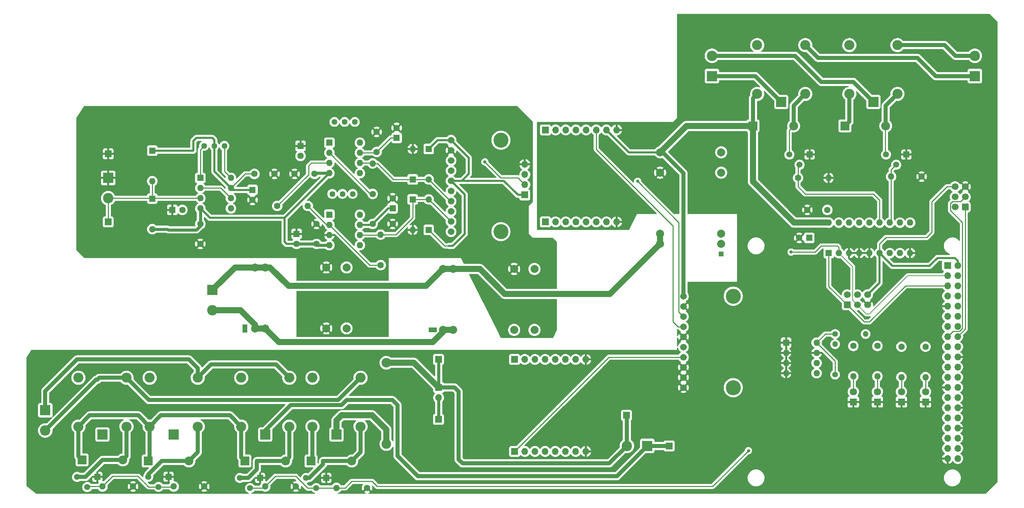
<source format=gbr>
%TF.GenerationSoftware,KiCad,Pcbnew,(6.0.9)*%
%TF.CreationDate,2023-02-24T15:44:59+01:00*%
%TF.ProjectId,mb.2024.0.0,6d622e32-3032-4342-9e30-2e302e6b6963,rev?*%
%TF.SameCoordinates,Original*%
%TF.FileFunction,Copper,L1,Top*%
%TF.FilePolarity,Positive*%
%FSLAX46Y46*%
G04 Gerber Fmt 4.6, Leading zero omitted, Abs format (unit mm)*
G04 Created by KiCad (PCBNEW (6.0.9)) date 2023-02-24 15:44:59*
%MOMM*%
%LPD*%
G01*
G04 APERTURE LIST*
G04 Aperture macros list*
%AMRoundRect*
0 Rectangle with rounded corners*
0 $1 Rounding radius*
0 $2 $3 $4 $5 $6 $7 $8 $9 X,Y pos of 4 corners*
0 Add a 4 corners polygon primitive as box body*
4,1,4,$2,$3,$4,$5,$6,$7,$8,$9,$2,$3,0*
0 Add four circle primitives for the rounded corners*
1,1,$1+$1,$2,$3*
1,1,$1+$1,$4,$5*
1,1,$1+$1,$6,$7*
1,1,$1+$1,$8,$9*
0 Add four rect primitives between the rounded corners*
20,1,$1+$1,$2,$3,$4,$5,0*
20,1,$1+$1,$4,$5,$6,$7,0*
20,1,$1+$1,$6,$7,$8,$9,0*
20,1,$1+$1,$8,$9,$2,$3,0*%
G04 Aperture macros list end*
%TA.AperFunction,ComponentPad*%
%ADD10C,1.440000*%
%TD*%
%TA.AperFunction,ComponentPad*%
%ADD11C,1.600000*%
%TD*%
%TA.AperFunction,ComponentPad*%
%ADD12O,1.600000X1.600000*%
%TD*%
%TA.AperFunction,ComponentPad*%
%ADD13R,2.600000X2.600000*%
%TD*%
%TA.AperFunction,ComponentPad*%
%ADD14C,2.600000*%
%TD*%
%TA.AperFunction,ComponentPad*%
%ADD15R,2.500000X2.500000*%
%TD*%
%TA.AperFunction,ComponentPad*%
%ADD16O,2.500000X2.500000*%
%TD*%
%TA.AperFunction,ComponentPad*%
%ADD17R,1.800000X1.800000*%
%TD*%
%TA.AperFunction,ComponentPad*%
%ADD18C,1.800000*%
%TD*%
%TA.AperFunction,ComponentPad*%
%ADD19R,1.700000X1.700000*%
%TD*%
%TA.AperFunction,ComponentPad*%
%ADD20R,2.200000X2.200000*%
%TD*%
%TA.AperFunction,ComponentPad*%
%ADD21O,2.200000X2.200000*%
%TD*%
%TA.AperFunction,ComponentPad*%
%ADD22R,1.600000X1.600000*%
%TD*%
%TA.AperFunction,ComponentPad*%
%ADD23O,1.700000X1.700000*%
%TD*%
%TA.AperFunction,ComponentPad*%
%ADD24RoundRect,0.250000X0.600000X0.600000X-0.600000X0.600000X-0.600000X-0.600000X0.600000X-0.600000X0*%
%TD*%
%TA.AperFunction,ComponentPad*%
%ADD25C,1.700000*%
%TD*%
%TA.AperFunction,ComponentPad*%
%ADD26C,1.665000*%
%TD*%
%TA.AperFunction,ComponentPad*%
%ADD27C,3.750000*%
%TD*%
%TA.AperFunction,ComponentPad*%
%ADD28R,1.300000X2.000000*%
%TD*%
%TA.AperFunction,ComponentPad*%
%ADD29C,2.000000*%
%TD*%
%TA.AperFunction,ComponentPad*%
%ADD30RoundRect,0.250000X0.600000X-0.600000X0.600000X0.600000X-0.600000X0.600000X-0.600000X-0.600000X0*%
%TD*%
%TA.AperFunction,ComponentPad*%
%ADD31R,1.500000X1.500000*%
%TD*%
%TA.AperFunction,ComponentPad*%
%ADD32C,1.500000*%
%TD*%
%TA.AperFunction,ComponentPad*%
%ADD33R,2.000000X1.200000*%
%TD*%
%TA.AperFunction,ComponentPad*%
%ADD34C,1.400000*%
%TD*%
%TA.AperFunction,ComponentPad*%
%ADD35O,1.400000X1.400000*%
%TD*%
%TA.AperFunction,ComponentPad*%
%ADD36R,1.200000X1.200000*%
%TD*%
%TA.AperFunction,ComponentPad*%
%ADD37C,2.400000*%
%TD*%
%TA.AperFunction,ComponentPad*%
%ADD38O,2.400000X2.400000*%
%TD*%
%TA.AperFunction,ViaPad*%
%ADD39C,0.800000*%
%TD*%
%TA.AperFunction,Conductor*%
%ADD40C,0.250000*%
%TD*%
%TA.AperFunction,Conductor*%
%ADD41C,0.500000*%
%TD*%
%TA.AperFunction,Conductor*%
%ADD42C,1.000000*%
%TD*%
%TA.AperFunction,Conductor*%
%ADD43C,1.500000*%
%TD*%
%TA.AperFunction,Conductor*%
%ADD44C,0.200000*%
%TD*%
%TA.AperFunction,Conductor*%
%ADD45C,0.750000*%
%TD*%
G04 APERTURE END LIST*
D10*
%TO.P,RV2,1,1*%
%TO.N,Net-(RV2-Pad1)*%
X98550000Y-60000000D03*
%TO.P,RV2,2,2*%
%TO.N,+12V_A*%
X96010000Y-60000000D03*
%TO.P,RV2,3,3*%
%TO.N,Net-(RV2-Pad3)*%
X93470000Y-60000000D03*
%TD*%
D11*
%TO.P,R6,1*%
%TO.N,GNDD*%
X43180000Y-151130000D03*
D12*
%TO.P,R6,2*%
%TO.N,GP1*%
X35560000Y-151130000D03*
%TD*%
D13*
%TO.P,J1,1,Pin_1*%
%TO.N,/Relay_switch_dsp/out_12v_DSP*%
X253305000Y-48545000D03*
D14*
%TO.P,J1,2,Pin_2*%
%TO.N,/Relay_switch_dsp/out_GND_DSP*%
X253305000Y-43465000D03*
%TD*%
D11*
%TO.P,R1,1*%
%TO.N,GNDD*%
X240030000Y-73660000D03*
D12*
%TO.P,R1,2*%
%TO.N,GP2*%
X232410000Y-73660000D03*
%TD*%
D13*
%TO.P,J9,1,Pin_1*%
%TO.N,+12V_TX_bat*%
X187695000Y-48545000D03*
D14*
%TO.P,J9,2,Pin_2*%
%TO.N,GND_TX_bat*%
X187695000Y-43465000D03*
%TD*%
D15*
%TO.P,K6,1*%
%TO.N,Net-(J14-Pad2)*%
X93980000Y-138167500D03*
D16*
%TO.P,K6,2*%
%TO.N,Net-(D12-Pad2)*%
X99980000Y-136167500D03*
%TO.P,K6,3*%
%TO.N,/Current_injection_and_measurement/B*%
X99980000Y-123967500D03*
%TO.P,K6,4*%
%TO.N,unconnected-(K6-Pad4)*%
X87980000Y-123967500D03*
%TO.P,K6,5*%
%TO.N,5VD*%
X87980000Y-136167500D03*
%TD*%
D17*
%TO.P,D10-OHMPI-MEASURE1,1,K*%
%TO.N,GNDD*%
X235000000Y-130000000D03*
D18*
%TO.P,D10-OHMPI-MEASURE1,2,A*%
%TO.N,Net-(D10-OHMPI-MEASURE1-Pad2)*%
X235000000Y-127460000D03*
%TD*%
D15*
%TO.P,K1,1*%
%TO.N,GND_TX_bat*%
X228000000Y-55000000D03*
D16*
%TO.P,K1,2*%
%TO.N,Net-(D1-Pad2)*%
X234000000Y-53000000D03*
%TO.P,K1,3*%
%TO.N,/Relay_switch_dsp/out_GND_DSP*%
X234000000Y-40800000D03*
%TO.P,K1,4*%
%TO.N,unconnected-(K1-Pad4)*%
X222000000Y-40800000D03*
%TO.P,K1,5*%
%TO.N,5VD*%
X222000000Y-53000000D03*
%TD*%
D19*
%TO.P,J18,1,Pin_1*%
%TO.N,/Vmn_measurement/Electrode_M*%
X37000000Y-85000000D03*
%TD*%
%TO.P,J20,1,Pin_1*%
%TO.N,Net-(J14-Pad2)*%
X119430000Y-134380000D03*
%TD*%
D15*
%TO.P,K4,1*%
%TO.N,/Current_injection_and_measurement/Input_DSP_+_alim*%
X76200000Y-138167500D03*
D16*
%TO.P,K4,2*%
%TO.N,Net-(D10-Pad2)*%
X82200000Y-136167500D03*
%TO.P,K4,3*%
%TO.N,/Current_injection_and_measurement/A*%
X82200000Y-123967500D03*
%TO.P,K4,4*%
%TO.N,unconnected-(K4-Pad4)*%
X70200000Y-123967500D03*
%TO.P,K4,5*%
%TO.N,5VD*%
X70200000Y-136167500D03*
%TD*%
D20*
%TO.P,D10,1,K*%
%TO.N,5VD*%
X71120000Y-144780000D03*
D21*
%TO.P,D10,2,A*%
%TO.N,Net-(D10-Pad2)*%
X81280000Y-144780000D03*
%TD*%
D11*
%TO.P,R2,1*%
%TO.N,GP3*%
X209190000Y-74000000D03*
D12*
%TO.P,R2,2*%
%TO.N,GNDD*%
X216810000Y-74000000D03*
%TD*%
D22*
%TO.P,D8,1,K*%
%TO.N,/Vmn_measurement/Electrode_M*%
X48000000Y-79190000D03*
D12*
%TO.P,D8,2,A*%
%TO.N,-12V_A*%
X48000000Y-86810000D03*
%TD*%
D11*
%TO.P,C7,1*%
%TO.N,+12V_A*%
X103000000Y-85500000D03*
%TO.P,C7,2*%
%TO.N,GNDA*%
X108000000Y-85500000D03*
%TD*%
%TO.P,R12,1*%
%TO.N,GP6*%
X229000000Y-116000000D03*
D12*
%TO.P,R12,2*%
%TO.N,Net-(D11-OHMPI-STACK1-Pad2)*%
X229000000Y-123620000D03*
%TD*%
D19*
%TO.P,J4,1,Pin_1*%
%TO.N,unconnected-(J4-Pad1)*%
X146125000Y-85000000D03*
D23*
%TO.P,J4,2,Pin_2*%
%TO.N,unconnected-(J4-Pad2)*%
X148665000Y-85000000D03*
%TO.P,J4,3,Pin_3*%
%TO.N,unconnected-(J4-Pad3)*%
X151205000Y-85000000D03*
%TO.P,J4,4,Pin_4*%
%TO.N,unconnected-(J4-Pad4)*%
X153745000Y-85000000D03*
%TO.P,J4,5,Pin_5*%
%TO.N,unconnected-(J4-Pad5)*%
X156285000Y-85000000D03*
%TO.P,J4,6,Pin_6*%
%TO.N,unconnected-(J4-Pad6)*%
X158825000Y-85000000D03*
%TO.P,J4,7,Pin_7*%
%TO.N,unconnected-(J4-Pad7)*%
X161365000Y-85000000D03*
%TO.P,J4,8,Pin_8*%
%TO.N,GNDD*%
X163905000Y-85000000D03*
%TD*%
D11*
%TO.P,R13,1*%
%TO.N,GP7*%
X223000000Y-116000000D03*
D12*
%TO.P,R13,2*%
%TO.N,Net-(D12-LOW-TX-BATTERY1-Pad2)*%
X223000000Y-123620000D03*
%TD*%
D19*
%TO.P,J6,1,Pin_1*%
%TO.N,unconnected-(J6-Pad1)*%
X146125000Y-62000000D03*
D23*
%TO.P,J6,2,Pin_2*%
%TO.N,unconnected-(J6-Pad2)*%
X148665000Y-62000000D03*
%TO.P,J6,3,Pin_3*%
%TO.N,unconnected-(J6-Pad3)*%
X151205000Y-62000000D03*
%TO.P,J6,4,Pin_4*%
%TO.N,unconnected-(J6-Pad4)*%
X153745000Y-62000000D03*
%TO.P,J6,5,Pin_5*%
%TO.N,SCL1*%
X156285000Y-62000000D03*
%TO.P,J6,6,Pin_6*%
%TO.N,SDA1*%
X158825000Y-62000000D03*
%TO.P,J6,7,Pin_7*%
%TO.N,5VD*%
X161365000Y-62000000D03*
%TO.P,J6,8,Pin_8*%
%TO.N,GNDD*%
X163905000Y-62000000D03*
%TD*%
D19*
%TO.P,J5,1,Pin_1*%
%TO.N,5VA*%
X141000000Y-78250000D03*
D23*
%TO.P,J5,2,Pin_2*%
%TO.N,SCL2*%
X141000000Y-75710000D03*
%TO.P,J5,3,Pin_3*%
%TO.N,SDA2*%
X141000000Y-73170000D03*
%TO.P,J5,4,Pin_4*%
%TO.N,GNDA*%
X141000000Y-70630000D03*
%TD*%
D11*
%TO.P,C13,1*%
%TO.N,+12V_A*%
X104000000Y-67500000D03*
%TO.P,C13,2*%
%TO.N,GNDA*%
X104000000Y-62500000D03*
%TD*%
D24*
%TO.P,J13,1,Pin_1*%
%TO.N,SCL3*%
X250942500Y-81285000D03*
D25*
%TO.P,J13,2,Pin_2*%
%TO.N,unconnected-(J13-Pad2)*%
X248402500Y-81285000D03*
%TO.P,J13,3,Pin_3*%
%TO.N,SDA3*%
X250942500Y-78745000D03*
%TO.P,J13,4,Pin_4*%
%TO.N,unconnected-(J13-Pad4)*%
X248402500Y-78745000D03*
%TO.P,J13,5,Pin_5*%
%TO.N,GNDD*%
X250942500Y-76205000D03*
%TO.P,J13,6,Pin_6*%
%TO.N,5VD*%
X248402500Y-76205000D03*
%TD*%
D26*
%TO.P,U4,1,A3*%
%TO.N,unconnected-(U4-Pad1)*%
X122571000Y-87430000D03*
%TO.P,U4,2,A2*%
%TO.N,Net-(D3-Pad2)*%
X122571000Y-84890000D03*
%TO.P,U4,3,A1*%
%TO.N,unconnected-(U4-Pad3)*%
X122571000Y-82350000D03*
%TO.P,U4,4,A0*%
%TO.N,Net-(D5-Pad2)*%
X122571000Y-79810000D03*
%TO.P,U4,5,ALRT*%
%TO.N,unconnected-(U4-Pad5)*%
X122571000Y-77270000D03*
%TO.P,U4,6,ADDR*%
%TO.N,5VA*%
X122571000Y-74730000D03*
%TO.P,U4,7,SDA*%
%TO.N,SDA2*%
X122571000Y-72190000D03*
%TO.P,U4,8,SCL*%
%TO.N,SCL2*%
X122571000Y-69650000D03*
%TO.P,U4,9,GND*%
%TO.N,GNDA*%
X122571000Y-67110000D03*
%TO.P,U4,10,VDD*%
%TO.N,5VA*%
X122571000Y-64570000D03*
D27*
%TO.P,U4,MH1,MH1*%
%TO.N,unconnected-(U4-PadMH1)*%
X135017000Y-64570000D03*
%TO.P,U4,MH2,MH2*%
%TO.N,unconnected-(U4-PadMH2)*%
X135017000Y-87430000D03*
%TD*%
D22*
%TO.P,U1,1,SCL*%
%TO.N,SCL1*%
X216850000Y-92800000D03*
D12*
%TO.P,U1,2,SDA*%
%TO.N,SDA1*%
X219390000Y-92800000D03*
%TO.P,U1,3,A2*%
%TO.N,GNDD*%
X221930000Y-92800000D03*
%TO.P,U1,4,A1*%
X224470000Y-92800000D03*
%TO.P,U1,5,A0*%
X227010000Y-92800000D03*
%TO.P,U1,6,~{RESET}*%
%TO.N,5VD*%
X229550000Y-92800000D03*
%TO.P,U1,7,NC*%
%TO.N,unconnected-(U1-Pad7)*%
X232090000Y-92800000D03*
%TO.P,U1,8,INT*%
%TO.N,unconnected-(U1-Pad8)*%
X234630000Y-92800000D03*
%TO.P,U1,9,VSS*%
%TO.N,GNDD*%
X237170000Y-92800000D03*
%TO.P,U1,10,GP0*%
%TO.N,GP0*%
X237170000Y-85180000D03*
%TO.P,U1,11,GP1*%
%TO.N,GP1*%
X234630000Y-85180000D03*
%TO.P,U1,12,GP2*%
%TO.N,GP2*%
X232090000Y-85180000D03*
%TO.P,U1,13,GP3*%
%TO.N,GP3*%
X229550000Y-85180000D03*
%TO.P,U1,14,GP4*%
%TO.N,GP4*%
X227010000Y-85180000D03*
%TO.P,U1,15,GP5*%
%TO.N,GP5*%
X224470000Y-85180000D03*
%TO.P,U1,16,GP6*%
%TO.N,GP6*%
X221930000Y-85180000D03*
%TO.P,U1,17,GP7*%
%TO.N,GP7*%
X219390000Y-85180000D03*
%TO.P,U1,18,VDD*%
%TO.N,5VD*%
X216850000Y-85180000D03*
%TD*%
D28*
%TO.P,Alim_analog_Vmn_measurement_ina128P_lm158,1,ON/OFF*%
%TO.N,unconnected-(Alim_analog_Vmn_measurement_ina128P_lm158-Pad1)*%
X71100000Y-111620000D03*
D29*
%TO.P,Alim_analog_Vmn_measurement_ina128P_lm158,2,-VIN(GND)*%
%TO.N,GND_RX_bat*%
X73640000Y-111620000D03*
%TO.P,Alim_analog_Vmn_measurement_ina128P_lm158,3,-VIN(GND)*%
X76180000Y-111620000D03*
%TO.P,Alim_analog_Vmn_measurement_ina128P_lm158,9,COMMON*%
%TO.N,GNDA*%
X91420000Y-111620000D03*
%TO.P,Alim_analog_Vmn_measurement_ina128P_lm158,11,-VOUT*%
%TO.N,-12V_A*%
X96500000Y-111620000D03*
%TO.P,Alim_analog_Vmn_measurement_ina128P_lm158,14,+VOUT*%
%TO.N,+12V_A*%
X96500000Y-96380000D03*
%TO.P,Alim_analog_Vmn_measurement_ina128P_lm158,16,COMMON*%
%TO.N,GNDA*%
X91420000Y-96380000D03*
%TO.P,Alim_analog_Vmn_measurement_ina128P_lm158,22,+VIN(VCC)*%
%TO.N,+12V_RX_bat*%
X76180000Y-96380000D03*
%TO.P,Alim_analog_Vmn_measurement_ina128P_lm158,23,+VIN(VCC)*%
X73640000Y-96380000D03*
%TD*%
D30*
%TO.P,J8,1,Pin_1*%
%TO.N,SCL1*%
X221455000Y-105752500D03*
D25*
%TO.P,J8,2,Pin_2*%
%TO.N,unconnected-(J8-Pad2)*%
X221455000Y-103212500D03*
%TO.P,J8,3,Pin_3*%
%TO.N,SDA1*%
X223995000Y-105752500D03*
%TO.P,J8,4,Pin_4*%
%TO.N,unconnected-(J8-Pad4)*%
X223995000Y-103212500D03*
%TO.P,J8,5,Pin_5*%
%TO.N,GNDD*%
X226535000Y-105752500D03*
%TO.P,J8,6,Pin_6*%
%TO.N,5VD*%
X226535000Y-103212500D03*
%TD*%
D22*
%TO.P,U3,1,A0*%
%TO.N,GNDD*%
X206200000Y-115200000D03*
D12*
%TO.P,U3,2,A1*%
X206200000Y-117740000D03*
%TO.P,U3,3,A2*%
X206200000Y-120280000D03*
%TO.P,U3,4,GND*%
X206200000Y-122820000D03*
%TO.P,U3,5,SDA*%
%TO.N,SDA1*%
X213820000Y-122820000D03*
%TO.P,U3,6,SCL*%
%TO.N,SCL1*%
X213820000Y-120280000D03*
%TO.P,U3,7,WP*%
%TO.N,GNDD*%
X213820000Y-117740000D03*
%TO.P,U3,8,VCC*%
%TO.N,5VD*%
X213820000Y-115200000D03*
%TD*%
D11*
%TO.P,R5,1*%
%TO.N,Net-(R3-Pad2)*%
X105000000Y-95810000D03*
D12*
%TO.P,R5,2*%
%TO.N,Net-(D3-Pad2)*%
X105000000Y-88190000D03*
%TD*%
D19*
%TO.P,J14,1,Pin_1*%
%TO.N,/Current_injection_and_measurement/Input_DSP_GND_alim*%
X119475000Y-126395000D03*
D23*
%TO.P,J14,2,Pin_2*%
%TO.N,Net-(J14-Pad2)*%
X119475000Y-128935000D03*
%TD*%
D11*
%TO.P,R4,1*%
%TO.N,Net-(R4-Pad1)*%
X103000000Y-78000000D03*
D12*
%TO.P,R4,2*%
%TO.N,Net-(D5-Pad2)*%
X103000000Y-70380000D03*
%TD*%
D22*
%TO.P,D7,1,K*%
%TO.N,+12V_A*%
X48000000Y-67190000D03*
D12*
%TO.P,D7,2,A*%
%TO.N,/Vmn_measurement/Electrode_M*%
X48000000Y-74810000D03*
%TD*%
D22*
%TO.P,D5,1,K*%
%TO.N,5VA*%
X117000000Y-66760000D03*
D12*
%TO.P,D5,2,A*%
%TO.N,Net-(D5-Pad2)*%
X117000000Y-74380000D03*
%TD*%
D31*
%TO.P,Q6,1*%
%TO.N,GNDD*%
X91450000Y-149010000D03*
D32*
%TO.P,Q6,2*%
%TO.N,GP0*%
X88910000Y-151550000D03*
%TO.P,Q6,3*%
%TO.N,Net-(D12-Pad2)*%
X86370000Y-149010000D03*
%TD*%
D13*
%TO.P,J3,1,Pin_1*%
%TO.N,/Current_injection_and_measurement/A*%
X21285000Y-132075000D03*
D14*
%TO.P,J3,2,Pin_2*%
%TO.N,/Current_injection_and_measurement/B*%
X21285000Y-137155000D03*
%TD*%
D31*
%TO.P,Q5,1*%
%TO.N,GNDD*%
X52080000Y-148700000D03*
D32*
%TO.P,Q5,2*%
%TO.N,GP1*%
X49540000Y-151240000D03*
%TO.P,Q5,3*%
%TO.N,Net-(D11-Pad2)*%
X47000000Y-148700000D03*
%TD*%
D31*
%TO.P,Q1,1*%
%TO.N,GNDD*%
X236230000Y-68160000D03*
D32*
%TO.P,Q1,2*%
%TO.N,GP2*%
X233690000Y-70700000D03*
%TO.P,Q1,3*%
%TO.N,Net-(D1-Pad2)*%
X231150000Y-68160000D03*
%TD*%
D11*
%TO.P,R15,1*%
%TO.N,GNDD*%
X60960000Y-151130000D03*
D12*
%TO.P,R15,2*%
%TO.N,GP1*%
X53340000Y-151130000D03*
%TD*%
D11*
%TO.P,C5,1*%
%TO.N,+12V_A*%
X73500000Y-73000000D03*
%TO.P,C5,2*%
%TO.N,GNDA*%
X78500000Y-73000000D03*
%TD*%
D22*
%TO.P,C10,1*%
%TO.N,GNDA*%
X53000000Y-82000000D03*
D11*
%TO.P,C10,2*%
%TO.N,-12V_A*%
X55500000Y-82000000D03*
%TD*%
D22*
%TO.P,C2,1*%
%TO.N,5VD*%
X212000000Y-89000000D03*
D11*
%TO.P,C2,2*%
%TO.N,GNDD*%
X209500000Y-89000000D03*
%TD*%
D13*
%TO.P,J2,1,Pin_1*%
%TO.N,/Current_injection_and_measurement/Input_DSP_+_alim*%
X171545000Y-141000000D03*
D14*
%TO.P,J2,2,Pin_2*%
%TO.N,/Current_injection_and_measurement/Input_DSP_GND_alim*%
X166465000Y-141000000D03*
%TD*%
D22*
%TO.P,U6,1,VOS*%
%TO.N,Net-(RV2-Pad3)*%
X92200000Y-65200000D03*
D12*
%TO.P,U6,2,-*%
%TO.N,Net-(R4-Pad1)*%
X92200000Y-67740000D03*
%TO.P,U6,3,+*%
%TO.N,Net-(R3-Pad1)*%
X92200000Y-70280000D03*
%TO.P,U6,4,V-*%
%TO.N,-12V_A*%
X92200000Y-72820000D03*
%TO.P,U6,5,NC*%
%TO.N,unconnected-(U6-Pad5)*%
X99820000Y-72820000D03*
%TO.P,U6,6*%
%TO.N,Net-(D5-Pad2)*%
X99820000Y-70280000D03*
%TO.P,U6,7,V+*%
%TO.N,+12V_A*%
X99820000Y-67740000D03*
%TO.P,U6,8,VOS*%
%TO.N,Net-(RV2-Pad1)*%
X99820000Y-65200000D03*
%TD*%
D22*
%TO.P,D6,1,K*%
%TO.N,Net-(D5-Pad2)*%
X113000000Y-74380000D03*
D12*
%TO.P,D6,2,A*%
%TO.N,GNDA*%
X113000000Y-66760000D03*
%TD*%
D19*
%TO.P,J19,1,Pin_1*%
%TO.N,GNDA*%
X37000000Y-68000000D03*
%TD*%
D26*
%TO.P,U5,1,A3*%
%TO.N,GNDD*%
X180571000Y-126430000D03*
%TO.P,U5,2,A2*%
X180571000Y-123890000D03*
%TO.P,U5,3,A1*%
X180571000Y-121350000D03*
%TO.P,U5,4,A0*%
%TO.N,AN*%
X180571000Y-118810000D03*
%TO.P,U5,5,ALRT*%
%TO.N,unconnected-(U5-Pad5)*%
X180571000Y-116270000D03*
%TO.P,U5,6,ADDR*%
%TO.N,GNDD*%
X180571000Y-113730000D03*
%TO.P,U5,7,SDA*%
%TO.N,SDA1*%
X180571000Y-111190000D03*
%TO.P,U5,8,SCL*%
%TO.N,SCL1*%
X180571000Y-108650000D03*
%TO.P,U5,9,GND*%
%TO.N,GNDD*%
X180571000Y-106110000D03*
%TO.P,U5,10,VDD*%
%TO.N,5VD*%
X180571000Y-103570000D03*
D27*
%TO.P,U5,MH1,MH1*%
%TO.N,unconnected-(U5-PadMH1)*%
X193017000Y-103570000D03*
%TO.P,U5,MH2,MH2*%
%TO.N,unconnected-(U5-PadMH2)*%
X193017000Y-126430000D03*
%TD*%
D33*
%TO.P,Alim_5V_I2C_isolator_Vmn_measurement1,1,REMOTE_ON/OFF*%
%TO.N,unconnected-(Alim_5V_I2C_isolator_Vmn_measurement1-Pad1)*%
X118000000Y-112000000D03*
D29*
%TO.P,Alim_5V_I2C_isolator_Vmn_measurement1,2,-VIN_(GND)_1*%
%TO.N,GND_RX_bat*%
X120540000Y-112000000D03*
%TO.P,Alim_5V_I2C_isolator_Vmn_measurement1,3,-VIN_(GND)_2*%
X123080000Y-112000000D03*
%TO.P,Alim_5V_I2C_isolator_Vmn_measurement1,9,NC*%
%TO.N,unconnected-(Alim_5V_I2C_isolator_Vmn_measurement1-Pad9)*%
X138320000Y-112000000D03*
%TO.P,Alim_5V_I2C_isolator_Vmn_measurement1,11,NC.*%
%TO.N,unconnected-(Alim_5V_I2C_isolator_Vmn_measurement1-Pad11)*%
X143400000Y-112000000D03*
%TO.P,Alim_5V_I2C_isolator_Vmn_measurement1,14,+VOUT*%
%TO.N,5VA*%
X143400000Y-96760000D03*
%TO.P,Alim_5V_I2C_isolator_Vmn_measurement1,16,-VOUT*%
%TO.N,GNDA*%
X138320000Y-96760000D03*
%TO.P,Alim_5V_I2C_isolator_Vmn_measurement1,22,+VIN_(VCC)_1*%
%TO.N,+12V_RX_bat*%
X123080000Y-96760000D03*
%TO.P,Alim_5V_I2C_isolator_Vmn_measurement1,23,+VIN_(VCC)_2*%
X120540000Y-96760000D03*
%TD*%
D17*
%TO.P,D9-OHMPI-RUN-WAITING1,1,K*%
%TO.N,GNDD*%
X241000000Y-130000000D03*
D18*
%TO.P,D9-OHMPI-RUN-WAITING1,2,A*%
%TO.N,Net-(D9-OHMPI-RUN-WAITING1-Pad2)*%
X241000000Y-127460000D03*
%TD*%
D20*
%TO.P,D11,1,K*%
%TO.N,5VD*%
X46990000Y-144780000D03*
D21*
%TO.P,D11,2,A*%
%TO.N,Net-(D11-Pad2)*%
X57150000Y-144780000D03*
%TD*%
D20*
%TO.P,D2,1,K*%
%TO.N,5VD*%
X197920000Y-61000000D03*
D21*
%TO.P,D2,2,A*%
%TO.N,Net-(D2-Pad2)*%
X208080000Y-61000000D03*
%TD*%
D11*
%TO.P,R7,1*%
%TO.N,GNDD*%
X83820000Y-151130000D03*
D12*
%TO.P,R7,2*%
%TO.N,GP0*%
X76200000Y-151130000D03*
%TD*%
D22*
%TO.P,U7,1,VOS*%
%TO.N,Net-(RV3-Pad3)*%
X92200000Y-83200000D03*
D12*
%TO.P,U7,2,-*%
%TO.N,Net-(R3-Pad2)*%
X92200000Y-85740000D03*
%TO.P,U7,3,+*%
%TO.N,GNDA*%
X92200000Y-88280000D03*
%TO.P,U7,4,V-*%
%TO.N,-12V_A*%
X92200000Y-90820000D03*
%TO.P,U7,5,NC*%
%TO.N,unconnected-(U7-Pad5)*%
X99820000Y-90820000D03*
%TO.P,U7,6*%
%TO.N,Net-(D3-Pad2)*%
X99820000Y-88280000D03*
%TO.P,U7,7,V+*%
%TO.N,+12V_A*%
X99820000Y-85740000D03*
%TO.P,U7,8,VOS*%
%TO.N,Net-(RV3-Pad1)*%
X99820000Y-83200000D03*
%TD*%
D22*
%TO.P,C9,1*%
%TO.N,+12V_A*%
X108000000Y-81600000D03*
D11*
%TO.P,C9,2*%
%TO.N,GNDA*%
X108000000Y-79100000D03*
%TD*%
D22*
%TO.P,D3,1,K*%
%TO.N,5VA*%
X117000000Y-87000000D03*
D12*
%TO.P,D3,2,A*%
%TO.N,Net-(D3-Pad2)*%
X117000000Y-79380000D03*
%TD*%
D19*
%TO.P,J12,1,Pin_1*%
%TO.N,AN*%
X138430000Y-142380000D03*
D23*
%TO.P,J12,2,Pin_2*%
%TO.N,unconnected-(J12-Pad2)*%
X140970000Y-142380000D03*
%TO.P,J12,3,Pin_3*%
%TO.N,unconnected-(J12-Pad3)*%
X143510000Y-142380000D03*
%TO.P,J12,4,Pin_4*%
%TO.N,unconnected-(J12-Pad4)*%
X146050000Y-142380000D03*
%TO.P,J12,5,Pin_5*%
%TO.N,unconnected-(J12-Pad5)*%
X148590000Y-142380000D03*
%TO.P,J12,6,Pin_6*%
%TO.N,unconnected-(J12-Pad6)*%
X151130000Y-142380000D03*
%TO.P,J12,7,Pin_7*%
%TO.N,unconnected-(J12-Pad7)*%
X153670000Y-142380000D03*
%TO.P,J12,8,Pin_8*%
%TO.N,GNDD*%
X156210000Y-142380000D03*
%TD*%
D19*
%TO.P,J17,1,Pin_1*%
%TO.N,/Current_injection_and_measurement/Input_DSP_GND_alim*%
X119430000Y-119380000D03*
%TD*%
D20*
%TO.P,D12,1,K*%
%TO.N,5VD*%
X87630000Y-144780000D03*
D21*
%TO.P,D12,2,A*%
%TO.N,Net-(D12-Pad2)*%
X97790000Y-144780000D03*
%TD*%
D20*
%TO.P,D1,1,K*%
%TO.N,5VD*%
X220920000Y-61000000D03*
D21*
%TO.P,D1,2,A*%
%TO.N,Net-(D1-Pad2)*%
X231080000Y-61000000D03*
%TD*%
D17*
%TO.P,D11-OHMPI-STACK1,1,K*%
%TO.N,GNDD*%
X229000000Y-130000000D03*
D18*
%TO.P,D11-OHMPI-STACK1,2,A*%
%TO.N,Net-(D11-OHMPI-STACK1-Pad2)*%
X229000000Y-127460000D03*
%TD*%
D34*
%TO.P,R14,1*%
%TO.N,5VD*%
X218440000Y-113030000D03*
D35*
%TO.P,R14,2*%
%TO.N,SDA1*%
X226060000Y-113030000D03*
%TD*%
D31*
%TO.P,Q4,1*%
%TO.N,GNDD*%
X74940000Y-149010000D03*
D32*
%TO.P,Q4,2*%
%TO.N,GP0*%
X72400000Y-151550000D03*
%TO.P,Q4,3*%
%TO.N,Net-(D10-Pad2)*%
X69860000Y-149010000D03*
%TD*%
D20*
%TO.P,D9,1,K*%
%TO.N,5VD*%
X30480000Y-144517500D03*
D21*
%TO.P,D9,2,A*%
%TO.N,Net-(D9-Pad2)*%
X40640000Y-144517500D03*
%TD*%
D15*
%TO.P,K2,1*%
%TO.N,+12V_TX_bat*%
X205000000Y-55000000D03*
D16*
%TO.P,K2,2*%
%TO.N,Net-(D2-Pad2)*%
X211000000Y-53000000D03*
%TO.P,K2,3*%
%TO.N,/Relay_switch_dsp/out_12v_DSP*%
X211000000Y-40800000D03*
%TO.P,K2,4*%
%TO.N,unconnected-(K2-Pad4)*%
X199000000Y-40800000D03*
%TO.P,K2,5*%
%TO.N,5VD*%
X199000000Y-53000000D03*
%TD*%
D11*
%TO.P,R3,1*%
%TO.N,Net-(R3-Pad1)*%
X79190000Y-81000000D03*
D12*
%TO.P,R3,2*%
%TO.N,Net-(R3-Pad2)*%
X86810000Y-81000000D03*
%TD*%
D11*
%TO.P,C8,1*%
%TO.N,-12V_A*%
X89000000Y-90500000D03*
%TO.P,C8,2*%
%TO.N,GNDA*%
X89000000Y-85500000D03*
%TD*%
D10*
%TO.P,RV3,1,1*%
%TO.N,Net-(RV3-Pad1)*%
X98000000Y-78000000D03*
%TO.P,RV3,2,2*%
%TO.N,+12V_A*%
X95460000Y-78000000D03*
%TO.P,RV3,3,3*%
%TO.N,Net-(RV3-Pad3)*%
X92920000Y-78000000D03*
%TD*%
D36*
%TO.P,Alim_5V_Digital_rasp_iso1540_mcp23008_current_7_click1,1,REMOTE_ON/OFF*%
%TO.N,unconnected-(Alim_5V_Digital_rasp_iso1540_mcp23008_current_7_click1-Pad1)*%
X190000000Y-93000000D03*
D29*
%TO.P,Alim_5V_Digital_rasp_iso1540_mcp23008_current_7_click1,2,-VIN_(GND)_1*%
%TO.N,GND_RX_bat*%
X190000000Y-90460000D03*
%TO.P,Alim_5V_Digital_rasp_iso1540_mcp23008_current_7_click1,3,-VIN_(GND)_2*%
X190000000Y-87920000D03*
%TO.P,Alim_5V_Digital_rasp_iso1540_mcp23008_current_7_click1,9,NC*%
%TO.N,unconnected-(Alim_5V_Digital_rasp_iso1540_mcp23008_current_7_click1-Pad9)*%
X190000000Y-72680000D03*
%TO.P,Alim_5V_Digital_rasp_iso1540_mcp23008_current_7_click1,11,NC.*%
%TO.N,unconnected-(Alim_5V_Digital_rasp_iso1540_mcp23008_current_7_click1-Pad11)*%
X190000000Y-67600000D03*
%TO.P,Alim_5V_Digital_rasp_iso1540_mcp23008_current_7_click1,14,+VOUT*%
%TO.N,5VD*%
X174760000Y-67600000D03*
%TO.P,Alim_5V_Digital_rasp_iso1540_mcp23008_current_7_click1,16,-VOUT*%
%TO.N,GNDD*%
X174760000Y-72680000D03*
%TO.P,Alim_5V_Digital_rasp_iso1540_mcp23008_current_7_click1,22,+VIN_(VCC)_1*%
%TO.N,+12V_RX_bat*%
X174760000Y-87920000D03*
%TO.P,Alim_5V_Digital_rasp_iso1540_mcp23008_current_7_click1,23,+VIN_(VCC)_2*%
X174760000Y-90460000D03*
%TD*%
D31*
%TO.P,Q3,1*%
%TO.N,GNDD*%
X34300000Y-148747500D03*
D32*
%TO.P,Q3,2*%
%TO.N,GP1*%
X31760000Y-151287500D03*
%TO.P,Q3,3*%
%TO.N,Net-(D9-Pad2)*%
X29220000Y-148747500D03*
%TD*%
D22*
%TO.P,C3,1*%
%TO.N,+12V_A*%
X73000000Y-77000000D03*
D11*
%TO.P,C3,2*%
%TO.N,GNDA*%
X73000000Y-79500000D03*
%TD*%
D10*
%TO.P,RV1,1,1*%
%TO.N,Net-(RV1-Pad1)*%
X66000000Y-66000000D03*
%TO.P,RV1,2,2*%
%TO.N,+12V_A*%
X63460000Y-66000000D03*
%TO.P,RV1,3,3*%
%TO.N,Net-(RV1-Pad3)*%
X60920000Y-66000000D03*
%TD*%
D11*
%TO.P,R16,1*%
%TO.N,GNDD*%
X101600000Y-151500000D03*
D12*
%TO.P,R16,2*%
%TO.N,GP0*%
X93980000Y-151500000D03*
%TD*%
D22*
%TO.P,C6,1*%
%TO.N,GNDA*%
X84000000Y-88000000D03*
D11*
%TO.P,C6,2*%
%TO.N,-12V_A*%
X84000000Y-90500000D03*
%TD*%
D34*
%TO.P,R9,1*%
%TO.N,5VD*%
X218440000Y-123190000D03*
D35*
%TO.P,R9,2*%
%TO.N,SCL1*%
X218440000Y-115570000D03*
%TD*%
D11*
%TO.P,R10,1*%
%TO.N,GP4*%
X241000000Y-116190000D03*
D12*
%TO.P,R10,2*%
%TO.N,Net-(D9-OHMPI-RUN-WAITING1-Pad2)*%
X241000000Y-123810000D03*
%TD*%
D19*
%TO.P,J10,1,Pin_1*%
%TO.N,/Current_injection_and_measurement/Input_DSP_+_alim*%
X177000000Y-141000000D03*
%TD*%
D17*
%TO.P,D12-LOW-TX-BATTERY1,1,K*%
%TO.N,GNDD*%
X223000000Y-130000000D03*
D18*
%TO.P,D12-LOW-TX-BATTERY1,2,A*%
%TO.N,Net-(D12-LOW-TX-BATTERY1-Pad2)*%
X223000000Y-127460000D03*
%TD*%
D19*
%TO.P,J21,1,Pin_1*%
%TO.N,/Current_injection_and_measurement/Input_DSP_GND_alim*%
X166370000Y-133350000D03*
%TD*%
D22*
%TO.P,C14,1*%
%TO.N,+12V_A*%
X109000000Y-64000000D03*
D11*
%TO.P,C14,2*%
%TO.N,GNDA*%
X109000000Y-61500000D03*
%TD*%
D22*
%TO.P,U2,1,VOS*%
%TO.N,Net-(RV1-Pad3)*%
X60000000Y-74000000D03*
D12*
%TO.P,U2,2,-*%
%TO.N,Net-(R3-Pad1)*%
X60000000Y-76540000D03*
%TO.P,U2,3,+*%
%TO.N,/Vmn_measurement/Electrode_M*%
X60000000Y-79080000D03*
%TO.P,U2,4,V-*%
%TO.N,-12V_A*%
X60000000Y-81620000D03*
%TO.P,U2,5,NC*%
%TO.N,unconnected-(U2-Pad5)*%
X67620000Y-81620000D03*
%TO.P,U2,6*%
%TO.N,Net-(R3-Pad1)*%
X67620000Y-79080000D03*
%TO.P,U2,7,V+*%
%TO.N,+12V_A*%
X67620000Y-76540000D03*
%TO.P,U2,8,VOS*%
%TO.N,Net-(RV1-Pad1)*%
X67620000Y-74000000D03*
%TD*%
D11*
%TO.P,C4,1*%
%TO.N,-12V_A*%
X60000000Y-85500000D03*
%TO.P,C4,2*%
%TO.N,GNDA*%
X60000000Y-90500000D03*
%TD*%
D13*
%TO.P,J16,1,Pin_1*%
%TO.N,+12V_RX_bat*%
X63000000Y-102000000D03*
D14*
%TO.P,J16,2,Pin_2*%
%TO.N,GND_RX_bat*%
X63000000Y-107080000D03*
%TD*%
D11*
%TO.P,C11,1*%
%TO.N,-12V_A*%
X88500000Y-73000000D03*
%TO.P,C11,2*%
%TO.N,GNDA*%
X83500000Y-73000000D03*
%TD*%
%TO.P,C1,1*%
%TO.N,5VD*%
X216500000Y-82000000D03*
%TO.P,C1,2*%
%TO.N,GNDD*%
X211500000Y-82000000D03*
%TD*%
D22*
%TO.P,D4,1,K*%
%TO.N,Net-(D3-Pad2)*%
X113000000Y-79380000D03*
D12*
%TO.P,D4,2,A*%
%TO.N,GNDA*%
X113000000Y-87000000D03*
%TD*%
D15*
%TO.P,K3,1*%
%TO.N,/Current_injection_and_measurement/Input_DSP_+_alim*%
X35560000Y-138167500D03*
D16*
%TO.P,K3,2*%
%TO.N,Net-(D9-Pad2)*%
X41560000Y-136167500D03*
%TO.P,K3,3*%
%TO.N,/Current_injection_and_measurement/B*%
X41560000Y-123967500D03*
%TO.P,K3,4*%
%TO.N,unconnected-(K3-Pad4)*%
X29560000Y-123967500D03*
%TO.P,K3,5*%
%TO.N,5VD*%
X29560000Y-136167500D03*
%TD*%
D37*
%TO.P,R8,1*%
%TO.N,Net-(J14-Pad2)*%
X106430000Y-140540000D03*
D38*
%TO.P,R8,2*%
%TO.N,/Current_injection_and_measurement/Input_DSP_GND_alim*%
X106430000Y-120220000D03*
%TD*%
D11*
%TO.P,R11,1*%
%TO.N,GP5*%
X235000000Y-116190000D03*
D12*
%TO.P,R11,2*%
%TO.N,Net-(D10-OHMPI-MEASURE1-Pad2)*%
X235000000Y-123810000D03*
%TD*%
D13*
%TO.P,J11,1,Pin_1*%
%TO.N,GNDA*%
X37000000Y-74000000D03*
D14*
%TO.P,J11,2,Pin_2*%
%TO.N,/Vmn_measurement/Electrode_M*%
X37000000Y-79080000D03*
%TD*%
D22*
%TO.P,C12,1*%
%TO.N,GNDA*%
X85000000Y-66000000D03*
D11*
%TO.P,C12,2*%
%TO.N,-12V_A*%
X85000000Y-68500000D03*
%TD*%
D19*
%TO.P,J15,1,Pin_1*%
%TO.N,unconnected-(J15-Pad1)*%
X138430000Y-119380000D03*
D23*
%TO.P,J15,2,Pin_2*%
%TO.N,unconnected-(J15-Pad2)*%
X140970000Y-119380000D03*
%TO.P,J15,3,Pin_3*%
%TO.N,unconnected-(J15-Pad3)*%
X143510000Y-119380000D03*
%TO.P,J15,4,Pin_4*%
%TO.N,unconnected-(J15-Pad4)*%
X146050000Y-119380000D03*
%TO.P,J15,5,Pin_5*%
%TO.N,unconnected-(J15-Pad5)*%
X148590000Y-119380000D03*
%TO.P,J15,6,Pin_6*%
%TO.N,unconnected-(J15-Pad6)*%
X151130000Y-119380000D03*
%TO.P,J15,7,Pin_7*%
%TO.N,5VD*%
X153670000Y-119380000D03*
%TO.P,J15,8,Pin_8*%
%TO.N,GNDD*%
X156210000Y-119380000D03*
%TD*%
D15*
%TO.P,K5,1*%
%TO.N,Net-(J14-Pad2)*%
X53340000Y-138167500D03*
D16*
%TO.P,K5,2*%
%TO.N,Net-(D11-Pad2)*%
X59340000Y-136167500D03*
%TO.P,K5,3*%
%TO.N,/Current_injection_and_measurement/A*%
X59340000Y-123967500D03*
%TO.P,K5,4*%
%TO.N,unconnected-(K5-Pad4)*%
X47340000Y-123967500D03*
%TO.P,K5,5*%
%TO.N,5VD*%
X47340000Y-136167500D03*
%TD*%
D31*
%TO.P,Q2,1*%
%TO.N,GNDD*%
X212100000Y-68160000D03*
D32*
%TO.P,Q2,2*%
%TO.N,GP3*%
X209560000Y-70700000D03*
%TO.P,Q2,3*%
%TO.N,Net-(D2-Pad2)*%
X207020000Y-68160000D03*
%TD*%
D19*
%TO.P,J7,1,3V3*%
%TO.N,unconnected-(J7-Pad1)*%
X246500000Y-95900000D03*
D23*
%TO.P,J7,2,5V*%
%TO.N,5VD*%
X249040000Y-95900000D03*
%TO.P,J7,3,SDA/GPIO2*%
%TO.N,SDA1*%
X246500000Y-98440000D03*
%TO.P,J7,4,5V*%
%TO.N,unconnected-(J7-Pad4)*%
X249040000Y-98440000D03*
%TO.P,J7,5,SCL/GPIO3*%
%TO.N,SCL1*%
X246500000Y-100980000D03*
%TO.P,J7,6,GND*%
%TO.N,GNDD*%
X249040000Y-100980000D03*
%TO.P,J7,7,GCLK0/GPIO4*%
%TO.N,unconnected-(J7-Pad7)*%
X246500000Y-103520000D03*
%TO.P,J7,8,GPIO14/TXD*%
%TO.N,unconnected-(J7-Pad8)*%
X249040000Y-103520000D03*
%TO.P,J7,9,GND*%
%TO.N,GNDD*%
X246500000Y-106060000D03*
%TO.P,J7,10,GPIO15/RXD*%
%TO.N,unconnected-(J7-Pad10)*%
X249040000Y-106060000D03*
%TO.P,J7,11,GPIO17*%
%TO.N,unconnected-(J7-Pad11)*%
X246500000Y-108600000D03*
%TO.P,J7,12,GPIO18/PWM0*%
%TO.N,unconnected-(J7-Pad12)*%
X249040000Y-108600000D03*
%TO.P,J7,13,GPIO27*%
%TO.N,unconnected-(J7-Pad13)*%
X246500000Y-111140000D03*
%TO.P,J7,14,GND*%
%TO.N,GNDD*%
X249040000Y-111140000D03*
%TO.P,J7,15,GPIO22*%
%TO.N,SDA3*%
X246500000Y-113680000D03*
%TO.P,J7,16,GPIO23*%
%TO.N,SCL3*%
X249040000Y-113680000D03*
%TO.P,J7,17,3V3*%
%TO.N,unconnected-(J7-Pad17)*%
X246500000Y-116220000D03*
%TO.P,J7,18,GPIO24*%
%TO.N,unconnected-(J7-Pad18)*%
X249040000Y-116220000D03*
%TO.P,J7,19,MOSI0/GPIO10*%
%TO.N,unconnected-(J7-Pad19)*%
X246500000Y-118760000D03*
%TO.P,J7,20,GND*%
%TO.N,GNDD*%
X249040000Y-118760000D03*
%TO.P,J7,21,MISO0/GPIO9*%
%TO.N,unconnected-(J7-Pad21)*%
X246500000Y-121300000D03*
%TO.P,J7,22,GPIO25*%
%TO.N,unconnected-(J7-Pad22)*%
X249040000Y-121300000D03*
%TO.P,J7,23,SCLK0/GPIO11*%
%TO.N,unconnected-(J7-Pad23)*%
X246500000Y-123840000D03*
%TO.P,J7,24,~{CE0}/GPIO8*%
%TO.N,unconnected-(J7-Pad24)*%
X249040000Y-123840000D03*
%TO.P,J7,25,GND*%
%TO.N,GNDD*%
X246500000Y-126380000D03*
%TO.P,J7,26,~{CE1}/GPIO7*%
%TO.N,unconnected-(J7-Pad26)*%
X249040000Y-126380000D03*
%TO.P,J7,27,ID_SD/GPIO0*%
%TO.N,unconnected-(J7-Pad27)*%
X246500000Y-128920000D03*
%TO.P,J7,28,ID_SC/GPIO1*%
%TO.N,unconnected-(J7-Pad28)*%
X249040000Y-128920000D03*
%TO.P,J7,29,GCLK1/GPIO5*%
%TO.N,unconnected-(J7-Pad29)*%
X246500000Y-131460000D03*
%TO.P,J7,30,GND*%
%TO.N,GNDD*%
X249040000Y-131460000D03*
%TO.P,J7,31,GCLK2/GPIO6*%
%TO.N,unconnected-(J7-Pad31)*%
X246500000Y-134000000D03*
%TO.P,J7,32,PWM0/GPIO12*%
%TO.N,unconnected-(J7-Pad32)*%
X249040000Y-134000000D03*
%TO.P,J7,33,PWM1/GPIO13*%
%TO.N,unconnected-(J7-Pad33)*%
X246500000Y-136540000D03*
%TO.P,J7,34,GND*%
%TO.N,GNDD*%
X249040000Y-136540000D03*
%TO.P,J7,35,GPIO19/MISO1*%
%TO.N,unconnected-(J7-Pad35)*%
X246500000Y-139080000D03*
%TO.P,J7,36,GPIO16*%
%TO.N,unconnected-(J7-Pad36)*%
X249040000Y-139080000D03*
%TO.P,J7,37,GPIO26*%
%TO.N,unconnected-(J7-Pad37)*%
X246500000Y-141620000D03*
%TO.P,J7,38,GPIO20/MOSI1*%
%TO.N,unconnected-(J7-Pad38)*%
X249040000Y-141620000D03*
%TO.P,J7,39,GND*%
%TO.N,GNDD*%
X246500000Y-144160000D03*
%TO.P,J7,40,GPIO21/SCLK1*%
%TO.N,unconnected-(J7-Pad40)*%
X249040000Y-144160000D03*
%TD*%
D39*
%TO.N,GNDD*%
X220000000Y-97000000D03*
X227965510Y-82955230D03*
X242000000Y-111000000D03*
X116430000Y-141380000D03*
X183000000Y-75000000D03*
X210000000Y-118000000D03*
X234000000Y-83000000D03*
X144000000Y-139000000D03*
X222997158Y-82955230D03*
X226000000Y-109000000D03*
X139430000Y-133380000D03*
X241000000Y-92000000D03*
%TO.N,GNDA*%
X65000000Y-70000000D03*
X137000000Y-100000000D03*
X115000000Y-76570000D03*
X132000000Y-104000000D03*
X63000000Y-74000000D03*
%TO.N,SDA1*%
X207460000Y-92540000D03*
%TO.N,SCL1*%
X169142500Y-74857500D03*
%TO.N,SCL2*%
X131000000Y-70000000D03*
%TO.N,GP0*%
X196805000Y-142195000D03*
%TD*%
D40*
%TO.N,5VD*%
X246385000Y-76205000D02*
X246380000Y-76200000D01*
D41*
X242000000Y-96000000D02*
X244000000Y-94000000D01*
D40*
X241300000Y-88900000D02*
X231140000Y-88900000D01*
D42*
X199000000Y-53000000D02*
X197920000Y-54080000D01*
D40*
X242570000Y-80010000D02*
X242570000Y-87630000D01*
D42*
X47340000Y-136167500D02*
X47340000Y-144430000D01*
X47340000Y-136167500D02*
X50157500Y-133350000D01*
X197920000Y-54080000D02*
X197920000Y-61000000D01*
X67382500Y-133350000D02*
X70200000Y-136167500D01*
D40*
X242570000Y-87630000D02*
X241300000Y-88900000D01*
D41*
X244000000Y-94000000D02*
X248342081Y-94000000D01*
X229550000Y-92800000D02*
X232750000Y-96000000D01*
X232750000Y-96000000D02*
X242000000Y-96000000D01*
X174760000Y-67600000D02*
X166965000Y-67600000D01*
D40*
X229550000Y-90490000D02*
X229550000Y-92800000D01*
D42*
X87980000Y-136167500D02*
X87980000Y-144430000D01*
D40*
X248402500Y-76205000D02*
X246385000Y-76205000D01*
D43*
X181360000Y-61000000D02*
X174760000Y-67600000D01*
D42*
X70200000Y-143860000D02*
X71120000Y-144780000D01*
X44522500Y-133350000D02*
X47340000Y-136167500D01*
X29560000Y-143597500D02*
X30480000Y-144517500D01*
X180571000Y-72771000D02*
X175400000Y-67600000D01*
D40*
X218440000Y-113030000D02*
X215990000Y-113030000D01*
D42*
X222000000Y-59920000D02*
X220920000Y-61000000D01*
X87980000Y-144430000D02*
X87630000Y-144780000D01*
D40*
X246380000Y-76200000D02*
X242570000Y-80010000D01*
D43*
X197920000Y-61000000D02*
X181360000Y-61000000D01*
D40*
X213820000Y-115200000D02*
X218440000Y-119820000D01*
D41*
X166965000Y-67600000D02*
X161365000Y-62000000D01*
D42*
X180571000Y-103570000D02*
X180571000Y-72771000D01*
D41*
X249040000Y-94697919D02*
X249040000Y-95900000D01*
D42*
X50157500Y-133350000D02*
X67382500Y-133350000D01*
X70200000Y-136167500D02*
X70200000Y-143860000D01*
D43*
X216850000Y-85180000D02*
X208180000Y-85180000D01*
X197920000Y-74920000D02*
X197920000Y-61000000D01*
D41*
X248342081Y-94000000D02*
X249040000Y-94697919D01*
D42*
X29560000Y-136167500D02*
X29560000Y-143597500D01*
D43*
X208180000Y-85180000D02*
X197920000Y-74920000D01*
D40*
X218440000Y-119820000D02*
X218440000Y-123190000D01*
D42*
X29560000Y-136167500D02*
X32377500Y-133350000D01*
X222000000Y-53000000D02*
X222000000Y-59920000D01*
D41*
X229550000Y-100197500D02*
X226535000Y-103212500D01*
D42*
X47340000Y-144430000D02*
X46990000Y-144780000D01*
D40*
X215990000Y-113030000D02*
X213820000Y-115200000D01*
X231140000Y-88900000D02*
X229550000Y-90490000D01*
D41*
X229550000Y-92800000D02*
X229550000Y-100197500D01*
D42*
X32377500Y-133350000D02*
X44522500Y-133350000D01*
D40*
%TO.N,Net-(D1-Pad2)*%
X231000000Y-68160000D02*
X231000000Y-61080000D01*
D42*
X231080000Y-61000000D02*
X231080000Y-55920000D01*
X231080000Y-55920000D02*
X234000000Y-53000000D01*
D40*
X231000000Y-61080000D02*
X231080000Y-61000000D01*
%TO.N,SDA1*%
X213460000Y-92540000D02*
X215000000Y-91000000D01*
X178000000Y-86000000D02*
X178000000Y-110000000D01*
X215000000Y-91000000D02*
X219000000Y-91000000D01*
D44*
X222820489Y-96230489D02*
X219390000Y-92800000D01*
D40*
X219390000Y-91390000D02*
X219390000Y-92800000D01*
D44*
X223995000Y-105752500D02*
X226242500Y-108000000D01*
D40*
X207460000Y-92540000D02*
X213460000Y-92540000D01*
X179190000Y-111190000D02*
X180571000Y-111190000D01*
D44*
X223995000Y-105752500D02*
X222820489Y-104577989D01*
D40*
X219000000Y-91000000D02*
X219390000Y-91390000D01*
D44*
X222820489Y-104577989D02*
X222820489Y-96230489D01*
D40*
X158825000Y-66825000D02*
X178000000Y-86000000D01*
D44*
X227000000Y-108000000D02*
X236560000Y-98440000D01*
D40*
X178000000Y-110000000D02*
X179190000Y-111190000D01*
X158825000Y-62000000D02*
X158825000Y-66825000D01*
D44*
X226242500Y-108000000D02*
X227000000Y-108000000D01*
X236560000Y-98440000D02*
X246500000Y-98440000D01*
D40*
%TO.N,SCL1*%
X179413989Y-107492989D02*
X179413989Y-85128989D01*
X225702500Y-110000000D02*
X221455000Y-105752500D01*
X227000000Y-110000000D02*
X225702500Y-110000000D01*
X236020000Y-100980000D02*
X227000000Y-110000000D01*
X216850000Y-92800000D02*
X216850000Y-101147500D01*
X180571000Y-108650000D02*
X179413989Y-107492989D01*
X216850000Y-101147500D02*
X221455000Y-105752500D01*
X246500000Y-100980000D02*
X236020000Y-100980000D01*
X179413989Y-85128989D02*
X169142500Y-74857500D01*
%TO.N,Net-(R3-Pad2)*%
X92200000Y-85740000D02*
X102270000Y-95810000D01*
X86810000Y-81000000D02*
X91550000Y-85740000D01*
X102270000Y-95810000D02*
X105000000Y-95810000D01*
X91550000Y-85740000D02*
X92200000Y-85740000D01*
%TO.N,SCL2*%
X131000000Y-70000000D02*
X134960000Y-73960000D01*
X139250000Y-73960000D02*
X141000000Y-75710000D01*
X134960000Y-73960000D02*
X139250000Y-73960000D01*
%TO.N,AN*%
X162000000Y-118810000D02*
X138430000Y-142380000D01*
X180571000Y-118810000D02*
X162000000Y-118810000D01*
%TO.N,SDA3*%
X247865000Y-112315000D02*
X249526701Y-112315000D01*
X247740000Y-79920000D02*
X249767500Y-79920000D01*
X249767500Y-79920000D02*
X250942500Y-78745000D01*
X246500000Y-113680000D02*
X247865000Y-112315000D01*
X249526701Y-112315000D02*
X250215000Y-111626701D01*
X250215000Y-111626701D02*
X250215000Y-85115000D01*
X247227500Y-82127500D02*
X247227500Y-80432500D01*
X247227500Y-80432500D02*
X247740000Y-79920000D01*
X250215000Y-85115000D02*
X247227500Y-82127500D01*
%TO.N,SCL3*%
X249040000Y-113680000D02*
X250942500Y-111777500D01*
X250942500Y-111777500D02*
X250942500Y-81285000D01*
D42*
%TO.N,/Relay_switch_dsp/out_12v_DSP*%
X243545000Y-48545000D02*
X239000000Y-44000000D01*
X214200000Y-44000000D02*
X211000000Y-40800000D01*
X253305000Y-48545000D02*
X243545000Y-48545000D01*
X239000000Y-44000000D02*
X214200000Y-44000000D01*
%TO.N,/Relay_switch_dsp/out_GND_DSP*%
X245800000Y-40800000D02*
X248465000Y-43465000D01*
X248465000Y-43465000D02*
X253305000Y-43465000D01*
X234000000Y-40800000D02*
X245800000Y-40800000D01*
%TO.N,/Current_injection_and_measurement/Input_DSP_+_alim*%
X95250000Y-130810000D02*
X82550000Y-130810000D01*
X109220000Y-143510000D02*
X109220000Y-130810000D01*
X96520000Y-129540000D02*
X95250000Y-130810000D01*
X171545000Y-141000000D02*
X163955000Y-148590000D01*
X76200000Y-137160000D02*
X76200000Y-138167500D01*
X109220000Y-130810000D02*
X107950000Y-129540000D01*
X163955000Y-148590000D02*
X114300000Y-148590000D01*
X107950000Y-129540000D02*
X96520000Y-129540000D01*
X114300000Y-148590000D02*
X109220000Y-143510000D01*
X82550000Y-130810000D02*
X76200000Y-137160000D01*
X171545000Y-141000000D02*
X177000000Y-141000000D01*
%TO.N,/Current_injection_and_measurement/Input_DSP_GND_alim*%
X119475000Y-126395000D02*
X123445000Y-126395000D01*
X124430000Y-127380000D02*
X124430000Y-144380000D01*
X166465000Y-141000000D02*
X162085000Y-145380000D01*
X123445000Y-126395000D02*
X124430000Y-127380000D01*
X124430000Y-144380000D02*
X125430000Y-145380000D01*
D43*
X106430000Y-120220000D02*
X113300000Y-120220000D01*
D45*
X119475000Y-119425000D02*
X119430000Y-119380000D01*
D43*
X113445000Y-120365000D02*
X119475000Y-126395000D01*
D42*
X166465000Y-141000000D02*
X166465000Y-133445000D01*
X166465000Y-133445000D02*
X166370000Y-133350000D01*
X162085000Y-145380000D02*
X125430000Y-145380000D01*
D45*
X119475000Y-126395000D02*
X119475000Y-119425000D01*
D43*
X113300000Y-120220000D02*
X113445000Y-120365000D01*
D42*
%TO.N,+12V_TX_bat*%
X187695000Y-48545000D02*
X198545000Y-48545000D01*
X198545000Y-48545000D02*
X205000000Y-55000000D01*
%TO.N,GND_TX_bat*%
X187695000Y-43465000D02*
X208465000Y-43465000D01*
X223000000Y-50000000D02*
X228000000Y-55000000D01*
X208465000Y-43465000D02*
X215000000Y-50000000D01*
X215000000Y-50000000D02*
X223000000Y-50000000D01*
D40*
%TO.N,/Vmn_measurement/Electrode_M*%
X37000000Y-79080000D02*
X37000000Y-85000000D01*
X60000000Y-79080000D02*
X48110000Y-79080000D01*
X37000000Y-79080000D02*
X47890000Y-79080000D01*
X48000000Y-74810000D02*
X48000000Y-79190000D01*
D43*
%TO.N,+12V_RX_bat*%
X120540000Y-96760000D02*
X123080000Y-96760000D01*
X123080000Y-96760000D02*
X129760000Y-96760000D01*
X116300000Y-101000000D02*
X120540000Y-96760000D01*
X129760000Y-96760000D02*
X136000000Y-103000000D01*
X174760000Y-87920000D02*
X174760000Y-90460000D01*
X76180000Y-96380000D02*
X77380000Y-96380000D01*
X77380000Y-96380000D02*
X82000000Y-101000000D01*
X162220000Y-103000000D02*
X174760000Y-90460000D01*
X136000000Y-103000000D02*
X162220000Y-103000000D01*
X76180000Y-96380000D02*
X73640000Y-96380000D01*
X73640000Y-96380000D02*
X68620000Y-96380000D01*
X82000000Y-101000000D02*
X116300000Y-101000000D01*
X68620000Y-96380000D02*
X63000000Y-102000000D01*
%TO.N,GND_RX_bat*%
X120540000Y-112460000D02*
X120540000Y-112000000D01*
X118000000Y-115000000D02*
X120540000Y-112460000D01*
X76180000Y-111620000D02*
X79560000Y-115000000D01*
X123080000Y-112000000D02*
X120540000Y-112000000D01*
X73640000Y-111620000D02*
X73640000Y-110700762D01*
X73640000Y-110700762D02*
X70019238Y-107080000D01*
X79560000Y-115000000D02*
X118000000Y-115000000D01*
X70019238Y-107080000D02*
X63000000Y-107080000D01*
X73640000Y-111620000D02*
X76180000Y-111620000D01*
D41*
%TO.N,-12V_A*%
X81020000Y-89980000D02*
X81000000Y-90000000D01*
X81500000Y-90500000D02*
X84000000Y-90500000D01*
D45*
X60000000Y-86000000D02*
X59000000Y-87000000D01*
D41*
X81020000Y-84000000D02*
X62380000Y-84000000D01*
D45*
X51810000Y-86810000D02*
X48000000Y-86810000D01*
D41*
X92200000Y-72820000D02*
X81020000Y-84000000D01*
D45*
X52000000Y-87000000D02*
X51810000Y-86810000D01*
D41*
X62380000Y-84000000D02*
X60000000Y-81620000D01*
D45*
X88680000Y-72820000D02*
X88500000Y-73000000D01*
X92200000Y-90820000D02*
X89320000Y-90820000D01*
X89000000Y-90500000D02*
X84000000Y-90500000D01*
X92200000Y-72820000D02*
X88680000Y-72820000D01*
X89320000Y-90820000D02*
X89000000Y-90500000D01*
X60000000Y-81620000D02*
X60000000Y-86000000D01*
X59000000Y-87000000D02*
X52000000Y-87000000D01*
D41*
X81000000Y-90000000D02*
X81500000Y-90500000D01*
X81020000Y-84000000D02*
X81020000Y-89980000D01*
D40*
%TO.N,+12V_A*%
X99820000Y-67740000D02*
X103760000Y-67740000D01*
D41*
X63460000Y-66000000D02*
X63460000Y-64460000D01*
D40*
X103760000Y-67740000D02*
X104000000Y-67500000D01*
X109000000Y-64000000D02*
X107500000Y-64000000D01*
D41*
X58270000Y-64730000D02*
X58270000Y-67190000D01*
X67620000Y-76540000D02*
X63460000Y-72380000D01*
X73000000Y-77000000D02*
X68080000Y-77000000D01*
X106900000Y-81600000D02*
X103000000Y-85500000D01*
X63460000Y-64460000D02*
X63000000Y-64000000D01*
D40*
X107500000Y-64000000D02*
X104000000Y-67500000D01*
X71160000Y-73000000D02*
X67620000Y-76540000D01*
D41*
X59000000Y-64000000D02*
X58270000Y-64730000D01*
X108000000Y-81600000D02*
X106900000Y-81600000D01*
X99820000Y-85740000D02*
X102760000Y-85740000D01*
X102760000Y-85740000D02*
X103000000Y-85500000D01*
X63460000Y-72380000D02*
X63460000Y-66000000D01*
X63000000Y-64000000D02*
X59000000Y-64000000D01*
D40*
X73500000Y-73000000D02*
X71160000Y-73000000D01*
D41*
X58270000Y-67190000D02*
X48000000Y-67190000D01*
%TO.N,5VA*%
X127000000Y-68999000D02*
X122571000Y-64570000D01*
X127000000Y-73000000D02*
X127000000Y-68999000D01*
X126000000Y-88000000D02*
X126000000Y-78159000D01*
X119190000Y-64570000D02*
X117000000Y-66760000D01*
X125270000Y-74730000D02*
X127000000Y-73000000D01*
X141000000Y-78250000D02*
X139230978Y-78250000D01*
X122571000Y-74730000D02*
X125270000Y-74730000D01*
X126000000Y-78159000D02*
X122571000Y-74730000D01*
X122000000Y-91000000D02*
X123000000Y-91000000D01*
D40*
X117000000Y-87000000D02*
X121000000Y-91000000D01*
D41*
X135710978Y-74730000D02*
X122571000Y-74730000D01*
D40*
X121000000Y-91000000D02*
X122000000Y-91000000D01*
D41*
X122571000Y-64570000D02*
X119190000Y-64570000D01*
X139230978Y-78250000D02*
X135710978Y-74730000D01*
X123000000Y-91000000D02*
X126000000Y-88000000D01*
D43*
%TO.N,Net-(J14-Pad2)*%
X102870000Y-133350000D02*
X95250000Y-133350000D01*
X119475000Y-134335000D02*
X119430000Y-134380000D01*
X106430000Y-136910000D02*
X102870000Y-133350000D01*
X93980000Y-134620000D02*
X93980000Y-138167500D01*
X106430000Y-140540000D02*
X106430000Y-136910000D01*
X95250000Y-133350000D02*
X93980000Y-134620000D01*
D45*
X119475000Y-128935000D02*
X119475000Y-134335000D01*
D40*
%TO.N,Net-(D5-Pad2)*%
X117000000Y-74380000D02*
X122430000Y-79810000D01*
X117000000Y-74380000D02*
X113000000Y-74380000D01*
X99820000Y-70280000D02*
X102900000Y-70280000D01*
X104190000Y-70380000D02*
X108190000Y-74380000D01*
X103000000Y-70380000D02*
X104190000Y-70380000D01*
X113000000Y-74380000D02*
X108190000Y-74380000D01*
X122430000Y-79810000D02*
X122571000Y-79810000D01*
%TO.N,GP2*%
X232410000Y-73660000D02*
X232410000Y-84860000D01*
X233690000Y-70700000D02*
X232410000Y-71980000D01*
X232410000Y-71980000D02*
X232410000Y-73660000D01*
X232410000Y-84860000D02*
X232090000Y-85180000D01*
%TO.N,GP3*%
X209190000Y-74000000D02*
X209190000Y-71070000D01*
X209190000Y-74000000D02*
X209190000Y-76190000D01*
X209190000Y-76190000D02*
X211000000Y-78000000D01*
X209190000Y-71070000D02*
X209560000Y-70700000D01*
X211000000Y-78000000D02*
X228000000Y-78000000D01*
X229550000Y-79550000D02*
X229550000Y-85180000D01*
X209540000Y-71110000D02*
X209550000Y-71120000D01*
X209550000Y-71120000D02*
X209190000Y-71480000D01*
X228000000Y-78000000D02*
X229550000Y-79550000D01*
%TO.N,GP0*%
X187870000Y-151130000D02*
X104140000Y-151130000D01*
X196805000Y-142195000D02*
X187870000Y-151130000D01*
X72400000Y-151550000D02*
X75780000Y-151550000D01*
X78740000Y-148590000D02*
X83820000Y-148590000D01*
X97790000Y-149860000D02*
X96150000Y-151500000D01*
X76200000Y-151130000D02*
X78740000Y-148590000D01*
X104140000Y-151130000D02*
X102870000Y-149860000D01*
X88960000Y-151500000D02*
X88910000Y-151550000D01*
X93980000Y-151500000D02*
X88960000Y-151500000D01*
X86780000Y-151550000D02*
X88910000Y-151550000D01*
X75780000Y-151550000D02*
X76200000Y-151130000D01*
X96150000Y-151500000D02*
X93980000Y-151500000D01*
X102870000Y-149860000D02*
X97790000Y-149860000D01*
X83820000Y-148590000D02*
X86780000Y-151550000D01*
%TO.N,GP1*%
X47100000Y-151240000D02*
X44450000Y-148590000D01*
X53230000Y-151240000D02*
X53340000Y-151130000D01*
X31917500Y-151130000D02*
X31760000Y-151287500D01*
X49540000Y-151240000D02*
X47100000Y-151240000D01*
X44450000Y-148590000D02*
X38100000Y-148590000D01*
X49540000Y-151240000D02*
X53230000Y-151240000D01*
X35560000Y-151130000D02*
X31917500Y-151130000D01*
X38100000Y-148590000D02*
X35560000Y-151130000D01*
D42*
%TO.N,Net-(D2-Pad2)*%
X208080000Y-61000000D02*
X208080000Y-55920000D01*
D40*
X207000000Y-62080000D02*
X208080000Y-61000000D01*
D42*
X208080000Y-55920000D02*
X211000000Y-53000000D01*
D40*
X207000000Y-68160000D02*
X207000000Y-62080000D01*
D42*
%TO.N,/Current_injection_and_measurement/A*%
X59340000Y-121570000D02*
X59340000Y-123967500D01*
X78882500Y-120650000D02*
X62657500Y-120650000D01*
X29210000Y-119380000D02*
X57150000Y-119380000D01*
X21285000Y-132075000D02*
X21285000Y-127305000D01*
X21285000Y-127305000D02*
X29210000Y-119380000D01*
X82200000Y-123967500D02*
X78882500Y-120650000D01*
X57150000Y-119380000D02*
X59340000Y-121570000D01*
X62657500Y-120650000D02*
X59340000Y-123967500D01*
%TO.N,/Current_injection_and_measurement/B*%
X33980000Y-124460000D02*
X34290000Y-124460000D01*
X94407500Y-129540000D02*
X99980000Y-123967500D01*
X34290000Y-124460000D02*
X34782500Y-123967500D01*
X21285000Y-137155000D02*
X33980000Y-124460000D01*
X47132500Y-129540000D02*
X94407500Y-129540000D01*
X41560000Y-123967500D02*
X47132500Y-129540000D01*
X34782500Y-123967500D02*
X41560000Y-123967500D01*
D40*
%TO.N,Net-(D3-Pad2)*%
X99820000Y-88280000D02*
X104910000Y-88280000D01*
X104910000Y-88280000D02*
X105000000Y-88190000D01*
X122571000Y-84890000D02*
X118000000Y-80319000D01*
X113000000Y-84000000D02*
X108810000Y-88190000D01*
X108810000Y-88190000D02*
X105000000Y-88190000D01*
X117939000Y-80319000D02*
X118000000Y-80319000D01*
X113000000Y-79380000D02*
X113000000Y-84000000D01*
X117000000Y-79380000D02*
X117939000Y-80319000D01*
X113000000Y-79380000D02*
X117000000Y-79380000D01*
%TO.N,Net-(D9-OHMPI-RUN-WAITING1-Pad2)*%
X241000000Y-123810000D02*
X241000000Y-127460000D01*
%TO.N,Net-(D10-OHMPI-MEASURE1-Pad2)*%
X235000000Y-123810000D02*
X235000000Y-127460000D01*
%TO.N,Net-(D11-OHMPI-STACK1-Pad2)*%
X229000000Y-123620000D02*
X229000000Y-127460000D01*
%TO.N,Net-(D12-LOW-TX-BATTERY1-Pad2)*%
X223000000Y-123620000D02*
X223000000Y-127460000D01*
%TO.N,Net-(R3-Pad1)*%
X87000000Y-71000000D02*
X87000000Y-73190000D01*
X87720000Y-70280000D02*
X87000000Y-71000000D01*
X65080000Y-76540000D02*
X67620000Y-79080000D01*
X60000000Y-76540000D02*
X65080000Y-76540000D01*
X87000000Y-73190000D02*
X79190000Y-81000000D01*
X92200000Y-70280000D02*
X87720000Y-70280000D01*
%TO.N,Net-(R4-Pad1)*%
X102460000Y-78000000D02*
X103000000Y-78000000D01*
X92200000Y-67740000D02*
X102460000Y-78000000D01*
X102270000Y-77810000D02*
X103000000Y-77810000D01*
%TO.N,Net-(RV1-Pad1)*%
X66000000Y-72380000D02*
X67620000Y-74000000D01*
X66000000Y-66000000D02*
X66000000Y-72380000D01*
%TO.N,Net-(RV1-Pad3)*%
X60000000Y-66920000D02*
X60920000Y-66000000D01*
X60000000Y-74000000D02*
X60000000Y-66920000D01*
D42*
%TO.N,Net-(D9-Pad2)*%
X40640000Y-144517500D02*
X35560000Y-144517500D01*
X35560000Y-144517500D02*
X31330000Y-148747500D01*
X41560000Y-143597500D02*
X40640000Y-144517500D01*
X41560000Y-136167500D02*
X41560000Y-143597500D01*
X31330000Y-148747500D02*
X29220000Y-148747500D01*
%TO.N,Net-(D10-Pad2)*%
X74090000Y-144780000D02*
X81280000Y-144780000D01*
X82200000Y-143860000D02*
X81280000Y-144780000D01*
X82200000Y-136167500D02*
X82200000Y-143860000D01*
X74090000Y-146890000D02*
X74090000Y-144780000D01*
X69860000Y-149010000D02*
X71970000Y-149010000D01*
X71970000Y-149010000D02*
X74090000Y-146890000D01*
%TO.N,Net-(D11-Pad2)*%
X59340000Y-136167500D02*
X59340000Y-142590000D01*
X59340000Y-142590000D02*
X57150000Y-144780000D01*
X50390000Y-144780000D02*
X47000000Y-148170000D01*
X57150000Y-144780000D02*
X50390000Y-144780000D01*
%TO.N,Net-(D12-Pad2)*%
X90600000Y-144780000D02*
X90600000Y-145620000D01*
X90600000Y-145620000D02*
X87210000Y-149010000D01*
X99980000Y-142590000D02*
X97790000Y-144780000D01*
X87210000Y-149010000D02*
X86370000Y-149010000D01*
X99980000Y-136167500D02*
X99980000Y-142590000D01*
X97790000Y-144780000D02*
X90600000Y-144780000D01*
%TD*%
%TA.AperFunction,Conductor*%
%TO.N,GNDD*%
G36*
X257015931Y-33020002D02*
G01*
X257036905Y-33036905D01*
X258963095Y-34963095D01*
X258997121Y-35025407D01*
X259000000Y-35052190D01*
X259000000Y-149947810D01*
X258979998Y-150015931D01*
X258963095Y-150036905D01*
X256036905Y-152963095D01*
X255974593Y-152997121D01*
X255947810Y-153000000D01*
X102012714Y-153000000D01*
X101944593Y-152979998D01*
X101898100Y-152926342D01*
X101887996Y-152856068D01*
X101917490Y-152791488D01*
X101980103Y-152752293D01*
X102043761Y-152735236D01*
X102054053Y-152731490D01*
X102251511Y-152639414D01*
X102261006Y-152633931D01*
X102313048Y-152597491D01*
X102321424Y-152587012D01*
X102314356Y-152573566D01*
X101612812Y-151872022D01*
X101598868Y-151864408D01*
X101597035Y-151864539D01*
X101590420Y-151868790D01*
X100884923Y-152574287D01*
X100878493Y-152586062D01*
X100887789Y-152598077D01*
X100938994Y-152633931D01*
X100948489Y-152639414D01*
X101145947Y-152731490D01*
X101156239Y-152735236D01*
X101219897Y-152752293D01*
X101280520Y-152789245D01*
X101311541Y-152853106D01*
X101303113Y-152923600D01*
X101257910Y-152978347D01*
X101187286Y-153000000D01*
X94394644Y-153000000D01*
X94326523Y-152979998D01*
X94280030Y-152926342D01*
X94269926Y-152856068D01*
X94299420Y-152791488D01*
X94362033Y-152752293D01*
X94423933Y-152735707D01*
X94423935Y-152735706D01*
X94429243Y-152734284D01*
X94525498Y-152689400D01*
X94631762Y-152639849D01*
X94631767Y-152639846D01*
X94636749Y-152637523D01*
X94813369Y-152513852D01*
X94819789Y-152509357D01*
X94819792Y-152509355D01*
X94824300Y-152506198D01*
X94986198Y-152344300D01*
X94995582Y-152330899D01*
X95096181Y-152187229D01*
X95151638Y-152142901D01*
X95199394Y-152133500D01*
X96071233Y-152133500D01*
X96082416Y-152134027D01*
X96089909Y-152135702D01*
X96097835Y-152135453D01*
X96097836Y-152135453D01*
X96157986Y-152133562D01*
X96161945Y-152133500D01*
X96189856Y-152133500D01*
X96193791Y-152133003D01*
X96193856Y-152132995D01*
X96205693Y-152132062D01*
X96237951Y-152131048D01*
X96241970Y-152130922D01*
X96249889Y-152130673D01*
X96269343Y-152125021D01*
X96288700Y-152121013D01*
X96300930Y-152119468D01*
X96300931Y-152119468D01*
X96308797Y-152118474D01*
X96316168Y-152115555D01*
X96316170Y-152115555D01*
X96349912Y-152102196D01*
X96361142Y-152098351D01*
X96395983Y-152088229D01*
X96395984Y-152088229D01*
X96403593Y-152086018D01*
X96410412Y-152081985D01*
X96410417Y-152081983D01*
X96421028Y-152075707D01*
X96438776Y-152067012D01*
X96457617Y-152059552D01*
X96493387Y-152033564D01*
X96503307Y-152027048D01*
X96534535Y-152008580D01*
X96534538Y-152008578D01*
X96541362Y-152004542D01*
X96555683Y-151990221D01*
X96570717Y-151977380D01*
X96587107Y-151965472D01*
X96615298Y-151931395D01*
X96623288Y-151922616D01*
X98015499Y-150530405D01*
X98077811Y-150496379D01*
X98104594Y-150493500D01*
X100465942Y-150493500D01*
X100534063Y-150513502D01*
X100580556Y-150567158D01*
X100590660Y-150637432D01*
X100569155Y-150691771D01*
X100466069Y-150838993D01*
X100460586Y-150848489D01*
X100368510Y-151045947D01*
X100364764Y-151056239D01*
X100308375Y-151266688D01*
X100306472Y-151277481D01*
X100287483Y-151494525D01*
X100287483Y-151505475D01*
X100306472Y-151722519D01*
X100308375Y-151733312D01*
X100364764Y-151943761D01*
X100368510Y-151954053D01*
X100460586Y-152151511D01*
X100466069Y-152161006D01*
X100502509Y-152213048D01*
X100512988Y-152221424D01*
X100526434Y-152214356D01*
X101510905Y-151229885D01*
X101573217Y-151195859D01*
X101644032Y-151200924D01*
X101689095Y-151229885D01*
X102674287Y-152215077D01*
X102686062Y-152221507D01*
X102698077Y-152212211D01*
X102733931Y-152161006D01*
X102739414Y-152151511D01*
X102831490Y-151954053D01*
X102835236Y-151943761D01*
X102891625Y-151733312D01*
X102893528Y-151722519D01*
X102912517Y-151505475D01*
X102912517Y-151494525D01*
X102893528Y-151277481D01*
X102891625Y-151266688D01*
X102834287Y-151052699D01*
X102835977Y-150981723D01*
X102875771Y-150922927D01*
X102941035Y-150894979D01*
X103011049Y-150906752D01*
X103045089Y-150930993D01*
X103636343Y-151522247D01*
X103643887Y-151530537D01*
X103648000Y-151537018D01*
X103653777Y-151542443D01*
X103697667Y-151583658D01*
X103700509Y-151586413D01*
X103720230Y-151606134D01*
X103723425Y-151608612D01*
X103732447Y-151616318D01*
X103764679Y-151646586D01*
X103771628Y-151650406D01*
X103782432Y-151656346D01*
X103798956Y-151667199D01*
X103814959Y-151679613D01*
X103855543Y-151697176D01*
X103866173Y-151702383D01*
X103904940Y-151723695D01*
X103912617Y-151725666D01*
X103912622Y-151725668D01*
X103924558Y-151728732D01*
X103943266Y-151735137D01*
X103961855Y-151743181D01*
X103969683Y-151744421D01*
X103969690Y-151744423D01*
X104005524Y-151750099D01*
X104017144Y-151752505D01*
X104047923Y-151760407D01*
X104059970Y-151763500D01*
X104080224Y-151763500D01*
X104099934Y-151765051D01*
X104119943Y-151768220D01*
X104127835Y-151767474D01*
X104146580Y-151765702D01*
X104163962Y-151764059D01*
X104175819Y-151763500D01*
X187791233Y-151763500D01*
X187802416Y-151764027D01*
X187809909Y-151765702D01*
X187817835Y-151765453D01*
X187817836Y-151765453D01*
X187877986Y-151763562D01*
X187881945Y-151763500D01*
X187909856Y-151763500D01*
X187913791Y-151763003D01*
X187913856Y-151762995D01*
X187925693Y-151762062D01*
X187957951Y-151761048D01*
X187961970Y-151760922D01*
X187969889Y-151760673D01*
X187989343Y-151755021D01*
X188008700Y-151751013D01*
X188020930Y-151749468D01*
X188020931Y-151749468D01*
X188028797Y-151748474D01*
X188036168Y-151745555D01*
X188036170Y-151745555D01*
X188069912Y-151732196D01*
X188081142Y-151728351D01*
X188115983Y-151718229D01*
X188115984Y-151718229D01*
X188123593Y-151716018D01*
X188130412Y-151711985D01*
X188130417Y-151711983D01*
X188141028Y-151705707D01*
X188158776Y-151697012D01*
X188177617Y-151689552D01*
X188197987Y-151674753D01*
X188213387Y-151663564D01*
X188223307Y-151657048D01*
X188254535Y-151638580D01*
X188254538Y-151638578D01*
X188261362Y-151634542D01*
X188275683Y-151620221D01*
X188290717Y-151607380D01*
X188292432Y-151606134D01*
X188307107Y-151595472D01*
X188335298Y-151561395D01*
X188343288Y-151552616D01*
X190763201Y-149132703D01*
X196600743Y-149132703D01*
X196601302Y-149136947D01*
X196601302Y-149136951D01*
X196617555Y-149260405D01*
X196638268Y-149417734D01*
X196639401Y-149421874D01*
X196639401Y-149421876D01*
X196656029Y-149482657D01*
X196714129Y-149695036D01*
X196715813Y-149698984D01*
X196824385Y-149953525D01*
X196826923Y-149959476D01*
X196877993Y-150044808D01*
X196970002Y-150198543D01*
X196974561Y-150206161D01*
X197154313Y-150430528D01*
X197362851Y-150628423D01*
X197596317Y-150796186D01*
X197600112Y-150798195D01*
X197600113Y-150798196D01*
X197641346Y-150820028D01*
X197850392Y-150930712D01*
X198120373Y-151029511D01*
X198401264Y-151090755D01*
X198429841Y-151093004D01*
X198624282Y-151108307D01*
X198624291Y-151108307D01*
X198626739Y-151108500D01*
X198782271Y-151108500D01*
X198784407Y-151108354D01*
X198784418Y-151108354D01*
X198992548Y-151094165D01*
X198992554Y-151094164D01*
X198996825Y-151093873D01*
X199001020Y-151093004D01*
X199001022Y-151093004D01*
X199228252Y-151045947D01*
X199278342Y-151035574D01*
X199549343Y-150939607D01*
X199696564Y-150863621D01*
X199801005Y-150809715D01*
X199801006Y-150809715D01*
X199804812Y-150807750D01*
X199808313Y-150805289D01*
X199808317Y-150805287D01*
X199969833Y-150691771D01*
X200040023Y-150642441D01*
X200197204Y-150496379D01*
X200247479Y-150449661D01*
X200247481Y-150449658D01*
X200250622Y-150446740D01*
X200432713Y-150224268D01*
X200582927Y-149979142D01*
X200595321Y-149950909D01*
X200696757Y-149719830D01*
X200698483Y-149715898D01*
X200704796Y-149693738D01*
X200752448Y-149526454D01*
X200777244Y-149439406D01*
X200814223Y-149179576D01*
X200817146Y-149159036D01*
X200817146Y-149159034D01*
X200817751Y-149154784D01*
X200817845Y-149136951D01*
X200817867Y-149132703D01*
X245600743Y-149132703D01*
X245601302Y-149136947D01*
X245601302Y-149136951D01*
X245617555Y-149260405D01*
X245638268Y-149417734D01*
X245639401Y-149421874D01*
X245639401Y-149421876D01*
X245656029Y-149482657D01*
X245714129Y-149695036D01*
X245715813Y-149698984D01*
X245824385Y-149953525D01*
X245826923Y-149959476D01*
X245877993Y-150044808D01*
X245970002Y-150198543D01*
X245974561Y-150206161D01*
X246154313Y-150430528D01*
X246362851Y-150628423D01*
X246596317Y-150796186D01*
X246600112Y-150798195D01*
X246600113Y-150798196D01*
X246641346Y-150820028D01*
X246850392Y-150930712D01*
X247120373Y-151029511D01*
X247401264Y-151090755D01*
X247429841Y-151093004D01*
X247624282Y-151108307D01*
X247624291Y-151108307D01*
X247626739Y-151108500D01*
X247782271Y-151108500D01*
X247784407Y-151108354D01*
X247784418Y-151108354D01*
X247992548Y-151094165D01*
X247992554Y-151094164D01*
X247996825Y-151093873D01*
X248001020Y-151093004D01*
X248001022Y-151093004D01*
X248228252Y-151045947D01*
X248278342Y-151035574D01*
X248549343Y-150939607D01*
X248696564Y-150863621D01*
X248801005Y-150809715D01*
X248801006Y-150809715D01*
X248804812Y-150807750D01*
X248808313Y-150805289D01*
X248808317Y-150805287D01*
X248969833Y-150691771D01*
X249040023Y-150642441D01*
X249197204Y-150496379D01*
X249247479Y-150449661D01*
X249247481Y-150449658D01*
X249250622Y-150446740D01*
X249432713Y-150224268D01*
X249582927Y-149979142D01*
X249595321Y-149950909D01*
X249696757Y-149719830D01*
X249698483Y-149715898D01*
X249704796Y-149693738D01*
X249752448Y-149526454D01*
X249777244Y-149439406D01*
X249814223Y-149179576D01*
X249817146Y-149159036D01*
X249817146Y-149159034D01*
X249817751Y-149154784D01*
X249817845Y-149136951D01*
X249819235Y-148871583D01*
X249819235Y-148871576D01*
X249819257Y-148867297D01*
X249815214Y-148836582D01*
X249782292Y-148586522D01*
X249781732Y-148582266D01*
X249779181Y-148572939D01*
X249755844Y-148487635D01*
X249705871Y-148304964D01*
X249662155Y-148202473D01*
X249594763Y-148044476D01*
X249594761Y-148044472D01*
X249593077Y-148040524D01*
X249477643Y-147847648D01*
X249447643Y-147797521D01*
X249447640Y-147797517D01*
X249445439Y-147793839D01*
X249265687Y-147569472D01*
X249131748Y-147442369D01*
X249060258Y-147374527D01*
X249060255Y-147374525D01*
X249057149Y-147371577D01*
X248823683Y-147203814D01*
X248801843Y-147192250D01*
X248640021Y-147106570D01*
X248569608Y-147069288D01*
X248299627Y-146970489D01*
X248018736Y-146909245D01*
X247987685Y-146906801D01*
X247795718Y-146891693D01*
X247795709Y-146891693D01*
X247793261Y-146891500D01*
X247637729Y-146891500D01*
X247635593Y-146891646D01*
X247635582Y-146891646D01*
X247427452Y-146905835D01*
X247427446Y-146905836D01*
X247423175Y-146906127D01*
X247418980Y-146906996D01*
X247418978Y-146906996D01*
X247282416Y-146935277D01*
X247141658Y-146964426D01*
X246870657Y-147060393D01*
X246615188Y-147192250D01*
X246611687Y-147194711D01*
X246611683Y-147194713D01*
X246601594Y-147201804D01*
X246379977Y-147357559D01*
X246365814Y-147370720D01*
X246178703Y-147544595D01*
X246169378Y-147553260D01*
X245987287Y-147775732D01*
X245837073Y-148020858D01*
X245835347Y-148024791D01*
X245835346Y-148024792D01*
X245761040Y-148194065D01*
X245721517Y-148284102D01*
X245642756Y-148560594D01*
X245602249Y-148845216D01*
X245602227Y-148849505D01*
X245602226Y-148849512D01*
X245600774Y-149126765D01*
X245600743Y-149132703D01*
X200817867Y-149132703D01*
X200819235Y-148871583D01*
X200819235Y-148871576D01*
X200819257Y-148867297D01*
X200815214Y-148836582D01*
X200782292Y-148586522D01*
X200781732Y-148582266D01*
X200779181Y-148572939D01*
X200755844Y-148487635D01*
X200705871Y-148304964D01*
X200662155Y-148202473D01*
X200594763Y-148044476D01*
X200594761Y-148044472D01*
X200593077Y-148040524D01*
X200477643Y-147847648D01*
X200447643Y-147797521D01*
X200447640Y-147797517D01*
X200445439Y-147793839D01*
X200265687Y-147569472D01*
X200131748Y-147442369D01*
X200060258Y-147374527D01*
X200060255Y-147374525D01*
X200057149Y-147371577D01*
X199823683Y-147203814D01*
X199801843Y-147192250D01*
X199640021Y-147106570D01*
X199569608Y-147069288D01*
X199299627Y-146970489D01*
X199018736Y-146909245D01*
X198987685Y-146906801D01*
X198795718Y-146891693D01*
X198795709Y-146891693D01*
X198793261Y-146891500D01*
X198637729Y-146891500D01*
X198635593Y-146891646D01*
X198635582Y-146891646D01*
X198427452Y-146905835D01*
X198427446Y-146905836D01*
X198423175Y-146906127D01*
X198418980Y-146906996D01*
X198418978Y-146906996D01*
X198282416Y-146935277D01*
X198141658Y-146964426D01*
X197870657Y-147060393D01*
X197615188Y-147192250D01*
X197611687Y-147194711D01*
X197611683Y-147194713D01*
X197601594Y-147201804D01*
X197379977Y-147357559D01*
X197365814Y-147370720D01*
X197178703Y-147544595D01*
X197169378Y-147553260D01*
X196987287Y-147775732D01*
X196837073Y-148020858D01*
X196835347Y-148024791D01*
X196835346Y-148024792D01*
X196761040Y-148194065D01*
X196721517Y-148284102D01*
X196642756Y-148560594D01*
X196602249Y-148845216D01*
X196602227Y-148849505D01*
X196602226Y-148849512D01*
X196600774Y-149126765D01*
X196600743Y-149132703D01*
X190763201Y-149132703D01*
X195467938Y-144427966D01*
X245168257Y-144427966D01*
X245198565Y-144562446D01*
X245201645Y-144572275D01*
X245281770Y-144769603D01*
X245286413Y-144778794D01*
X245397694Y-144960388D01*
X245403777Y-144968699D01*
X245543213Y-145129667D01*
X245550580Y-145136883D01*
X245714434Y-145272916D01*
X245722881Y-145278831D01*
X245906756Y-145386279D01*
X245916042Y-145390729D01*
X246115001Y-145466703D01*
X246124899Y-145469579D01*
X246228250Y-145490606D01*
X246242299Y-145489410D01*
X246246000Y-145479065D01*
X246246000Y-144432115D01*
X246241525Y-144416876D01*
X246240135Y-144415671D01*
X246232452Y-144414000D01*
X245183225Y-144414000D01*
X245169694Y-144417973D01*
X245168257Y-144427966D01*
X195467938Y-144427966D01*
X196755499Y-143140405D01*
X196817811Y-143106379D01*
X196844594Y-143103500D01*
X196900487Y-143103500D01*
X196906939Y-143102128D01*
X196906944Y-143102128D01*
X197001274Y-143082077D01*
X197087288Y-143063794D01*
X197093319Y-143061109D01*
X197255722Y-142988803D01*
X197255724Y-142988802D01*
X197261752Y-142986118D01*
X197271079Y-142979342D01*
X197317157Y-142945864D01*
X197416253Y-142873866D01*
X197438338Y-142849338D01*
X197539621Y-142736852D01*
X197539622Y-142736851D01*
X197544040Y-142731944D01*
X197623718Y-142593938D01*
X197636223Y-142572279D01*
X197636224Y-142572278D01*
X197639527Y-142566556D01*
X197698542Y-142384928D01*
X197701359Y-142358131D01*
X197717814Y-142201565D01*
X197718504Y-142195000D01*
X197709858Y-142112734D01*
X197699232Y-142011635D01*
X197699232Y-142011633D01*
X197698542Y-142005072D01*
X197639527Y-141823444D01*
X197544040Y-141658056D01*
X197462194Y-141567156D01*
X197420675Y-141521045D01*
X197420674Y-141521044D01*
X197416253Y-141516134D01*
X197294314Y-141427540D01*
X197267094Y-141407763D01*
X197267093Y-141407762D01*
X197261752Y-141403882D01*
X197255724Y-141401198D01*
X197255722Y-141401197D01*
X197093319Y-141328891D01*
X197093318Y-141328891D01*
X197087288Y-141326206D01*
X196993888Y-141306353D01*
X196906944Y-141287872D01*
X196906939Y-141287872D01*
X196900487Y-141286500D01*
X196709513Y-141286500D01*
X196703061Y-141287872D01*
X196703056Y-141287872D01*
X196616112Y-141306353D01*
X196522712Y-141326206D01*
X196516682Y-141328891D01*
X196516681Y-141328891D01*
X196354278Y-141401197D01*
X196354276Y-141401198D01*
X196348248Y-141403882D01*
X196342907Y-141407762D01*
X196342906Y-141407763D01*
X196315686Y-141427540D01*
X196193747Y-141516134D01*
X196189326Y-141521044D01*
X196189325Y-141521045D01*
X196147807Y-141567156D01*
X196065960Y-141658056D01*
X195970473Y-141823444D01*
X195911458Y-142005072D01*
X195910768Y-142011633D01*
X195910768Y-142011635D01*
X195905521Y-142061557D01*
X195898701Y-142126453D01*
X195894093Y-142170292D01*
X195867080Y-142235949D01*
X195857878Y-142246217D01*
X187644500Y-150459595D01*
X187582188Y-150493621D01*
X187555405Y-150496500D01*
X104454595Y-150496500D01*
X104386474Y-150476498D01*
X104365500Y-150459595D01*
X103373652Y-149467747D01*
X103366112Y-149459461D01*
X103362000Y-149452982D01*
X103348061Y-149439892D01*
X103312349Y-149406357D01*
X103309507Y-149403602D01*
X103289770Y-149383865D01*
X103286573Y-149381385D01*
X103277551Y-149373680D01*
X103269743Y-149366348D01*
X103245321Y-149343414D01*
X103238375Y-149339595D01*
X103238372Y-149339593D01*
X103227566Y-149333652D01*
X103211047Y-149322801D01*
X103210583Y-149322441D01*
X103195041Y-149310386D01*
X103187772Y-149307241D01*
X103187768Y-149307238D01*
X103154463Y-149292826D01*
X103143813Y-149287609D01*
X103105060Y-149266305D01*
X103085437Y-149261267D01*
X103066734Y-149254863D01*
X103055420Y-149249967D01*
X103055419Y-149249967D01*
X103048145Y-149246819D01*
X103040322Y-149245580D01*
X103040312Y-149245577D01*
X103004476Y-149239901D01*
X102992856Y-149237495D01*
X102957711Y-149228472D01*
X102957710Y-149228472D01*
X102950030Y-149226500D01*
X102929776Y-149226500D01*
X102910065Y-149224949D01*
X102897886Y-149223020D01*
X102890057Y-149221780D01*
X102860786Y-149224547D01*
X102846039Y-149225941D01*
X102834181Y-149226500D01*
X97868767Y-149226500D01*
X97857584Y-149225973D01*
X97850091Y-149224298D01*
X97842165Y-149224547D01*
X97842164Y-149224547D01*
X97782014Y-149226438D01*
X97778055Y-149226500D01*
X97750144Y-149226500D01*
X97746210Y-149226997D01*
X97746209Y-149226997D01*
X97746144Y-149227005D01*
X97734307Y-149227938D01*
X97702490Y-149228938D01*
X97698029Y-149229078D01*
X97690110Y-149229327D01*
X97672454Y-149234456D01*
X97670658Y-149234978D01*
X97651306Y-149238986D01*
X97644235Y-149239880D01*
X97631203Y-149241526D01*
X97623834Y-149244443D01*
X97623832Y-149244444D01*
X97590097Y-149257800D01*
X97578869Y-149261645D01*
X97536407Y-149273982D01*
X97529585Y-149278016D01*
X97529579Y-149278019D01*
X97518968Y-149284294D01*
X97501218Y-149292990D01*
X97489756Y-149297528D01*
X97489751Y-149297531D01*
X97482383Y-149300448D01*
X97465164Y-149312958D01*
X97446625Y-149326427D01*
X97436707Y-149332943D01*
X97430869Y-149336396D01*
X97398637Y-149355458D01*
X97384313Y-149369782D01*
X97369281Y-149382621D01*
X97352893Y-149394528D01*
X97330269Y-149421876D01*
X97324712Y-149428593D01*
X97316722Y-149437373D01*
X95924500Y-150829595D01*
X95862188Y-150863621D01*
X95835405Y-150866500D01*
X95199394Y-150866500D01*
X95131273Y-150846498D01*
X95096181Y-150812771D01*
X94989357Y-150660211D01*
X94989355Y-150660208D01*
X94986198Y-150655700D01*
X94824300Y-150493802D01*
X94819792Y-150490645D01*
X94819789Y-150490643D01*
X94729163Y-150427186D01*
X94636749Y-150362477D01*
X94631767Y-150360154D01*
X94631762Y-150360151D01*
X94434225Y-150268039D01*
X94434224Y-150268039D01*
X94429243Y-150265716D01*
X94423935Y-150264294D01*
X94423933Y-150264293D01*
X94213402Y-150207881D01*
X94213400Y-150207881D01*
X94208087Y-150206457D01*
X93980000Y-150186502D01*
X93751913Y-150206457D01*
X93746600Y-150207881D01*
X93746598Y-150207881D01*
X93536067Y-150264293D01*
X93536065Y-150264294D01*
X93530757Y-150265716D01*
X93525776Y-150268039D01*
X93525775Y-150268039D01*
X93328238Y-150360151D01*
X93328233Y-150360154D01*
X93323251Y-150362477D01*
X93230837Y-150427186D01*
X93140211Y-150490643D01*
X93140208Y-150490645D01*
X93135700Y-150493802D01*
X92973802Y-150655700D01*
X92970645Y-150660208D01*
X92970643Y-150660211D01*
X92863819Y-150812771D01*
X92808362Y-150857099D01*
X92760606Y-150866500D01*
X90033343Y-150866500D01*
X89965222Y-150846498D01*
X89930132Y-150812773D01*
X89877749Y-150737962D01*
X89722038Y-150582251D01*
X89703964Y-150569595D01*
X89601286Y-150497699D01*
X89541654Y-150455944D01*
X89342076Y-150362880D01*
X89129371Y-150305885D01*
X88910000Y-150286693D01*
X88690629Y-150305885D01*
X88477924Y-150362880D01*
X88384562Y-150406415D01*
X88283334Y-150453618D01*
X88283329Y-150453621D01*
X88278347Y-150455944D01*
X88273840Y-150459100D01*
X88273838Y-150459101D01*
X88102473Y-150579092D01*
X88102470Y-150579094D01*
X88097962Y-150582251D01*
X87942251Y-150737962D01*
X87939095Y-150742469D01*
X87939092Y-150742473D01*
X87903237Y-150793679D01*
X87856285Y-150860735D01*
X87854859Y-150862771D01*
X87799402Y-150907099D01*
X87751646Y-150916500D01*
X87094594Y-150916500D01*
X87026473Y-150896498D01*
X87005499Y-150879595D01*
X86578578Y-150452674D01*
X86544552Y-150390362D01*
X86549617Y-150319547D01*
X86592164Y-150262711D01*
X86635060Y-150241872D01*
X86802076Y-150197120D01*
X87001654Y-150104056D01*
X87089228Y-150042736D01*
X87156501Y-150020048D01*
X87175103Y-150020686D01*
X87187424Y-150022024D01*
X87193265Y-150022659D01*
X87193267Y-150022659D01*
X87199388Y-150023324D01*
X87225638Y-150021027D01*
X87249388Y-150018950D01*
X87254214Y-150018621D01*
X87256686Y-150018500D01*
X87259769Y-150018500D01*
X87271738Y-150017326D01*
X87302506Y-150014310D01*
X87303819Y-150014188D01*
X87348084Y-150010315D01*
X87396413Y-150006087D01*
X87401532Y-150004600D01*
X87406833Y-150004080D01*
X87495834Y-149977209D01*
X87496967Y-149976874D01*
X87580414Y-149952630D01*
X87580418Y-149952628D01*
X87586336Y-149950909D01*
X87591068Y-149948456D01*
X87596169Y-149946916D01*
X87623668Y-149932295D01*
X87678260Y-149903269D01*
X87679426Y-149902657D01*
X87756453Y-149862729D01*
X87761926Y-149859892D01*
X87766089Y-149856569D01*
X87770796Y-149854066D01*
X87831363Y-149804669D01*
X90192001Y-149804669D01*
X90192371Y-149811490D01*
X90197895Y-149862352D01*
X90201521Y-149877604D01*
X90246676Y-149998054D01*
X90255214Y-150013649D01*
X90331715Y-150115724D01*
X90344276Y-150128285D01*
X90446351Y-150204786D01*
X90461946Y-150213324D01*
X90582394Y-150258478D01*
X90597649Y-150262105D01*
X90648514Y-150267631D01*
X90655328Y-150268000D01*
X91177885Y-150268000D01*
X91193124Y-150263525D01*
X91194329Y-150262135D01*
X91196000Y-150254452D01*
X91196000Y-150249884D01*
X91704000Y-150249884D01*
X91708475Y-150265123D01*
X91709865Y-150266328D01*
X91717548Y-150267999D01*
X92244669Y-150267999D01*
X92251490Y-150267629D01*
X92302352Y-150262105D01*
X92317604Y-150258479D01*
X92438054Y-150213324D01*
X92453649Y-150204786D01*
X92555724Y-150128285D01*
X92568285Y-150115724D01*
X92644786Y-150013649D01*
X92653324Y-149998054D01*
X92698478Y-149877606D01*
X92702105Y-149862351D01*
X92707631Y-149811486D01*
X92708000Y-149804672D01*
X92708000Y-149282115D01*
X92703525Y-149266876D01*
X92702135Y-149265671D01*
X92694452Y-149264000D01*
X91722115Y-149264000D01*
X91706876Y-149268475D01*
X91705671Y-149269865D01*
X91704000Y-149277548D01*
X91704000Y-150249884D01*
X91196000Y-150249884D01*
X91196000Y-149282115D01*
X91191525Y-149266876D01*
X91190135Y-149265671D01*
X91182452Y-149264000D01*
X90210116Y-149264000D01*
X90194877Y-149268475D01*
X90193672Y-149269865D01*
X90192001Y-149277548D01*
X90192001Y-149804669D01*
X87831363Y-149804669D01*
X87842918Y-149795245D01*
X87843774Y-149794554D01*
X87882973Y-149763262D01*
X87885477Y-149760758D01*
X87886195Y-149760116D01*
X87890528Y-149756415D01*
X87924062Y-149729065D01*
X87936216Y-149714374D01*
X87953287Y-149693738D01*
X87961277Y-149684958D01*
X88908350Y-148737885D01*
X90192000Y-148737885D01*
X90196475Y-148753124D01*
X90197865Y-148754329D01*
X90205548Y-148756000D01*
X91177885Y-148756000D01*
X91193124Y-148751525D01*
X91194329Y-148750135D01*
X91196000Y-148742452D01*
X91196000Y-148737885D01*
X91704000Y-148737885D01*
X91708475Y-148753124D01*
X91709865Y-148754329D01*
X91717548Y-148756000D01*
X92689884Y-148756000D01*
X92705123Y-148751525D01*
X92706328Y-148750135D01*
X92707999Y-148742452D01*
X92707999Y-148215331D01*
X92707629Y-148208510D01*
X92702105Y-148157648D01*
X92698479Y-148142396D01*
X92653324Y-148021946D01*
X92644786Y-148006351D01*
X92568285Y-147904276D01*
X92555724Y-147891715D01*
X92453649Y-147815214D01*
X92438054Y-147806676D01*
X92317606Y-147761522D01*
X92302351Y-147757895D01*
X92251486Y-147752369D01*
X92244672Y-147752000D01*
X91722115Y-147752000D01*
X91706876Y-147756475D01*
X91705671Y-147757865D01*
X91704000Y-147765548D01*
X91704000Y-148737885D01*
X91196000Y-148737885D01*
X91196000Y-147770116D01*
X91191525Y-147754877D01*
X91190135Y-147753672D01*
X91182452Y-147752001D01*
X90655331Y-147752001D01*
X90648510Y-147752371D01*
X90597648Y-147757895D01*
X90582396Y-147761521D01*
X90461946Y-147806676D01*
X90446351Y-147815214D01*
X90344276Y-147891715D01*
X90331715Y-147904276D01*
X90255214Y-148006351D01*
X90246676Y-148021946D01*
X90201522Y-148142394D01*
X90197895Y-148157649D01*
X90192369Y-148208514D01*
X90192000Y-148215328D01*
X90192000Y-148737885D01*
X88908350Y-148737885D01*
X91269379Y-146376855D01*
X91279522Y-146367753D01*
X91304218Y-146347897D01*
X91309025Y-146344032D01*
X91341292Y-146305578D01*
X91344472Y-146301931D01*
X91346115Y-146300119D01*
X91348309Y-146297925D01*
X91375642Y-146264651D01*
X91376348Y-146263800D01*
X91393583Y-146243261D01*
X91436154Y-146192526D01*
X91438722Y-146187856D01*
X91442103Y-146183739D01*
X91477192Y-146118297D01*
X91485977Y-146101914D01*
X91486606Y-146100755D01*
X91528462Y-146024619D01*
X91528465Y-146024611D01*
X91531433Y-146019213D01*
X91533045Y-146014131D01*
X91535562Y-146009437D01*
X91562758Y-145920482D01*
X91563109Y-145919357D01*
X91576737Y-145876399D01*
X91616401Y-145817516D01*
X91681604Y-145789424D01*
X91696838Y-145788500D01*
X96477936Y-145788500D01*
X96546057Y-145808502D01*
X96573747Y-145832669D01*
X96585457Y-145846379D01*
X96649102Y-145920898D01*
X96841624Y-146085328D01*
X97057498Y-146217616D01*
X97062068Y-146219509D01*
X97062072Y-146219511D01*
X97286836Y-146312611D01*
X97291409Y-146314505D01*
X97358513Y-146330615D01*
X97532784Y-146372454D01*
X97532790Y-146372455D01*
X97537597Y-146373609D01*
X97790000Y-146393474D01*
X98042403Y-146373609D01*
X98047210Y-146372455D01*
X98047216Y-146372454D01*
X98221487Y-146330615D01*
X98288591Y-146314505D01*
X98293164Y-146312611D01*
X98517928Y-146219511D01*
X98517932Y-146219509D01*
X98522502Y-146217616D01*
X98738376Y-146085328D01*
X98930898Y-145920898D01*
X99095328Y-145728376D01*
X99227616Y-145512502D01*
X99235270Y-145494025D01*
X99322611Y-145283164D01*
X99322612Y-145283162D01*
X99324505Y-145278591D01*
X99355359Y-145150075D01*
X99382454Y-145037216D01*
X99382455Y-145037210D01*
X99383609Y-145032403D01*
X99403474Y-144780000D01*
X99394370Y-144664328D01*
X99408966Y-144594849D01*
X99430887Y-144565348D01*
X100649379Y-143346855D01*
X100659522Y-143337753D01*
X100684218Y-143317897D01*
X100689025Y-143314032D01*
X100721292Y-143275578D01*
X100724472Y-143271931D01*
X100726115Y-143270119D01*
X100728309Y-143267925D01*
X100755642Y-143234651D01*
X100756348Y-143233800D01*
X100762698Y-143226233D01*
X100816154Y-143162526D01*
X100818722Y-143157856D01*
X100822103Y-143153739D01*
X100866015Y-143071842D01*
X100866624Y-143070720D01*
X100869678Y-143065166D01*
X100883591Y-143039857D01*
X100908466Y-142994611D01*
X100908468Y-142994606D01*
X100911433Y-142989213D01*
X100913044Y-142984135D01*
X100915563Y-142979437D01*
X100942753Y-142890502D01*
X100943136Y-142889272D01*
X100946792Y-142877749D01*
X100971235Y-142800694D01*
X100971828Y-142795403D01*
X100973388Y-142790302D01*
X100982795Y-142697689D01*
X100982915Y-142696569D01*
X100988500Y-142646773D01*
X100988500Y-142643244D01*
X100988555Y-142642261D01*
X100989004Y-142636556D01*
X100992752Y-142599664D01*
X100992752Y-142599661D01*
X100993374Y-142593537D01*
X100989059Y-142547888D01*
X100988500Y-142536031D01*
X100988500Y-137676286D01*
X101008502Y-137608165D01*
X101033088Y-137580119D01*
X101036148Y-137577529D01*
X101216005Y-137425268D01*
X101369786Y-137249915D01*
X101385257Y-137232274D01*
X101385261Y-137232269D01*
X101388339Y-137228759D01*
X101529733Y-137008937D01*
X101637083Y-136770629D01*
X101650080Y-136724547D01*
X101706760Y-136523576D01*
X101706761Y-136523573D01*
X101708030Y-136519072D01*
X101722399Y-136406121D01*
X101740616Y-136262921D01*
X101740616Y-136262917D01*
X101741014Y-136259791D01*
X101743431Y-136167500D01*
X101731724Y-136009968D01*
X101724407Y-135911500D01*
X101724406Y-135911496D01*
X101724061Y-135906848D01*
X101721571Y-135895840D01*
X101667408Y-135656480D01*
X101666377Y-135651923D01*
X101647603Y-135603646D01*
X101573340Y-135412676D01*
X101573339Y-135412673D01*
X101571647Y-135408323D01*
X101568331Y-135402520D01*
X101492100Y-135269144D01*
X101441951Y-135181402D01*
X101280138Y-134976143D01*
X101120823Y-134826275D01*
X101084911Y-134765031D01*
X101087811Y-134694094D01*
X101128602Y-134635985D01*
X101194333Y-134609154D01*
X101207156Y-134608500D01*
X102296523Y-134608500D01*
X102364644Y-134628502D01*
X102385618Y-134645405D01*
X105134595Y-137394383D01*
X105168621Y-137456695D01*
X105171500Y-137483478D01*
X105171500Y-139335635D01*
X105151498Y-139403756D01*
X105142374Y-139416204D01*
X105098438Y-139469031D01*
X105035183Y-139545087D01*
X104903447Y-139762182D01*
X104901638Y-139766496D01*
X104901637Y-139766498D01*
X104807415Y-139991193D01*
X104805246Y-139996365D01*
X104804095Y-140000897D01*
X104804094Y-140000900D01*
X104790624Y-140053938D01*
X104742738Y-140242490D01*
X104717296Y-140495151D01*
X104717520Y-140499817D01*
X104717520Y-140499822D01*
X104723033Y-140614579D01*
X104729480Y-140748798D01*
X104736573Y-140784457D01*
X104774642Y-140975840D01*
X104779021Y-140997857D01*
X104780600Y-141002255D01*
X104780602Y-141002262D01*
X104853637Y-141205681D01*
X104864831Y-141236858D01*
X104867048Y-141240984D01*
X104967288Y-141427540D01*
X104985025Y-141460551D01*
X104987820Y-141464294D01*
X104987822Y-141464297D01*
X105134171Y-141660282D01*
X105134176Y-141660288D01*
X105136963Y-141664020D01*
X105140272Y-141667300D01*
X105140277Y-141667306D01*
X105283935Y-141809715D01*
X105317307Y-141842797D01*
X105321069Y-141845555D01*
X105321072Y-141845558D01*
X105477583Y-141960316D01*
X105522094Y-141992953D01*
X105526229Y-141995129D01*
X105526233Y-141995131D01*
X105644289Y-142057243D01*
X105746827Y-142111191D01*
X105777857Y-142122027D01*
X105968021Y-142188435D01*
X105986568Y-142194912D01*
X106236050Y-142242278D01*
X106356532Y-142247011D01*
X106485125Y-142252064D01*
X106485130Y-142252064D01*
X106489793Y-142252247D01*
X106588774Y-142241407D01*
X106737569Y-142225112D01*
X106737575Y-142225111D01*
X106742222Y-142224602D01*
X106764860Y-142218642D01*
X106983273Y-142161138D01*
X106987793Y-142159948D01*
X107118270Y-142103891D01*
X107216807Y-142061557D01*
X107216810Y-142061555D01*
X107221110Y-142059708D01*
X107225090Y-142057245D01*
X107225094Y-142057243D01*
X107433064Y-141928547D01*
X107433066Y-141928545D01*
X107437047Y-141926082D01*
X107478008Y-141891406D01*
X107627289Y-141765031D01*
X107627291Y-141765029D01*
X107630862Y-141762006D01*
X107798295Y-141571084D01*
X107810174Y-141552617D01*
X107900438Y-141412285D01*
X107935669Y-141357512D01*
X107970618Y-141279928D01*
X108016834Y-141226034D01*
X108084850Y-141205681D01*
X108153073Y-141225331D01*
X108199842Y-141278746D01*
X108211500Y-141331679D01*
X108211500Y-143448157D01*
X108210763Y-143461764D01*
X108207520Y-143491623D01*
X108206676Y-143499388D01*
X108208823Y-143523933D01*
X108211050Y-143549388D01*
X108211379Y-143554214D01*
X108211500Y-143556686D01*
X108211500Y-143559769D01*
X108211801Y-143562837D01*
X108215690Y-143602506D01*
X108215812Y-143603819D01*
X108216067Y-143606731D01*
X108223913Y-143696413D01*
X108225400Y-143701532D01*
X108225920Y-143706833D01*
X108252791Y-143795834D01*
X108253126Y-143796967D01*
X108270139Y-143855523D01*
X108279091Y-143886336D01*
X108281544Y-143891068D01*
X108283084Y-143896169D01*
X108285978Y-143901612D01*
X108326731Y-143978260D01*
X108327343Y-143979426D01*
X108355427Y-144033604D01*
X108370108Y-144061926D01*
X108373431Y-144066089D01*
X108375934Y-144070796D01*
X108434755Y-144142918D01*
X108435446Y-144143774D01*
X108466738Y-144182973D01*
X108469242Y-144185477D01*
X108469884Y-144186195D01*
X108473585Y-144190528D01*
X108500935Y-144224062D01*
X108505682Y-144227989D01*
X108505684Y-144227991D01*
X108536262Y-144253287D01*
X108545042Y-144261277D01*
X113543145Y-149259379D01*
X113552247Y-149269522D01*
X113575968Y-149299025D01*
X113612793Y-149329925D01*
X113614421Y-149331291D01*
X113618069Y-149334472D01*
X113619881Y-149336115D01*
X113622075Y-149338309D01*
X113655349Y-149365642D01*
X113656147Y-149366304D01*
X113727474Y-149426154D01*
X113732144Y-149428722D01*
X113736261Y-149432103D01*
X113794145Y-149463140D01*
X113818086Y-149475977D01*
X113819245Y-149476606D01*
X113895381Y-149518462D01*
X113895389Y-149518465D01*
X113900787Y-149521433D01*
X113905869Y-149523045D01*
X113910563Y-149525562D01*
X113983771Y-149547945D01*
X113999477Y-149552747D01*
X114000735Y-149553139D01*
X114033193Y-149563435D01*
X114089306Y-149581235D01*
X114094597Y-149581829D01*
X114099698Y-149583388D01*
X114192263Y-149592790D01*
X114193450Y-149592916D01*
X114222838Y-149596213D01*
X114239730Y-149598108D01*
X114239735Y-149598108D01*
X114243227Y-149598500D01*
X114246752Y-149598500D01*
X114247737Y-149598555D01*
X114253432Y-149599003D01*
X114261778Y-149599851D01*
X114290334Y-149602752D01*
X114290339Y-149602752D01*
X114296462Y-149603374D01*
X114342108Y-149599059D01*
X114353967Y-149598500D01*
X163893157Y-149598500D01*
X163906764Y-149599237D01*
X163938262Y-149602659D01*
X163938267Y-149602659D01*
X163944388Y-149603324D01*
X163970638Y-149601027D01*
X163994388Y-149598950D01*
X163999214Y-149598621D01*
X164001686Y-149598500D01*
X164004769Y-149598500D01*
X164016738Y-149597326D01*
X164047506Y-149594310D01*
X164048819Y-149594188D01*
X164093084Y-149590315D01*
X164141413Y-149586087D01*
X164146532Y-149584600D01*
X164151833Y-149584080D01*
X164240834Y-149557209D01*
X164241967Y-149556874D01*
X164325414Y-149532630D01*
X164325418Y-149532628D01*
X164331336Y-149530909D01*
X164336068Y-149528456D01*
X164341169Y-149526916D01*
X164348167Y-149523195D01*
X164423260Y-149483269D01*
X164424426Y-149482657D01*
X164501453Y-149442729D01*
X164506926Y-149439892D01*
X164511089Y-149436569D01*
X164515796Y-149434066D01*
X164587918Y-149375245D01*
X164588774Y-149374554D01*
X164627973Y-149343262D01*
X164630477Y-149340758D01*
X164631195Y-149340116D01*
X164635528Y-149336415D01*
X164669062Y-149309065D01*
X164682361Y-149292990D01*
X164694133Y-149278760D01*
X164698288Y-149273737D01*
X164706277Y-149264958D01*
X167912071Y-146059164D01*
X171125829Y-142845405D01*
X171188141Y-142811379D01*
X171214924Y-142808500D01*
X172893134Y-142808500D01*
X172955316Y-142801745D01*
X173091705Y-142750615D01*
X173208261Y-142663261D01*
X173295615Y-142546705D01*
X173346745Y-142410316D01*
X173353500Y-142348134D01*
X173353500Y-142134500D01*
X173373502Y-142066379D01*
X173427158Y-142019886D01*
X173479500Y-142008500D01*
X175578991Y-142008500D01*
X175647112Y-142028502D01*
X175693605Y-142082158D01*
X175695903Y-142087694D01*
X175696232Y-142088296D01*
X175699385Y-142096705D01*
X175786739Y-142213261D01*
X175903295Y-142300615D01*
X176039684Y-142351745D01*
X176101866Y-142358500D01*
X177898134Y-142358500D01*
X177960316Y-142351745D01*
X178096705Y-142300615D01*
X178213261Y-142213261D01*
X178300615Y-142096705D01*
X178351745Y-141960316D01*
X178358500Y-141898134D01*
X178358500Y-140101866D01*
X178351745Y-140039684D01*
X178300615Y-139903295D01*
X178213261Y-139786739D01*
X178096705Y-139699385D01*
X177960316Y-139648255D01*
X177898134Y-139641500D01*
X176101866Y-139641500D01*
X176039684Y-139648255D01*
X175903295Y-139699385D01*
X175786739Y-139786739D01*
X175699385Y-139903295D01*
X175696233Y-139911703D01*
X175691923Y-139919575D01*
X175690259Y-139918664D01*
X175654337Y-139966490D01*
X175587776Y-139991193D01*
X175578991Y-139991500D01*
X173479500Y-139991500D01*
X173411379Y-139971498D01*
X173364886Y-139917842D01*
X173353500Y-139865500D01*
X173353500Y-139651866D01*
X173346745Y-139589684D01*
X173295615Y-139453295D01*
X173208261Y-139336739D01*
X173091705Y-139249385D01*
X172955316Y-139198255D01*
X172893134Y-139191500D01*
X170196866Y-139191500D01*
X170134684Y-139198255D01*
X169998295Y-139249385D01*
X169881739Y-139336739D01*
X169794385Y-139453295D01*
X169743255Y-139589684D01*
X169736500Y-139651866D01*
X169736500Y-141330075D01*
X169716498Y-141398196D01*
X169699595Y-141419170D01*
X163574171Y-147544595D01*
X163511859Y-147578621D01*
X163485076Y-147581500D01*
X114769925Y-147581500D01*
X114701804Y-147561498D01*
X114680830Y-147544595D01*
X110265405Y-143129171D01*
X110231379Y-143066859D01*
X110228500Y-143040076D01*
X110228500Y-130871842D01*
X110229237Y-130858235D01*
X110232659Y-130826737D01*
X110232659Y-130826732D01*
X110233324Y-130820611D01*
X110230766Y-130791375D01*
X110228950Y-130770609D01*
X110228621Y-130765784D01*
X110228500Y-130763313D01*
X110228500Y-130760231D01*
X110224309Y-130717489D01*
X110224187Y-130716174D01*
X110221364Y-130683913D01*
X110216087Y-130623587D01*
X110214600Y-130618468D01*
X110214080Y-130613167D01*
X110187218Y-130524194D01*
X110186862Y-130522994D01*
X110160909Y-130433663D01*
X110158455Y-130428929D01*
X110156916Y-130423831D01*
X110150487Y-130411739D01*
X110113316Y-130341831D01*
X110112702Y-130340663D01*
X110072726Y-130263541D01*
X110072725Y-130263540D01*
X110069892Y-130258074D01*
X110066569Y-130253911D01*
X110064066Y-130249204D01*
X110060000Y-130244218D01*
X110039858Y-130219522D01*
X110005245Y-130177082D01*
X110004554Y-130176226D01*
X109973262Y-130137027D01*
X109970758Y-130134523D01*
X109970116Y-130133805D01*
X109966415Y-130129472D01*
X109939065Y-130095938D01*
X109932971Y-130090896D01*
X109903738Y-130066713D01*
X109894958Y-130058723D01*
X108706855Y-128870621D01*
X108697753Y-128860478D01*
X108677897Y-128835782D01*
X108674032Y-128830975D01*
X108635578Y-128798708D01*
X108631931Y-128795528D01*
X108630119Y-128793885D01*
X108627925Y-128791691D01*
X108594651Y-128764358D01*
X108593853Y-128763696D01*
X108522526Y-128703846D01*
X108517856Y-128701278D01*
X108513739Y-128697897D01*
X108451584Y-128664570D01*
X108431914Y-128654023D01*
X108430755Y-128653394D01*
X108354619Y-128611538D01*
X108354611Y-128611535D01*
X108349213Y-128608567D01*
X108344131Y-128606955D01*
X108339437Y-128604438D01*
X108250469Y-128577238D01*
X108249441Y-128576918D01*
X108160694Y-128548765D01*
X108155398Y-128548171D01*
X108150302Y-128546613D01*
X108057743Y-128537210D01*
X108056607Y-128537089D01*
X108022992Y-128533319D01*
X108010270Y-128531892D01*
X108010266Y-128531892D01*
X108006773Y-128531500D01*
X108003246Y-128531500D01*
X108002261Y-128531445D01*
X107996581Y-128530998D01*
X107967175Y-128528011D01*
X107959663Y-128527248D01*
X107959661Y-128527248D01*
X107953538Y-128526626D01*
X107911259Y-128530623D01*
X107907891Y-128530941D01*
X107896033Y-128531500D01*
X97146425Y-128531500D01*
X97078304Y-128511498D01*
X97031811Y-128457842D01*
X97021707Y-128387568D01*
X97051201Y-128322988D01*
X97057330Y-128316405D01*
X99627157Y-125746577D01*
X99689469Y-125712552D01*
X99739753Y-125711883D01*
X99756409Y-125715045D01*
X99775785Y-125718724D01*
X99775788Y-125718724D01*
X99780374Y-125719595D01*
X99910958Y-125724726D01*
X100036875Y-125729674D01*
X100036881Y-125729674D01*
X100041543Y-125729857D01*
X100124332Y-125720790D01*
X100296707Y-125701912D01*
X100296712Y-125701911D01*
X100301360Y-125701402D01*
X100308763Y-125699453D01*
X100549594Y-125636048D01*
X100549596Y-125636047D01*
X100554117Y-125634857D01*
X100794262Y-125531682D01*
X100813412Y-125519832D01*
X101012547Y-125396604D01*
X101012548Y-125396604D01*
X101016519Y-125394146D01*
X101020082Y-125391129D01*
X101020087Y-125391126D01*
X101212439Y-125228287D01*
X101212440Y-125228286D01*
X101216005Y-125225268D01*
X101249594Y-125186967D01*
X101385257Y-125032274D01*
X101385261Y-125032269D01*
X101388339Y-125028759D01*
X101407175Y-124999476D01*
X101524392Y-124817240D01*
X101529733Y-124808937D01*
X101637083Y-124570629D01*
X101665972Y-124468197D01*
X101706760Y-124323576D01*
X101706761Y-124323573D01*
X101708030Y-124319072D01*
X101713648Y-124274913D01*
X101740616Y-124062921D01*
X101740616Y-124062917D01*
X101741014Y-124059791D01*
X101741134Y-124055236D01*
X101743348Y-123970660D01*
X101743431Y-123967500D01*
X101733165Y-123829357D01*
X101724407Y-123711500D01*
X101724406Y-123711496D01*
X101724061Y-123706848D01*
X101717428Y-123677531D01*
X101672958Y-123481007D01*
X101666377Y-123451923D01*
X101647603Y-123403646D01*
X101573340Y-123212676D01*
X101573339Y-123212673D01*
X101571647Y-123208323D01*
X101564513Y-123195840D01*
X101483102Y-123053402D01*
X101441951Y-122981402D01*
X101280138Y-122776143D01*
X101089763Y-122597057D01*
X100907904Y-122470896D01*
X100878851Y-122450741D01*
X100878848Y-122450739D01*
X100875009Y-122448076D01*
X100870816Y-122446008D01*
X100644781Y-122334540D01*
X100644778Y-122334539D01*
X100640593Y-122332475D01*
X100626242Y-122327881D01*
X100396123Y-122254220D01*
X100391665Y-122252793D01*
X100133693Y-122210779D01*
X100019942Y-122209290D01*
X99877022Y-122207419D01*
X99877019Y-122207419D01*
X99872345Y-122207358D01*
X99613362Y-122242604D01*
X99362433Y-122315743D01*
X99358180Y-122317703D01*
X99358179Y-122317704D01*
X99321659Y-122334540D01*
X99125072Y-122425168D01*
X99086067Y-122450741D01*
X98910404Y-122565910D01*
X98910399Y-122565914D01*
X98906491Y-122568476D01*
X98774249Y-122686507D01*
X98733209Y-122723137D01*
X98711494Y-122742518D01*
X98544363Y-122943470D01*
X98537541Y-122954713D01*
X98411513Y-123162401D01*
X98408771Y-123166919D01*
X98307697Y-123407955D01*
X98243359Y-123661283D01*
X98242891Y-123665934D01*
X98242890Y-123665938D01*
X98234860Y-123745684D01*
X98217173Y-123921339D01*
X98217397Y-123926005D01*
X98217397Y-123926011D01*
X98222130Y-124024547D01*
X98229713Y-124182408D01*
X98230624Y-124186990D01*
X98230626Y-124187003D01*
X98234682Y-124207393D01*
X98228353Y-124278107D01*
X98200198Y-124321067D01*
X94026671Y-128494595D01*
X93964359Y-128528621D01*
X93937576Y-128531500D01*
X47602425Y-128531500D01*
X47534304Y-128511498D01*
X47513330Y-128494595D01*
X43337344Y-124318609D01*
X43303318Y-124256297D01*
X43301446Y-124213613D01*
X43320616Y-124062921D01*
X43320616Y-124062918D01*
X43321014Y-124059791D01*
X43321134Y-124055236D01*
X43323348Y-123970660D01*
X43323431Y-123967500D01*
X43320001Y-123921339D01*
X45577173Y-123921339D01*
X45577397Y-123926005D01*
X45577397Y-123926011D01*
X45582130Y-124024547D01*
X45589713Y-124182408D01*
X45640704Y-124438756D01*
X45729026Y-124684752D01*
X45731242Y-124688876D01*
X45812118Y-124839394D01*
X45852737Y-124914991D01*
X45855532Y-124918734D01*
X45855534Y-124918737D01*
X46006330Y-125120677D01*
X46006335Y-125120683D01*
X46009122Y-125124415D01*
X46012431Y-125127695D01*
X46012436Y-125127701D01*
X46189216Y-125302944D01*
X46194743Y-125308423D01*
X46198505Y-125311181D01*
X46198508Y-125311184D01*
X46400862Y-125459556D01*
X46405524Y-125462974D01*
X46409667Y-125465154D01*
X46409669Y-125465155D01*
X46632684Y-125582489D01*
X46632689Y-125582491D01*
X46636834Y-125584672D01*
X46736548Y-125619494D01*
X46825415Y-125650528D01*
X46883590Y-125670844D01*
X46888183Y-125671716D01*
X47135785Y-125718724D01*
X47135788Y-125718724D01*
X47140374Y-125719595D01*
X47270958Y-125724726D01*
X47396875Y-125729674D01*
X47396881Y-125729674D01*
X47401543Y-125729857D01*
X47484332Y-125720790D01*
X47656707Y-125701912D01*
X47656712Y-125701911D01*
X47661360Y-125701402D01*
X47668763Y-125699453D01*
X47909594Y-125636048D01*
X47909596Y-125636047D01*
X47914117Y-125634857D01*
X48154262Y-125531682D01*
X48173412Y-125519832D01*
X48372547Y-125396604D01*
X48372548Y-125396604D01*
X48376519Y-125394146D01*
X48380082Y-125391129D01*
X48380087Y-125391126D01*
X48572439Y-125228287D01*
X48572440Y-125228286D01*
X48576005Y-125225268D01*
X48609594Y-125186967D01*
X48745257Y-125032274D01*
X48745261Y-125032269D01*
X48748339Y-125028759D01*
X48767175Y-124999476D01*
X48884392Y-124817240D01*
X48889733Y-124808937D01*
X48997083Y-124570629D01*
X49025972Y-124468197D01*
X49066760Y-124323576D01*
X49066761Y-124323573D01*
X49068030Y-124319072D01*
X49073648Y-124274913D01*
X49100616Y-124062921D01*
X49100616Y-124062917D01*
X49101014Y-124059791D01*
X49101134Y-124055236D01*
X49103348Y-123970660D01*
X49103431Y-123967500D01*
X49093165Y-123829357D01*
X49084407Y-123711500D01*
X49084406Y-123711496D01*
X49084061Y-123706848D01*
X49077428Y-123677531D01*
X49032958Y-123481007D01*
X49026377Y-123451923D01*
X49007603Y-123403646D01*
X48933340Y-123212676D01*
X48933339Y-123212673D01*
X48931647Y-123208323D01*
X48924513Y-123195840D01*
X48843102Y-123053402D01*
X48801951Y-122981402D01*
X48640138Y-122776143D01*
X48449763Y-122597057D01*
X48267904Y-122470896D01*
X48238851Y-122450741D01*
X48238848Y-122450739D01*
X48235009Y-122448076D01*
X48230816Y-122446008D01*
X48004781Y-122334540D01*
X48004778Y-122334539D01*
X48000593Y-122332475D01*
X47986242Y-122327881D01*
X47756123Y-122254220D01*
X47751665Y-122252793D01*
X47493693Y-122210779D01*
X47379942Y-122209290D01*
X47237022Y-122207419D01*
X47237019Y-122207419D01*
X47232345Y-122207358D01*
X46973362Y-122242604D01*
X46722433Y-122315743D01*
X46718180Y-122317703D01*
X46718179Y-122317704D01*
X46681659Y-122334540D01*
X46485072Y-122425168D01*
X46446067Y-122450741D01*
X46270404Y-122565910D01*
X46270399Y-122565914D01*
X46266491Y-122568476D01*
X46134249Y-122686507D01*
X46093209Y-122723137D01*
X46071494Y-122742518D01*
X45904363Y-122943470D01*
X45897541Y-122954713D01*
X45771513Y-123162401D01*
X45768771Y-123166919D01*
X45667697Y-123407955D01*
X45603359Y-123661283D01*
X45602891Y-123665934D01*
X45602890Y-123665938D01*
X45594860Y-123745684D01*
X45577173Y-123921339D01*
X43320001Y-123921339D01*
X43313165Y-123829357D01*
X43304407Y-123711500D01*
X43304406Y-123711496D01*
X43304061Y-123706848D01*
X43297428Y-123677531D01*
X43252958Y-123481007D01*
X43246377Y-123451923D01*
X43227603Y-123403646D01*
X43153340Y-123212676D01*
X43153339Y-123212673D01*
X43151647Y-123208323D01*
X43144513Y-123195840D01*
X43063102Y-123053402D01*
X43021951Y-122981402D01*
X42860138Y-122776143D01*
X42669763Y-122597057D01*
X42487904Y-122470896D01*
X42458851Y-122450741D01*
X42458848Y-122450739D01*
X42455009Y-122448076D01*
X42450816Y-122446008D01*
X42224781Y-122334540D01*
X42224778Y-122334539D01*
X42220593Y-122332475D01*
X42206242Y-122327881D01*
X41976123Y-122254220D01*
X41971665Y-122252793D01*
X41713693Y-122210779D01*
X41599942Y-122209290D01*
X41457022Y-122207419D01*
X41457019Y-122207419D01*
X41452345Y-122207358D01*
X41193362Y-122242604D01*
X40942433Y-122315743D01*
X40938180Y-122317703D01*
X40938179Y-122317704D01*
X40901659Y-122334540D01*
X40705072Y-122425168D01*
X40666067Y-122450741D01*
X40490404Y-122565910D01*
X40490399Y-122565914D01*
X40486491Y-122568476D01*
X40354249Y-122686507D01*
X40313209Y-122723137D01*
X40291494Y-122742518D01*
X40288506Y-122746111D01*
X40288500Y-122746117D01*
X40149231Y-122913569D01*
X40090293Y-122953153D01*
X40052357Y-122959000D01*
X34844342Y-122959000D01*
X34830735Y-122958263D01*
X34799237Y-122954841D01*
X34799232Y-122954841D01*
X34793111Y-122954176D01*
X34775111Y-122955751D01*
X34743109Y-122958550D01*
X34738284Y-122958879D01*
X34735813Y-122959000D01*
X34732731Y-122959000D01*
X34710263Y-122961203D01*
X34689989Y-122963191D01*
X34688674Y-122963313D01*
X34656413Y-122966136D01*
X34596087Y-122971413D01*
X34590968Y-122972900D01*
X34585667Y-122973420D01*
X34496666Y-123000291D01*
X34495533Y-123000626D01*
X34412086Y-123024870D01*
X34412082Y-123024872D01*
X34406164Y-123026591D01*
X34401432Y-123029044D01*
X34396331Y-123030584D01*
X34390888Y-123033478D01*
X34314240Y-123074231D01*
X34313074Y-123074843D01*
X34279754Y-123092115D01*
X34230574Y-123117608D01*
X34226411Y-123120931D01*
X34221704Y-123123434D01*
X34149582Y-123182255D01*
X34148726Y-123182946D01*
X34109527Y-123214238D01*
X34107023Y-123216742D01*
X34106305Y-123217384D01*
X34101972Y-123221085D01*
X34068438Y-123248435D01*
X34064510Y-123253183D01*
X34064509Y-123253184D01*
X34039216Y-123283758D01*
X34031228Y-123292537D01*
X33954461Y-123369305D01*
X33898635Y-123425131D01*
X33836323Y-123459156D01*
X33820521Y-123461557D01*
X33816812Y-123461881D01*
X33799719Y-123463376D01*
X33799714Y-123463377D01*
X33793587Y-123463913D01*
X33788468Y-123465400D01*
X33783167Y-123465920D01*
X33694166Y-123492791D01*
X33693033Y-123493126D01*
X33609586Y-123517370D01*
X33609582Y-123517372D01*
X33603664Y-123519091D01*
X33598932Y-123521544D01*
X33593831Y-123523084D01*
X33588388Y-123525978D01*
X33511740Y-123566731D01*
X33510574Y-123567343D01*
X33438102Y-123604910D01*
X33428074Y-123610108D01*
X33423911Y-123613431D01*
X33419204Y-123615934D01*
X33347082Y-123674755D01*
X33346226Y-123675446D01*
X33307027Y-123706738D01*
X33304523Y-123709242D01*
X33303805Y-123709884D01*
X33299472Y-123713585D01*
X33265938Y-123740935D01*
X33262011Y-123745682D01*
X33262009Y-123745684D01*
X33236713Y-123776262D01*
X33228723Y-123785042D01*
X27433909Y-129579857D01*
X23219958Y-133793808D01*
X23157646Y-133827834D01*
X23086831Y-133822769D01*
X23029995Y-133780222D01*
X23005184Y-133713702D01*
X23020275Y-133644328D01*
X23030035Y-133629150D01*
X23030230Y-133628890D01*
X23035615Y-133621705D01*
X23086745Y-133485316D01*
X23093500Y-133423134D01*
X23093500Y-130726866D01*
X23086745Y-130664684D01*
X23035615Y-130528295D01*
X22948261Y-130411739D01*
X22831705Y-130324385D01*
X22695316Y-130273255D01*
X22633134Y-130266500D01*
X22419500Y-130266500D01*
X22351379Y-130246498D01*
X22304886Y-130192842D01*
X22293500Y-130140500D01*
X22293500Y-127774925D01*
X22313502Y-127706804D01*
X22330405Y-127685830D01*
X26094896Y-123921339D01*
X27797173Y-123921339D01*
X27797397Y-123926005D01*
X27797397Y-123926011D01*
X27802130Y-124024547D01*
X27809713Y-124182408D01*
X27860704Y-124438756D01*
X27949026Y-124684752D01*
X27951242Y-124688876D01*
X28032118Y-124839394D01*
X28072737Y-124914991D01*
X28075532Y-124918734D01*
X28075534Y-124918737D01*
X28226330Y-125120677D01*
X28226335Y-125120683D01*
X28229122Y-125124415D01*
X28232431Y-125127695D01*
X28232436Y-125127701D01*
X28409216Y-125302944D01*
X28414743Y-125308423D01*
X28418505Y-125311181D01*
X28418508Y-125311184D01*
X28620862Y-125459556D01*
X28625524Y-125462974D01*
X28629667Y-125465154D01*
X28629669Y-125465155D01*
X28852684Y-125582489D01*
X28852689Y-125582491D01*
X28856834Y-125584672D01*
X28956548Y-125619494D01*
X29045415Y-125650528D01*
X29103590Y-125670844D01*
X29108183Y-125671716D01*
X29355785Y-125718724D01*
X29355788Y-125718724D01*
X29360374Y-125719595D01*
X29490958Y-125724726D01*
X29616875Y-125729674D01*
X29616881Y-125729674D01*
X29621543Y-125729857D01*
X29704332Y-125720790D01*
X29876707Y-125701912D01*
X29876712Y-125701911D01*
X29881360Y-125701402D01*
X29888763Y-125699453D01*
X30129594Y-125636048D01*
X30129596Y-125636047D01*
X30134117Y-125634857D01*
X30374262Y-125531682D01*
X30393412Y-125519832D01*
X30592547Y-125396604D01*
X30592548Y-125396604D01*
X30596519Y-125394146D01*
X30600082Y-125391129D01*
X30600087Y-125391126D01*
X30792439Y-125228287D01*
X30792440Y-125228286D01*
X30796005Y-125225268D01*
X30829594Y-125186967D01*
X30965257Y-125032274D01*
X30965261Y-125032269D01*
X30968339Y-125028759D01*
X30987175Y-124999476D01*
X31104392Y-124817240D01*
X31109733Y-124808937D01*
X31217083Y-124570629D01*
X31245972Y-124468197D01*
X31286760Y-124323576D01*
X31286761Y-124323573D01*
X31288030Y-124319072D01*
X31293648Y-124274913D01*
X31320616Y-124062921D01*
X31320616Y-124062917D01*
X31321014Y-124059791D01*
X31321134Y-124055236D01*
X31323348Y-123970660D01*
X31323431Y-123967500D01*
X31313165Y-123829357D01*
X31304407Y-123711500D01*
X31304406Y-123711496D01*
X31304061Y-123706848D01*
X31297428Y-123677531D01*
X31252958Y-123481007D01*
X31246377Y-123451923D01*
X31227603Y-123403646D01*
X31153340Y-123212676D01*
X31153339Y-123212673D01*
X31151647Y-123208323D01*
X31144513Y-123195840D01*
X31063102Y-123053402D01*
X31021951Y-122981402D01*
X30860138Y-122776143D01*
X30669763Y-122597057D01*
X30487904Y-122470896D01*
X30458851Y-122450741D01*
X30458848Y-122450739D01*
X30455009Y-122448076D01*
X30450816Y-122446008D01*
X30224781Y-122334540D01*
X30224778Y-122334539D01*
X30220593Y-122332475D01*
X30206242Y-122327881D01*
X29976123Y-122254220D01*
X29971665Y-122252793D01*
X29713693Y-122210779D01*
X29599942Y-122209290D01*
X29457022Y-122207419D01*
X29457019Y-122207419D01*
X29452345Y-122207358D01*
X29193362Y-122242604D01*
X28942433Y-122315743D01*
X28938180Y-122317703D01*
X28938179Y-122317704D01*
X28901659Y-122334540D01*
X28705072Y-122425168D01*
X28666067Y-122450741D01*
X28490404Y-122565910D01*
X28490399Y-122565914D01*
X28486491Y-122568476D01*
X28354249Y-122686507D01*
X28313209Y-122723137D01*
X28291494Y-122742518D01*
X28124363Y-122943470D01*
X28117541Y-122954713D01*
X27991513Y-123162401D01*
X27988771Y-123166919D01*
X27887697Y-123407955D01*
X27823359Y-123661283D01*
X27822891Y-123665934D01*
X27822890Y-123665938D01*
X27814860Y-123745684D01*
X27797173Y-123921339D01*
X26094896Y-123921339D01*
X29590830Y-120425405D01*
X29653142Y-120391379D01*
X29679925Y-120388500D01*
X56680075Y-120388500D01*
X56748196Y-120408502D01*
X56769170Y-120425405D01*
X58294595Y-121950829D01*
X58328620Y-122013141D01*
X58331500Y-122039924D01*
X58331500Y-122457797D01*
X58311498Y-122525918D01*
X58274588Y-122563167D01*
X58272816Y-122564329D01*
X58266491Y-122568476D01*
X58134249Y-122686507D01*
X58093209Y-122723137D01*
X58071494Y-122742518D01*
X57904363Y-122943470D01*
X57897541Y-122954713D01*
X57771513Y-123162401D01*
X57768771Y-123166919D01*
X57667697Y-123407955D01*
X57603359Y-123661283D01*
X57602891Y-123665934D01*
X57602890Y-123665938D01*
X57594860Y-123745684D01*
X57577173Y-123921339D01*
X57577397Y-123926005D01*
X57577397Y-123926011D01*
X57582130Y-124024547D01*
X57589713Y-124182408D01*
X57640704Y-124438756D01*
X57729026Y-124684752D01*
X57731242Y-124688876D01*
X57812118Y-124839394D01*
X57852737Y-124914991D01*
X57855532Y-124918734D01*
X57855534Y-124918737D01*
X58006330Y-125120677D01*
X58006335Y-125120683D01*
X58009122Y-125124415D01*
X58012431Y-125127695D01*
X58012436Y-125127701D01*
X58189216Y-125302944D01*
X58194743Y-125308423D01*
X58198505Y-125311181D01*
X58198508Y-125311184D01*
X58400862Y-125459556D01*
X58405524Y-125462974D01*
X58409667Y-125465154D01*
X58409669Y-125465155D01*
X58632684Y-125582489D01*
X58632689Y-125582491D01*
X58636834Y-125584672D01*
X58736548Y-125619494D01*
X58825415Y-125650528D01*
X58883590Y-125670844D01*
X58888183Y-125671716D01*
X59135785Y-125718724D01*
X59135788Y-125718724D01*
X59140374Y-125719595D01*
X59270958Y-125724726D01*
X59396875Y-125729674D01*
X59396881Y-125729674D01*
X59401543Y-125729857D01*
X59484332Y-125720790D01*
X59656707Y-125701912D01*
X59656712Y-125701911D01*
X59661360Y-125701402D01*
X59668763Y-125699453D01*
X59909594Y-125636048D01*
X59909596Y-125636047D01*
X59914117Y-125634857D01*
X60154262Y-125531682D01*
X60173412Y-125519832D01*
X60372547Y-125396604D01*
X60372548Y-125396604D01*
X60376519Y-125394146D01*
X60380082Y-125391129D01*
X60380087Y-125391126D01*
X60572439Y-125228287D01*
X60572440Y-125228286D01*
X60576005Y-125225268D01*
X60609594Y-125186967D01*
X60745257Y-125032274D01*
X60745261Y-125032269D01*
X60748339Y-125028759D01*
X60767175Y-124999476D01*
X60884392Y-124817240D01*
X60889733Y-124808937D01*
X60997083Y-124570629D01*
X61025972Y-124468197D01*
X61066760Y-124323576D01*
X61066761Y-124323573D01*
X61068030Y-124319072D01*
X61073648Y-124274913D01*
X61100616Y-124062921D01*
X61100616Y-124062917D01*
X61101014Y-124059791D01*
X61101134Y-124055236D01*
X61103348Y-123970660D01*
X61103431Y-123967500D01*
X61100001Y-123921339D01*
X68437173Y-123921339D01*
X68437397Y-123926005D01*
X68437397Y-123926011D01*
X68442130Y-124024547D01*
X68449713Y-124182408D01*
X68500704Y-124438756D01*
X68589026Y-124684752D01*
X68591242Y-124688876D01*
X68672118Y-124839394D01*
X68712737Y-124914991D01*
X68715532Y-124918734D01*
X68715534Y-124918737D01*
X68866330Y-125120677D01*
X68866335Y-125120683D01*
X68869122Y-125124415D01*
X68872431Y-125127695D01*
X68872436Y-125127701D01*
X69049216Y-125302944D01*
X69054743Y-125308423D01*
X69058505Y-125311181D01*
X69058508Y-125311184D01*
X69260862Y-125459556D01*
X69265524Y-125462974D01*
X69269667Y-125465154D01*
X69269669Y-125465155D01*
X69492684Y-125582489D01*
X69492689Y-125582491D01*
X69496834Y-125584672D01*
X69596548Y-125619494D01*
X69685415Y-125650528D01*
X69743590Y-125670844D01*
X69748183Y-125671716D01*
X69995785Y-125718724D01*
X69995788Y-125718724D01*
X70000374Y-125719595D01*
X70130958Y-125724726D01*
X70256875Y-125729674D01*
X70256881Y-125729674D01*
X70261543Y-125729857D01*
X70344332Y-125720790D01*
X70516707Y-125701912D01*
X70516712Y-125701911D01*
X70521360Y-125701402D01*
X70528763Y-125699453D01*
X70769594Y-125636048D01*
X70769596Y-125636047D01*
X70774117Y-125634857D01*
X71014262Y-125531682D01*
X71033412Y-125519832D01*
X71232547Y-125396604D01*
X71232548Y-125396604D01*
X71236519Y-125394146D01*
X71240082Y-125391129D01*
X71240087Y-125391126D01*
X71432439Y-125228287D01*
X71432440Y-125228286D01*
X71436005Y-125225268D01*
X71469594Y-125186967D01*
X71605257Y-125032274D01*
X71605261Y-125032269D01*
X71608339Y-125028759D01*
X71627175Y-124999476D01*
X71744392Y-124817240D01*
X71749733Y-124808937D01*
X71857083Y-124570629D01*
X71885972Y-124468197D01*
X71926760Y-124323576D01*
X71926761Y-124323573D01*
X71928030Y-124319072D01*
X71933648Y-124274913D01*
X71960616Y-124062921D01*
X71960616Y-124062917D01*
X71961014Y-124059791D01*
X71961134Y-124055236D01*
X71963348Y-123970660D01*
X71963431Y-123967500D01*
X71953165Y-123829357D01*
X71944407Y-123711500D01*
X71944406Y-123711496D01*
X71944061Y-123706848D01*
X71937428Y-123677531D01*
X71892958Y-123481007D01*
X71886377Y-123451923D01*
X71867603Y-123403646D01*
X71793340Y-123212676D01*
X71793339Y-123212673D01*
X71791647Y-123208323D01*
X71784513Y-123195840D01*
X71703102Y-123053402D01*
X71661951Y-122981402D01*
X71500138Y-122776143D01*
X71309763Y-122597057D01*
X71127904Y-122470896D01*
X71098851Y-122450741D01*
X71098848Y-122450739D01*
X71095009Y-122448076D01*
X71090816Y-122446008D01*
X70864781Y-122334540D01*
X70864778Y-122334539D01*
X70860593Y-122332475D01*
X70846242Y-122327881D01*
X70616123Y-122254220D01*
X70611665Y-122252793D01*
X70353693Y-122210779D01*
X70239942Y-122209290D01*
X70097022Y-122207419D01*
X70097019Y-122207419D01*
X70092345Y-122207358D01*
X69833362Y-122242604D01*
X69582433Y-122315743D01*
X69578180Y-122317703D01*
X69578179Y-122317704D01*
X69541659Y-122334540D01*
X69345072Y-122425168D01*
X69306067Y-122450741D01*
X69130404Y-122565910D01*
X69130399Y-122565914D01*
X69126491Y-122568476D01*
X68994249Y-122686507D01*
X68953209Y-122723137D01*
X68931494Y-122742518D01*
X68764363Y-122943470D01*
X68757541Y-122954713D01*
X68631513Y-123162401D01*
X68628771Y-123166919D01*
X68527697Y-123407955D01*
X68463359Y-123661283D01*
X68462891Y-123665934D01*
X68462890Y-123665938D01*
X68454860Y-123745684D01*
X68437173Y-123921339D01*
X61100001Y-123921339D01*
X61084386Y-123711223D01*
X61099285Y-123641807D01*
X61120945Y-123612790D01*
X63038330Y-121695405D01*
X63100642Y-121661379D01*
X63127425Y-121658500D01*
X78412575Y-121658500D01*
X78480696Y-121678502D01*
X78501670Y-121695405D01*
X80421484Y-123615219D01*
X80455510Y-123677531D01*
X80457755Y-123716937D01*
X80437173Y-123921339D01*
X80437397Y-123926005D01*
X80437397Y-123926011D01*
X80442130Y-124024547D01*
X80449713Y-124182408D01*
X80500704Y-124438756D01*
X80589026Y-124684752D01*
X80591242Y-124688876D01*
X80672118Y-124839394D01*
X80712737Y-124914991D01*
X80715532Y-124918734D01*
X80715534Y-124918737D01*
X80866330Y-125120677D01*
X80866335Y-125120683D01*
X80869122Y-125124415D01*
X80872431Y-125127695D01*
X80872436Y-125127701D01*
X81049216Y-125302944D01*
X81054743Y-125308423D01*
X81058505Y-125311181D01*
X81058508Y-125311184D01*
X81260862Y-125459556D01*
X81265524Y-125462974D01*
X81269667Y-125465154D01*
X81269669Y-125465155D01*
X81492684Y-125582489D01*
X81492689Y-125582491D01*
X81496834Y-125584672D01*
X81596548Y-125619494D01*
X81685415Y-125650528D01*
X81743590Y-125670844D01*
X81748183Y-125671716D01*
X81995785Y-125718724D01*
X81995788Y-125718724D01*
X82000374Y-125719595D01*
X82130958Y-125724726D01*
X82256875Y-125729674D01*
X82256881Y-125729674D01*
X82261543Y-125729857D01*
X82344332Y-125720790D01*
X82516707Y-125701912D01*
X82516712Y-125701911D01*
X82521360Y-125701402D01*
X82528763Y-125699453D01*
X82769594Y-125636048D01*
X82769596Y-125636047D01*
X82774117Y-125634857D01*
X83014262Y-125531682D01*
X83033412Y-125519832D01*
X83232547Y-125396604D01*
X83232548Y-125396604D01*
X83236519Y-125394146D01*
X83240082Y-125391129D01*
X83240087Y-125391126D01*
X83432439Y-125228287D01*
X83432440Y-125228286D01*
X83436005Y-125225268D01*
X83469594Y-125186967D01*
X83605257Y-125032274D01*
X83605261Y-125032269D01*
X83608339Y-125028759D01*
X83627175Y-124999476D01*
X83744392Y-124817240D01*
X83749733Y-124808937D01*
X83857083Y-124570629D01*
X83885972Y-124468197D01*
X83926760Y-124323576D01*
X83926761Y-124323573D01*
X83928030Y-124319072D01*
X83933648Y-124274913D01*
X83960616Y-124062921D01*
X83960616Y-124062917D01*
X83961014Y-124059791D01*
X83961134Y-124055236D01*
X83963348Y-123970660D01*
X83963431Y-123967500D01*
X83960001Y-123921339D01*
X86217173Y-123921339D01*
X86217397Y-123926005D01*
X86217397Y-123926011D01*
X86222130Y-124024547D01*
X86229713Y-124182408D01*
X86280704Y-124438756D01*
X86369026Y-124684752D01*
X86371242Y-124688876D01*
X86452118Y-124839394D01*
X86492737Y-124914991D01*
X86495532Y-124918734D01*
X86495534Y-124918737D01*
X86646330Y-125120677D01*
X86646335Y-125120683D01*
X86649122Y-125124415D01*
X86652431Y-125127695D01*
X86652436Y-125127701D01*
X86829216Y-125302944D01*
X86834743Y-125308423D01*
X86838505Y-125311181D01*
X86838508Y-125311184D01*
X87040862Y-125459556D01*
X87045524Y-125462974D01*
X87049667Y-125465154D01*
X87049669Y-125465155D01*
X87272684Y-125582489D01*
X87272689Y-125582491D01*
X87276834Y-125584672D01*
X87376548Y-125619494D01*
X87465415Y-125650528D01*
X87523590Y-125670844D01*
X87528183Y-125671716D01*
X87775785Y-125718724D01*
X87775788Y-125718724D01*
X87780374Y-125719595D01*
X87910958Y-125724726D01*
X88036875Y-125729674D01*
X88036881Y-125729674D01*
X88041543Y-125729857D01*
X88124332Y-125720790D01*
X88296707Y-125701912D01*
X88296712Y-125701911D01*
X88301360Y-125701402D01*
X88308763Y-125699453D01*
X88549594Y-125636048D01*
X88549596Y-125636047D01*
X88554117Y-125634857D01*
X88794262Y-125531682D01*
X88813412Y-125519832D01*
X89012547Y-125396604D01*
X89012548Y-125396604D01*
X89016519Y-125394146D01*
X89020082Y-125391129D01*
X89020087Y-125391126D01*
X89212439Y-125228287D01*
X89212440Y-125228286D01*
X89216005Y-125225268D01*
X89249594Y-125186967D01*
X89385257Y-125032274D01*
X89385261Y-125032269D01*
X89388339Y-125028759D01*
X89407175Y-124999476D01*
X89524392Y-124817240D01*
X89529733Y-124808937D01*
X89637083Y-124570629D01*
X89665972Y-124468197D01*
X89706760Y-124323576D01*
X89706761Y-124323573D01*
X89708030Y-124319072D01*
X89713648Y-124274913D01*
X89740616Y-124062921D01*
X89740616Y-124062917D01*
X89741014Y-124059791D01*
X89741134Y-124055236D01*
X89743348Y-123970660D01*
X89743431Y-123967500D01*
X89733165Y-123829357D01*
X89724407Y-123711500D01*
X89724406Y-123711496D01*
X89724061Y-123706848D01*
X89717428Y-123677531D01*
X89672958Y-123481007D01*
X89666377Y-123451923D01*
X89647603Y-123403646D01*
X89573340Y-123212676D01*
X89573339Y-123212673D01*
X89571647Y-123208323D01*
X89564513Y-123195840D01*
X89483102Y-123053402D01*
X89441951Y-122981402D01*
X89280138Y-122776143D01*
X89089763Y-122597057D01*
X88907904Y-122470896D01*
X88878851Y-122450741D01*
X88878848Y-122450739D01*
X88875009Y-122448076D01*
X88870816Y-122446008D01*
X88644781Y-122334540D01*
X88644778Y-122334539D01*
X88640593Y-122332475D01*
X88626242Y-122327881D01*
X88396123Y-122254220D01*
X88391665Y-122252793D01*
X88133693Y-122210779D01*
X88019942Y-122209290D01*
X87877022Y-122207419D01*
X87877019Y-122207419D01*
X87872345Y-122207358D01*
X87613362Y-122242604D01*
X87362433Y-122315743D01*
X87358180Y-122317703D01*
X87358179Y-122317704D01*
X87321659Y-122334540D01*
X87125072Y-122425168D01*
X87086067Y-122450741D01*
X86910404Y-122565910D01*
X86910399Y-122565914D01*
X86906491Y-122568476D01*
X86774249Y-122686507D01*
X86733209Y-122723137D01*
X86711494Y-122742518D01*
X86544363Y-122943470D01*
X86537541Y-122954713D01*
X86411513Y-123162401D01*
X86408771Y-123166919D01*
X86307697Y-123407955D01*
X86243359Y-123661283D01*
X86242891Y-123665934D01*
X86242890Y-123665938D01*
X86234860Y-123745684D01*
X86217173Y-123921339D01*
X83960001Y-123921339D01*
X83953165Y-123829357D01*
X83944407Y-123711500D01*
X83944406Y-123711496D01*
X83944061Y-123706848D01*
X83937428Y-123677531D01*
X83892958Y-123481007D01*
X83886377Y-123451923D01*
X83867603Y-123403646D01*
X83793340Y-123212676D01*
X83793339Y-123212673D01*
X83791647Y-123208323D01*
X83784513Y-123195840D01*
X83703102Y-123053402D01*
X83661951Y-122981402D01*
X83500138Y-122776143D01*
X83309763Y-122597057D01*
X83127904Y-122470896D01*
X83098851Y-122450741D01*
X83098848Y-122450739D01*
X83095009Y-122448076D01*
X83090816Y-122446008D01*
X82864781Y-122334540D01*
X82864778Y-122334539D01*
X82860593Y-122332475D01*
X82846242Y-122327881D01*
X82616123Y-122254220D01*
X82611665Y-122252793D01*
X82353693Y-122210779D01*
X82239942Y-122209290D01*
X82097022Y-122207419D01*
X82097019Y-122207419D01*
X82092345Y-122207358D01*
X81955102Y-122226036D01*
X81884906Y-122215403D01*
X81849016Y-122190282D01*
X79833885Y-120175151D01*
X104717296Y-120175151D01*
X104717520Y-120179817D01*
X104717520Y-120179822D01*
X104722595Y-120285475D01*
X104729480Y-120428798D01*
X104743492Y-120499242D01*
X104774642Y-120655840D01*
X104779021Y-120677857D01*
X104780600Y-120682255D01*
X104780602Y-120682262D01*
X104853317Y-120884789D01*
X104864831Y-120916858D01*
X104867048Y-120920984D01*
X104963545Y-121100574D01*
X104985025Y-121140551D01*
X104987820Y-121144294D01*
X104987822Y-121144297D01*
X105134171Y-121340282D01*
X105134176Y-121340288D01*
X105136963Y-121344020D01*
X105140272Y-121347300D01*
X105140277Y-121347306D01*
X105283935Y-121489715D01*
X105317307Y-121522797D01*
X105321069Y-121525555D01*
X105321072Y-121525558D01*
X105407568Y-121588979D01*
X105522094Y-121672953D01*
X105526229Y-121675129D01*
X105526233Y-121675131D01*
X105644289Y-121737243D01*
X105746827Y-121791191D01*
X105986568Y-121874912D01*
X106236050Y-121922278D01*
X106356532Y-121927011D01*
X106485125Y-121932064D01*
X106485130Y-121932064D01*
X106489793Y-121932247D01*
X106588774Y-121921407D01*
X106737569Y-121905112D01*
X106737575Y-121905111D01*
X106742222Y-121904602D01*
X106851680Y-121875784D01*
X106983273Y-121841138D01*
X106987793Y-121839948D01*
X107109451Y-121787680D01*
X107216807Y-121741557D01*
X107216810Y-121741555D01*
X107221110Y-121739708D01*
X107225090Y-121737245D01*
X107225094Y-121737243D01*
X107433074Y-121608541D01*
X107433078Y-121608538D01*
X107437047Y-121606082D01*
X107464385Y-121582939D01*
X107552513Y-121508333D01*
X107617429Y-121479584D01*
X107633925Y-121478500D01*
X112726523Y-121478500D01*
X112794644Y-121498502D01*
X112815618Y-121515405D01*
X118079595Y-126779382D01*
X118113621Y-126841694D01*
X118116500Y-126868477D01*
X118116500Y-127293134D01*
X118123255Y-127355316D01*
X118174385Y-127491705D01*
X118261739Y-127608261D01*
X118378295Y-127695615D01*
X118386704Y-127698767D01*
X118386705Y-127698768D01*
X118495451Y-127739535D01*
X118552216Y-127782176D01*
X118576916Y-127848738D01*
X118561709Y-127918087D01*
X118542316Y-127944568D01*
X118425888Y-128066403D01*
X118415629Y-128077138D01*
X118289743Y-128261680D01*
X118274407Y-128294719D01*
X118200334Y-128454297D01*
X118195688Y-128464305D01*
X118135989Y-128679570D01*
X118112251Y-128901695D01*
X118112548Y-128906848D01*
X118112548Y-128906851D01*
X118118011Y-129001590D01*
X118125110Y-129124715D01*
X118126247Y-129129761D01*
X118126248Y-129129767D01*
X118142739Y-129202939D01*
X118174222Y-129342639D01*
X118258266Y-129549616D01*
X118260965Y-129554020D01*
X118370308Y-129732452D01*
X118374987Y-129740088D01*
X118521250Y-129908938D01*
X118525230Y-129912242D01*
X118545986Y-129929475D01*
X118585621Y-129988378D01*
X118591500Y-130026418D01*
X118591500Y-132901968D01*
X118571498Y-132970089D01*
X118517842Y-133016582D01*
X118485217Y-133025552D01*
X118485222Y-133025575D01*
X118484571Y-133025730D01*
X118479111Y-133027231D01*
X118469684Y-133028255D01*
X118333295Y-133079385D01*
X118216739Y-133166739D01*
X118129385Y-133283295D01*
X118078255Y-133419684D01*
X118071500Y-133481866D01*
X118071500Y-135278134D01*
X118078255Y-135340316D01*
X118129385Y-135476705D01*
X118216739Y-135593261D01*
X118333295Y-135680615D01*
X118469684Y-135731745D01*
X118531866Y-135738500D01*
X120328134Y-135738500D01*
X120390316Y-135731745D01*
X120526705Y-135680615D01*
X120643261Y-135593261D01*
X120730615Y-135476705D01*
X120781745Y-135340316D01*
X120788500Y-135278134D01*
X120788500Y-133481866D01*
X120781745Y-133419684D01*
X120730615Y-133283295D01*
X120643261Y-133166739D01*
X120526705Y-133079385D01*
X120518296Y-133076233D01*
X120518295Y-133076232D01*
X120440271Y-133046982D01*
X120383506Y-133004341D01*
X120358806Y-132937779D01*
X120358500Y-132929000D01*
X120358500Y-130024866D01*
X120378502Y-129956745D01*
X120395560Y-129935615D01*
X120513096Y-129818489D01*
X120526891Y-129799292D01*
X120640435Y-129641277D01*
X120643453Y-129637077D01*
X120648437Y-129626994D01*
X120740136Y-129441453D01*
X120740137Y-129441451D01*
X120742430Y-129436811D01*
X120807370Y-129223069D01*
X120836529Y-129001590D01*
X120836625Y-128997648D01*
X120838074Y-128938365D01*
X120838074Y-128938361D01*
X120838156Y-128935000D01*
X120819852Y-128712361D01*
X120765431Y-128495702D01*
X120676354Y-128290840D01*
X120606769Y-128183278D01*
X120557822Y-128107617D01*
X120557820Y-128107614D01*
X120555014Y-128103277D01*
X120545314Y-128092617D01*
X120407798Y-127941488D01*
X120376746Y-127877642D01*
X120385141Y-127807143D01*
X120430317Y-127752375D01*
X120456761Y-127738706D01*
X120563297Y-127698767D01*
X120571705Y-127695615D01*
X120688261Y-127608261D01*
X120775615Y-127491705D01*
X120778767Y-127483296D01*
X120783077Y-127475425D01*
X120784741Y-127476336D01*
X120820663Y-127428510D01*
X120887224Y-127403807D01*
X120896009Y-127403500D01*
X122975074Y-127403500D01*
X123043195Y-127423502D01*
X123064169Y-127440404D01*
X123384595Y-127760829D01*
X123418620Y-127823142D01*
X123421500Y-127849925D01*
X123421500Y-144318157D01*
X123420763Y-144331764D01*
X123420456Y-144334595D01*
X123416676Y-144369388D01*
X123418243Y-144387299D01*
X123421050Y-144419388D01*
X123421379Y-144424214D01*
X123421500Y-144426686D01*
X123421500Y-144429769D01*
X123421801Y-144432837D01*
X123425690Y-144472506D01*
X123425812Y-144473819D01*
X123429634Y-144517500D01*
X123433913Y-144566413D01*
X123435400Y-144571532D01*
X123435920Y-144576833D01*
X123462791Y-144665834D01*
X123463126Y-144666967D01*
X123479472Y-144723227D01*
X123489091Y-144756336D01*
X123491544Y-144761068D01*
X123493084Y-144766169D01*
X123495978Y-144771612D01*
X123536731Y-144848260D01*
X123537343Y-144849426D01*
X123572155Y-144916584D01*
X123580108Y-144931926D01*
X123583431Y-144936089D01*
X123585934Y-144940796D01*
X123644755Y-145012918D01*
X123645446Y-145013774D01*
X123676738Y-145052973D01*
X123679242Y-145055477D01*
X123679884Y-145056195D01*
X123683585Y-145060528D01*
X123710935Y-145094062D01*
X123746267Y-145123291D01*
X123755037Y-145131272D01*
X124673149Y-146049383D01*
X124682251Y-146059527D01*
X124705968Y-146089025D01*
X124722573Y-146102958D01*
X124744421Y-146121291D01*
X124748070Y-146124473D01*
X124749883Y-146126117D01*
X124752075Y-146128309D01*
X124785276Y-146155580D01*
X124786164Y-146156318D01*
X124812373Y-146178309D01*
X124852753Y-146212193D01*
X124852756Y-146212195D01*
X124857474Y-146216154D01*
X124862147Y-146218723D01*
X124866262Y-146222103D01*
X124871691Y-146225014D01*
X124871694Y-146225016D01*
X124948180Y-146266028D01*
X124949338Y-146266657D01*
X125020138Y-146305579D01*
X125030787Y-146311433D01*
X125035865Y-146313044D01*
X125040563Y-146315563D01*
X125129498Y-146342753D01*
X125130702Y-146343128D01*
X125219306Y-146371235D01*
X125224597Y-146371828D01*
X125229698Y-146373388D01*
X125322311Y-146382795D01*
X125323431Y-146382915D01*
X125373227Y-146388500D01*
X125376756Y-146388500D01*
X125377739Y-146388555D01*
X125383426Y-146389003D01*
X125403683Y-146391060D01*
X125420336Y-146392752D01*
X125420339Y-146392752D01*
X125426463Y-146393374D01*
X125472112Y-146389059D01*
X125483969Y-146388500D01*
X162023157Y-146388500D01*
X162036764Y-146389237D01*
X162068262Y-146392659D01*
X162068267Y-146392659D01*
X162074388Y-146393324D01*
X162100638Y-146391027D01*
X162124388Y-146388950D01*
X162129214Y-146388621D01*
X162131686Y-146388500D01*
X162134769Y-146388500D01*
X162146738Y-146387326D01*
X162177506Y-146384310D01*
X162178819Y-146384188D01*
X162223084Y-146380315D01*
X162271413Y-146376087D01*
X162276532Y-146374600D01*
X162281833Y-146374080D01*
X162370834Y-146347209D01*
X162371967Y-146346874D01*
X162455414Y-146322630D01*
X162455418Y-146322628D01*
X162461336Y-146320909D01*
X162466068Y-146318456D01*
X162471169Y-146316916D01*
X162483360Y-146310434D01*
X162553260Y-146273269D01*
X162554426Y-146272657D01*
X162631453Y-146232729D01*
X162636926Y-146229892D01*
X162641089Y-146226569D01*
X162645796Y-146224066D01*
X162651997Y-146219009D01*
X162683755Y-146193107D01*
X162717918Y-146165245D01*
X162718774Y-146164554D01*
X162757973Y-146133262D01*
X162760477Y-146130758D01*
X162761195Y-146130116D01*
X162765528Y-146126415D01*
X162799062Y-146099065D01*
X162828288Y-146063737D01*
X162836277Y-146054958D01*
X166069383Y-142821852D01*
X166131695Y-142787826D01*
X166181980Y-142787158D01*
X166255109Y-142801042D01*
X166255112Y-142801042D01*
X166259698Y-142801913D01*
X166387370Y-142806929D01*
X166523625Y-142812283D01*
X166523630Y-142812283D01*
X166528293Y-142812466D01*
X166635785Y-142800694D01*
X166790844Y-142783713D01*
X166790850Y-142783712D01*
X166795497Y-142783203D01*
X166907302Y-142753767D01*
X167050918Y-142715956D01*
X167050920Y-142715955D01*
X167055441Y-142714765D01*
X167094982Y-142697777D01*
X167298120Y-142610502D01*
X167298122Y-142610501D01*
X167302414Y-142608657D01*
X167416115Y-142538297D01*
X167527017Y-142469669D01*
X167527021Y-142469666D01*
X167530990Y-142467210D01*
X167736149Y-142293530D01*
X167913382Y-142091434D01*
X167935375Y-142057243D01*
X168056269Y-141869291D01*
X168058797Y-141865361D01*
X168169199Y-141620278D01*
X168188194Y-141552926D01*
X168240893Y-141366072D01*
X168240894Y-141366069D01*
X168242163Y-141361568D01*
X168265172Y-141180702D01*
X168275688Y-141098045D01*
X168275688Y-141098041D01*
X168276086Y-141094915D01*
X168278571Y-141000000D01*
X168258650Y-140731937D01*
X168234012Y-140623051D01*
X168200361Y-140474331D01*
X168200360Y-140474326D01*
X168199327Y-140469763D01*
X168101902Y-140219238D01*
X167968518Y-139985864D01*
X167947571Y-139959292D01*
X167878177Y-139871267D01*
X167802105Y-139774769D01*
X167606317Y-139590591D01*
X167593661Y-139581811D01*
X167527680Y-139536038D01*
X167483110Y-139480775D01*
X167473500Y-139432511D01*
X167473500Y-134708549D01*
X167493502Y-134640428D01*
X167523931Y-134607726D01*
X167583261Y-134563261D01*
X167670615Y-134446705D01*
X167721745Y-134310316D01*
X167728500Y-134248134D01*
X167728500Y-132451866D01*
X167721745Y-132389684D01*
X167670615Y-132253295D01*
X167583261Y-132136739D01*
X167466705Y-132049385D01*
X167330316Y-131998255D01*
X167268134Y-131991500D01*
X165471866Y-131991500D01*
X165409684Y-131998255D01*
X165273295Y-132049385D01*
X165156739Y-132136739D01*
X165069385Y-132253295D01*
X165018255Y-132389684D01*
X165011500Y-132451866D01*
X165011500Y-134248134D01*
X165018255Y-134310316D01*
X165069385Y-134446705D01*
X165156739Y-134563261D01*
X165273295Y-134650615D01*
X165281704Y-134653767D01*
X165281705Y-134653768D01*
X165374729Y-134688641D01*
X165431494Y-134731282D01*
X165456194Y-134797844D01*
X165456500Y-134806623D01*
X165456500Y-139430507D01*
X165436498Y-139498628D01*
X165399586Y-139535878D01*
X165360968Y-139561197D01*
X165337341Y-139582285D01*
X165174502Y-139727625D01*
X165160426Y-139740188D01*
X164988544Y-139946854D01*
X164849096Y-140176656D01*
X164847287Y-140180970D01*
X164847285Y-140180974D01*
X164775654Y-140351797D01*
X164745148Y-140424545D01*
X164678981Y-140685077D01*
X164652050Y-140952526D01*
X164652274Y-140957192D01*
X164652274Y-140957197D01*
X164656908Y-141053660D01*
X164664947Y-141221019D01*
X164665860Y-141225608D01*
X164677159Y-141282415D01*
X164670831Y-141353129D01*
X164642675Y-141396091D01*
X161704171Y-144334595D01*
X161641859Y-144368621D01*
X161615076Y-144371500D01*
X125899924Y-144371500D01*
X125831803Y-144351498D01*
X125810829Y-144334595D01*
X125475405Y-143999171D01*
X125441379Y-143936859D01*
X125438500Y-143910076D01*
X125438500Y-127441840D01*
X125439237Y-127428232D01*
X125442659Y-127396736D01*
X125442659Y-127396732D01*
X125443324Y-127390611D01*
X125441749Y-127372611D01*
X125438950Y-127340609D01*
X125438621Y-127335784D01*
X125438500Y-127333313D01*
X125438500Y-127330231D01*
X125435679Y-127301462D01*
X125434309Y-127287489D01*
X125434187Y-127286174D01*
X125429650Y-127234318D01*
X125426087Y-127193587D01*
X125424600Y-127188468D01*
X125424080Y-127183167D01*
X125397218Y-127094194D01*
X125396862Y-127092994D01*
X125395538Y-127088437D01*
X125370909Y-127003663D01*
X125368455Y-126998929D01*
X125366916Y-126993831D01*
X125364021Y-126988386D01*
X125323316Y-126911831D01*
X125322702Y-126910663D01*
X125282726Y-126833541D01*
X125282725Y-126833540D01*
X125279892Y-126828074D01*
X125276569Y-126823911D01*
X125274066Y-126819204D01*
X125215245Y-126747082D01*
X125214554Y-126746226D01*
X125183262Y-126707027D01*
X125180758Y-126704523D01*
X125180116Y-126703805D01*
X125176415Y-126699472D01*
X125149065Y-126665938D01*
X125113733Y-126636709D01*
X125104963Y-126628728D01*
X124201851Y-125725617D01*
X124192749Y-125715473D01*
X124172897Y-125690782D01*
X124169032Y-125685975D01*
X124130578Y-125653708D01*
X124126931Y-125650528D01*
X124125119Y-125648885D01*
X124122925Y-125646691D01*
X124089651Y-125619358D01*
X124088853Y-125618696D01*
X124017526Y-125558846D01*
X124012856Y-125556278D01*
X124008739Y-125552897D01*
X123950855Y-125521860D01*
X123926914Y-125509023D01*
X123925755Y-125508394D01*
X123849619Y-125466538D01*
X123849611Y-125466535D01*
X123844213Y-125463567D01*
X123839131Y-125461955D01*
X123834437Y-125459438D01*
X123745469Y-125432238D01*
X123744441Y-125431918D01*
X123655694Y-125403765D01*
X123650398Y-125403171D01*
X123645302Y-125401613D01*
X123552743Y-125392210D01*
X123551607Y-125392089D01*
X123517992Y-125388319D01*
X123505270Y-125386892D01*
X123505266Y-125386892D01*
X123501773Y-125386500D01*
X123498246Y-125386500D01*
X123497261Y-125386445D01*
X123491581Y-125385998D01*
X123462175Y-125383011D01*
X123454663Y-125382248D01*
X123454661Y-125382248D01*
X123448538Y-125381626D01*
X123406259Y-125385623D01*
X123402891Y-125385941D01*
X123391033Y-125386500D01*
X120896009Y-125386500D01*
X120827888Y-125366498D01*
X120781395Y-125312842D01*
X120779097Y-125307306D01*
X120778768Y-125306704D01*
X120775615Y-125298295D01*
X120688261Y-125181739D01*
X120571705Y-125094385D01*
X120504892Y-125069338D01*
X120440270Y-125045112D01*
X120383506Y-125002470D01*
X120358806Y-124935909D01*
X120358500Y-124927130D01*
X120358500Y-120831000D01*
X120378502Y-120762879D01*
X120432158Y-120716386D01*
X120440271Y-120713018D01*
X120518295Y-120683768D01*
X120518296Y-120683767D01*
X120526705Y-120680615D01*
X120643261Y-120593261D01*
X120730615Y-120476705D01*
X120781745Y-120340316D01*
X120788500Y-120278134D01*
X137071500Y-120278134D01*
X137078255Y-120340316D01*
X137129385Y-120476705D01*
X137216739Y-120593261D01*
X137333295Y-120680615D01*
X137469684Y-120731745D01*
X137531866Y-120738500D01*
X139328134Y-120738500D01*
X139390316Y-120731745D01*
X139526705Y-120680615D01*
X139643261Y-120593261D01*
X139730615Y-120476705D01*
X139752799Y-120417529D01*
X139774598Y-120359382D01*
X139817240Y-120302618D01*
X139883802Y-120277918D01*
X139953150Y-120293126D01*
X139987817Y-120321114D01*
X140016250Y-120353938D01*
X140188126Y-120496632D01*
X140381000Y-120609338D01*
X140385825Y-120611180D01*
X140385826Y-120611181D01*
X140415208Y-120622401D01*
X140589692Y-120689030D01*
X140594760Y-120690061D01*
X140594763Y-120690062D01*
X140689862Y-120709410D01*
X140808597Y-120733567D01*
X140813772Y-120733757D01*
X140813774Y-120733757D01*
X141026673Y-120741564D01*
X141026677Y-120741564D01*
X141031837Y-120741753D01*
X141036957Y-120741097D01*
X141036959Y-120741097D01*
X141248288Y-120714025D01*
X141248289Y-120714025D01*
X141253416Y-120713368D01*
X141258366Y-120711883D01*
X141462429Y-120650661D01*
X141462434Y-120650659D01*
X141467384Y-120649174D01*
X141667994Y-120550896D01*
X141849860Y-120421173D01*
X141862576Y-120408502D01*
X141964563Y-120306870D01*
X142008096Y-120263489D01*
X142068217Y-120179822D01*
X142138453Y-120082077D01*
X142139776Y-120083028D01*
X142186645Y-120039857D01*
X142256580Y-120027625D01*
X142322026Y-120055144D01*
X142349875Y-120086994D01*
X142361765Y-120106396D01*
X142409987Y-120185088D01*
X142556250Y-120353938D01*
X142728126Y-120496632D01*
X142921000Y-120609338D01*
X142925825Y-120611180D01*
X142925826Y-120611181D01*
X142955208Y-120622401D01*
X143129692Y-120689030D01*
X143134760Y-120690061D01*
X143134763Y-120690062D01*
X143229862Y-120709410D01*
X143348597Y-120733567D01*
X143353772Y-120733757D01*
X143353774Y-120733757D01*
X143566673Y-120741564D01*
X143566677Y-120741564D01*
X143571837Y-120741753D01*
X143576957Y-120741097D01*
X143576959Y-120741097D01*
X143788288Y-120714025D01*
X143788289Y-120714025D01*
X143793416Y-120713368D01*
X143798366Y-120711883D01*
X144002429Y-120650661D01*
X144002434Y-120650659D01*
X144007384Y-120649174D01*
X144207994Y-120550896D01*
X144389860Y-120421173D01*
X144402576Y-120408502D01*
X144504563Y-120306870D01*
X144548096Y-120263489D01*
X144608217Y-120179822D01*
X144678453Y-120082077D01*
X144679776Y-120083028D01*
X144726645Y-120039857D01*
X144796580Y-120027625D01*
X144862026Y-120055144D01*
X144889875Y-120086994D01*
X144901765Y-120106396D01*
X144949987Y-120185088D01*
X145096250Y-120353938D01*
X145268126Y-120496632D01*
X145461000Y-120609338D01*
X145465825Y-120611180D01*
X145465826Y-120611181D01*
X145495208Y-120622401D01*
X145669692Y-120689030D01*
X145674760Y-120690061D01*
X145674763Y-120690062D01*
X145769862Y-120709410D01*
X145888597Y-120733567D01*
X145893772Y-120733757D01*
X145893774Y-120733757D01*
X146106673Y-120741564D01*
X146106677Y-120741564D01*
X146111837Y-120741753D01*
X146116957Y-120741097D01*
X146116959Y-120741097D01*
X146328288Y-120714025D01*
X146328289Y-120714025D01*
X146333416Y-120713368D01*
X146338366Y-120711883D01*
X146542429Y-120650661D01*
X146542434Y-120650659D01*
X146547384Y-120649174D01*
X146747994Y-120550896D01*
X146929860Y-120421173D01*
X146942576Y-120408502D01*
X147044563Y-120306870D01*
X147088096Y-120263489D01*
X147148217Y-120179822D01*
X147218453Y-120082077D01*
X147219776Y-120083028D01*
X147266645Y-120039857D01*
X147336580Y-120027625D01*
X147402026Y-120055144D01*
X147429875Y-120086994D01*
X147441765Y-120106396D01*
X147489987Y-120185088D01*
X147636250Y-120353938D01*
X147808126Y-120496632D01*
X148001000Y-120609338D01*
X148005825Y-120611180D01*
X148005826Y-120611181D01*
X148035208Y-120622401D01*
X148209692Y-120689030D01*
X148214760Y-120690061D01*
X148214763Y-120690062D01*
X148309862Y-120709410D01*
X148428597Y-120733567D01*
X148433772Y-120733757D01*
X148433774Y-120733757D01*
X148646673Y-120741564D01*
X148646677Y-120741564D01*
X148651837Y-120741753D01*
X148656957Y-120741097D01*
X148656959Y-120741097D01*
X148868288Y-120714025D01*
X148868289Y-120714025D01*
X148873416Y-120713368D01*
X148878366Y-120711883D01*
X149082429Y-120650661D01*
X149082434Y-120650659D01*
X149087384Y-120649174D01*
X149287994Y-120550896D01*
X149469860Y-120421173D01*
X149482576Y-120408502D01*
X149584563Y-120306870D01*
X149628096Y-120263489D01*
X149688217Y-120179822D01*
X149758453Y-120082077D01*
X149759776Y-120083028D01*
X149806645Y-120039857D01*
X149876580Y-120027625D01*
X149942026Y-120055144D01*
X149969875Y-120086994D01*
X149981765Y-120106396D01*
X150029987Y-120185088D01*
X150176250Y-120353938D01*
X150348126Y-120496632D01*
X150541000Y-120609338D01*
X150545825Y-120611180D01*
X150545826Y-120611181D01*
X150575208Y-120622401D01*
X150749692Y-120689030D01*
X150754760Y-120690061D01*
X150754763Y-120690062D01*
X150849862Y-120709410D01*
X150968597Y-120733567D01*
X150973772Y-120733757D01*
X150973774Y-120733757D01*
X151186673Y-120741564D01*
X151186677Y-120741564D01*
X151191837Y-120741753D01*
X151196957Y-120741097D01*
X151196959Y-120741097D01*
X151408288Y-120714025D01*
X151408289Y-120714025D01*
X151413416Y-120713368D01*
X151418366Y-120711883D01*
X151622429Y-120650661D01*
X151622434Y-120650659D01*
X151627384Y-120649174D01*
X151827994Y-120550896D01*
X152009860Y-120421173D01*
X152022576Y-120408502D01*
X152124563Y-120306870D01*
X152168096Y-120263489D01*
X152228217Y-120179822D01*
X152298453Y-120082077D01*
X152299776Y-120083028D01*
X152346645Y-120039857D01*
X152416580Y-120027625D01*
X152482026Y-120055144D01*
X152509875Y-120086994D01*
X152521765Y-120106396D01*
X152569987Y-120185088D01*
X152716250Y-120353938D01*
X152888126Y-120496632D01*
X153081000Y-120609338D01*
X153085825Y-120611180D01*
X153085826Y-120611181D01*
X153115208Y-120622401D01*
X153289692Y-120689030D01*
X153294760Y-120690061D01*
X153294763Y-120690062D01*
X153389862Y-120709410D01*
X153508597Y-120733567D01*
X153513772Y-120733757D01*
X153513774Y-120733757D01*
X153726673Y-120741564D01*
X153726677Y-120741564D01*
X153731837Y-120741753D01*
X153736957Y-120741097D01*
X153736959Y-120741097D01*
X153948288Y-120714025D01*
X153948289Y-120714025D01*
X153953416Y-120713368D01*
X153958366Y-120711883D01*
X154162429Y-120650661D01*
X154162434Y-120650659D01*
X154167384Y-120649174D01*
X154367994Y-120550896D01*
X154549860Y-120421173D01*
X154562576Y-120408502D01*
X154664563Y-120306870D01*
X154708096Y-120263489D01*
X154768217Y-120179822D01*
X154838453Y-120082077D01*
X154839640Y-120082930D01*
X154886960Y-120039362D01*
X154956897Y-120027145D01*
X155022338Y-120054678D01*
X155050166Y-120086511D01*
X155107694Y-120180388D01*
X155113777Y-120188699D01*
X155253213Y-120349667D01*
X155260580Y-120356883D01*
X155424434Y-120492916D01*
X155432881Y-120498831D01*
X155616756Y-120606279D01*
X155626042Y-120610729D01*
X155825001Y-120686703D01*
X155834899Y-120689579D01*
X155938250Y-120710606D01*
X155952299Y-120709410D01*
X155956000Y-120699065D01*
X155956000Y-120698517D01*
X156464000Y-120698517D01*
X156468064Y-120712359D01*
X156481478Y-120714393D01*
X156488184Y-120713534D01*
X156498262Y-120711392D01*
X156702255Y-120650191D01*
X156711842Y-120646433D01*
X156903095Y-120552739D01*
X156911945Y-120547464D01*
X157085328Y-120423792D01*
X157093200Y-120417139D01*
X157244052Y-120266812D01*
X157250730Y-120258965D01*
X157375003Y-120086020D01*
X157380313Y-120077183D01*
X157474670Y-119886267D01*
X157478469Y-119876672D01*
X157540377Y-119672910D01*
X157542555Y-119662837D01*
X157543986Y-119651962D01*
X157541775Y-119637778D01*
X157528617Y-119634000D01*
X156482115Y-119634000D01*
X156466876Y-119638475D01*
X156465671Y-119639865D01*
X156464000Y-119647548D01*
X156464000Y-120698517D01*
X155956000Y-120698517D01*
X155956000Y-119107885D01*
X156464000Y-119107885D01*
X156468475Y-119123124D01*
X156469865Y-119124329D01*
X156477548Y-119126000D01*
X157528344Y-119126000D01*
X157541875Y-119122027D01*
X157543180Y-119112947D01*
X157501214Y-118945875D01*
X157497894Y-118936124D01*
X157412972Y-118740814D01*
X157408105Y-118731739D01*
X157292426Y-118552926D01*
X157286136Y-118544757D01*
X157142806Y-118387240D01*
X157135273Y-118380215D01*
X156968139Y-118248222D01*
X156959552Y-118242517D01*
X156773117Y-118139599D01*
X156763705Y-118135369D01*
X156562959Y-118064280D01*
X156552988Y-118061646D01*
X156481837Y-118048972D01*
X156468540Y-118050432D01*
X156464000Y-118064989D01*
X156464000Y-119107885D01*
X155956000Y-119107885D01*
X155956000Y-118063102D01*
X155952082Y-118049758D01*
X155937806Y-118047771D01*
X155899324Y-118053660D01*
X155889288Y-118056051D01*
X155686868Y-118122212D01*
X155677359Y-118126209D01*
X155488463Y-118224542D01*
X155479738Y-118230036D01*
X155309433Y-118357905D01*
X155301726Y-118364748D01*
X155154590Y-118518717D01*
X155148109Y-118526722D01*
X155043498Y-118680074D01*
X154988587Y-118725076D01*
X154918062Y-118733247D01*
X154854315Y-118701993D01*
X154833618Y-118677509D01*
X154752822Y-118552617D01*
X154752820Y-118552614D01*
X154750014Y-118548277D01*
X154599670Y-118383051D01*
X154595619Y-118379852D01*
X154595615Y-118379848D01*
X154428414Y-118247800D01*
X154428410Y-118247798D01*
X154424359Y-118244598D01*
X154417918Y-118241042D01*
X154372136Y-118215769D01*
X154228789Y-118136638D01*
X154223920Y-118134914D01*
X154223916Y-118134912D01*
X154023087Y-118063795D01*
X154023083Y-118063794D01*
X154018212Y-118062069D01*
X154013119Y-118061162D01*
X154013116Y-118061161D01*
X153803373Y-118023800D01*
X153803367Y-118023799D01*
X153798284Y-118022894D01*
X153724452Y-118021992D01*
X153580081Y-118020228D01*
X153580079Y-118020228D01*
X153574911Y-118020165D01*
X153354091Y-118053955D01*
X153141756Y-118123357D01*
X153106085Y-118141926D01*
X152952707Y-118221770D01*
X152943607Y-118226507D01*
X152939474Y-118229610D01*
X152939471Y-118229612D01*
X152778285Y-118350634D01*
X152764965Y-118360635D01*
X152741299Y-118385400D01*
X152619143Y-118513229D01*
X152610629Y-118522138D01*
X152503201Y-118679621D01*
X152448293Y-118724621D01*
X152377768Y-118732792D01*
X152314021Y-118701538D01*
X152293324Y-118677054D01*
X152212822Y-118552617D01*
X152212820Y-118552614D01*
X152210014Y-118548277D01*
X152059670Y-118383051D01*
X152055619Y-118379852D01*
X152055615Y-118379848D01*
X151888414Y-118247800D01*
X151888410Y-118247798D01*
X151884359Y-118244598D01*
X151877918Y-118241042D01*
X151832136Y-118215769D01*
X151688789Y-118136638D01*
X151683920Y-118134914D01*
X151683916Y-118134912D01*
X151483087Y-118063795D01*
X151483083Y-118063794D01*
X151478212Y-118062069D01*
X151473119Y-118061162D01*
X151473116Y-118061161D01*
X151263373Y-118023800D01*
X151263367Y-118023799D01*
X151258284Y-118022894D01*
X151184452Y-118021992D01*
X151040081Y-118020228D01*
X151040079Y-118020228D01*
X151034911Y-118020165D01*
X150814091Y-118053955D01*
X150601756Y-118123357D01*
X150566085Y-118141926D01*
X150412707Y-118221770D01*
X150403607Y-118226507D01*
X150399474Y-118229610D01*
X150399471Y-118229612D01*
X150238285Y-118350634D01*
X150224965Y-118360635D01*
X150201299Y-118385400D01*
X150079143Y-118513229D01*
X150070629Y-118522138D01*
X149963201Y-118679621D01*
X149908293Y-118724621D01*
X149837768Y-118732792D01*
X149774021Y-118701538D01*
X149753324Y-118677054D01*
X149672822Y-118552617D01*
X149672820Y-118552614D01*
X149670014Y-118548277D01*
X149519670Y-118383051D01*
X149515619Y-118379852D01*
X149515615Y-118379848D01*
X149348414Y-118247800D01*
X149348410Y-118247798D01*
X149344359Y-118244598D01*
X149337918Y-118241042D01*
X149292136Y-118215769D01*
X149148789Y-118136638D01*
X149143920Y-118134914D01*
X149143916Y-118134912D01*
X148943087Y-118063795D01*
X148943083Y-118063794D01*
X148938212Y-118062069D01*
X148933119Y-118061162D01*
X148933116Y-118061161D01*
X148723373Y-118023800D01*
X148723367Y-118023799D01*
X148718284Y-118022894D01*
X148644452Y-118021992D01*
X148500081Y-118020228D01*
X148500079Y-118020228D01*
X148494911Y-118020165D01*
X148274091Y-118053955D01*
X148061756Y-118123357D01*
X148026085Y-118141926D01*
X147872707Y-118221770D01*
X147863607Y-118226507D01*
X147859474Y-118229610D01*
X147859471Y-118229612D01*
X147698285Y-118350634D01*
X147684965Y-118360635D01*
X147661299Y-118385400D01*
X147539143Y-118513229D01*
X147530629Y-118522138D01*
X147423201Y-118679621D01*
X147368293Y-118724621D01*
X147297768Y-118732792D01*
X147234021Y-118701538D01*
X147213324Y-118677054D01*
X147132822Y-118552617D01*
X147132820Y-118552614D01*
X147130014Y-118548277D01*
X146979670Y-118383051D01*
X146975619Y-118379852D01*
X146975615Y-118379848D01*
X146808414Y-118247800D01*
X146808410Y-118247798D01*
X146804359Y-118244598D01*
X146797918Y-118241042D01*
X146752136Y-118215769D01*
X146608789Y-118136638D01*
X146603920Y-118134914D01*
X146603916Y-118134912D01*
X146403087Y-118063795D01*
X146403083Y-118063794D01*
X146398212Y-118062069D01*
X146393119Y-118061162D01*
X146393116Y-118061161D01*
X146183373Y-118023800D01*
X146183367Y-118023799D01*
X146178284Y-118022894D01*
X146104452Y-118021992D01*
X145960081Y-118020228D01*
X145960079Y-118020228D01*
X145954911Y-118020165D01*
X145734091Y-118053955D01*
X145521756Y-118123357D01*
X145486085Y-118141926D01*
X145332707Y-118221770D01*
X145323607Y-118226507D01*
X145319474Y-118229610D01*
X145319471Y-118229612D01*
X145158285Y-118350634D01*
X145144965Y-118360635D01*
X145121299Y-118385400D01*
X144999143Y-118513229D01*
X144990629Y-118522138D01*
X144883201Y-118679621D01*
X144828293Y-118724621D01*
X144757768Y-118732792D01*
X144694021Y-118701538D01*
X144673324Y-118677054D01*
X144592822Y-118552617D01*
X144592820Y-118552614D01*
X144590014Y-118548277D01*
X144439670Y-118383051D01*
X144435619Y-118379852D01*
X144435615Y-118379848D01*
X144268414Y-118247800D01*
X144268410Y-118247798D01*
X144264359Y-118244598D01*
X144257918Y-118241042D01*
X144212136Y-118215769D01*
X144068789Y-118136638D01*
X144063920Y-118134914D01*
X144063916Y-118134912D01*
X143863087Y-118063795D01*
X143863083Y-118063794D01*
X143858212Y-118062069D01*
X143853119Y-118061162D01*
X143853116Y-118061161D01*
X143643373Y-118023800D01*
X143643367Y-118023799D01*
X143638284Y-118022894D01*
X143564452Y-118021992D01*
X143420081Y-118020228D01*
X143420079Y-118020228D01*
X143414911Y-118020165D01*
X143194091Y-118053955D01*
X142981756Y-118123357D01*
X142946085Y-118141926D01*
X142792707Y-118221770D01*
X142783607Y-118226507D01*
X142779474Y-118229610D01*
X142779471Y-118229612D01*
X142618285Y-118350634D01*
X142604965Y-118360635D01*
X142581299Y-118385400D01*
X142459143Y-118513229D01*
X142450629Y-118522138D01*
X142343201Y-118679621D01*
X142288293Y-118724621D01*
X142217768Y-118732792D01*
X142154021Y-118701538D01*
X142133324Y-118677054D01*
X142052822Y-118552617D01*
X142052820Y-118552614D01*
X142050014Y-118548277D01*
X141899670Y-118383051D01*
X141895619Y-118379852D01*
X141895615Y-118379848D01*
X141728414Y-118247800D01*
X141728410Y-118247798D01*
X141724359Y-118244598D01*
X141717918Y-118241042D01*
X141672136Y-118215769D01*
X141528789Y-118136638D01*
X141523920Y-118134914D01*
X141523916Y-118134912D01*
X141323087Y-118063795D01*
X141323083Y-118063794D01*
X141318212Y-118062069D01*
X141313119Y-118061162D01*
X141313116Y-118061161D01*
X141103373Y-118023800D01*
X141103367Y-118023799D01*
X141098284Y-118022894D01*
X141024452Y-118021992D01*
X140880081Y-118020228D01*
X140880079Y-118020228D01*
X140874911Y-118020165D01*
X140654091Y-118053955D01*
X140441756Y-118123357D01*
X140406085Y-118141926D01*
X140252707Y-118221770D01*
X140243607Y-118226507D01*
X140239474Y-118229610D01*
X140239471Y-118229612D01*
X140078285Y-118350634D01*
X140064965Y-118360635D01*
X139985240Y-118444063D01*
X139984283Y-118445064D01*
X139922759Y-118480494D01*
X139851846Y-118477037D01*
X139794060Y-118435791D01*
X139775207Y-118402243D01*
X139733767Y-118291703D01*
X139730615Y-118283295D01*
X139643261Y-118166739D01*
X139526705Y-118079385D01*
X139390316Y-118028255D01*
X139328134Y-118021500D01*
X137531866Y-118021500D01*
X137469684Y-118028255D01*
X137333295Y-118079385D01*
X137216739Y-118166739D01*
X137129385Y-118283295D01*
X137078255Y-118419684D01*
X137071500Y-118481866D01*
X137071500Y-120278134D01*
X120788500Y-120278134D01*
X120788500Y-118481866D01*
X120781745Y-118419684D01*
X120730615Y-118283295D01*
X120643261Y-118166739D01*
X120526705Y-118079385D01*
X120390316Y-118028255D01*
X120328134Y-118021500D01*
X118531866Y-118021500D01*
X118469684Y-118028255D01*
X118333295Y-118079385D01*
X118216739Y-118166739D01*
X118129385Y-118283295D01*
X118078255Y-118419684D01*
X118071500Y-118481866D01*
X118071500Y-120278134D01*
X118078255Y-120340316D01*
X118129385Y-120476705D01*
X118216739Y-120593261D01*
X118333295Y-120680615D01*
X118469684Y-120731745D01*
X118479111Y-120732769D01*
X118480253Y-120733243D01*
X118485222Y-120734425D01*
X118485031Y-120735229D01*
X118544672Y-120760013D01*
X118585097Y-120818377D01*
X118591500Y-120858032D01*
X118591500Y-123427522D01*
X118571498Y-123495643D01*
X118517842Y-123542136D01*
X118447568Y-123552240D01*
X118382988Y-123522746D01*
X118376405Y-123516617D01*
X114294590Y-119434802D01*
X114294586Y-119434799D01*
X114254525Y-119394738D01*
X114243657Y-119382346D01*
X114233543Y-119369165D01*
X114233542Y-119369164D01*
X114230123Y-119364708D01*
X114214974Y-119350923D01*
X114169836Y-119309851D01*
X114165541Y-119305753D01*
X114149590Y-119289802D01*
X114147441Y-119288005D01*
X114129577Y-119273068D01*
X114125602Y-119269600D01*
X114068112Y-119217288D01*
X114068103Y-119217281D01*
X114063964Y-119213515D01*
X114048773Y-119203986D01*
X114034907Y-119193911D01*
X114025451Y-119186004D01*
X114025441Y-119185997D01*
X114021146Y-119182406D01*
X113948752Y-119141113D01*
X113944232Y-119138408D01*
X113878404Y-119097114D01*
X113878401Y-119097112D01*
X113873656Y-119094136D01*
X113868451Y-119092043D01*
X113868448Y-119092042D01*
X113857021Y-119087448D01*
X113841589Y-119079988D01*
X113830881Y-119073880D01*
X113830872Y-119073876D01*
X113826007Y-119071101D01*
X113820730Y-119069232D01*
X113820725Y-119069230D01*
X113747458Y-119043285D01*
X113742522Y-119041420D01*
X113670416Y-119012434D01*
X113665217Y-119010344D01*
X113659730Y-119009208D01*
X113659728Y-119009207D01*
X113647651Y-119006706D01*
X113631156Y-119002101D01*
X113614241Y-118996111D01*
X113531990Y-118982641D01*
X113526820Y-118981683D01*
X113445233Y-118964787D01*
X113440621Y-118964521D01*
X113440620Y-118964521D01*
X113417452Y-118963185D01*
X113404347Y-118961738D01*
X113398090Y-118960714D01*
X113398086Y-118960714D01*
X113392543Y-118959806D01*
X113386930Y-118959894D01*
X113386928Y-118959894D01*
X113285736Y-118961484D01*
X113283757Y-118961500D01*
X107635737Y-118961500D01*
X107567616Y-118941498D01*
X107549404Y-118927275D01*
X107511610Y-118891722D01*
X107511607Y-118891720D01*
X107508209Y-118888523D01*
X107402911Y-118815475D01*
X107303393Y-118746437D01*
X107303390Y-118746435D01*
X107299561Y-118743779D01*
X107295384Y-118741719D01*
X107295377Y-118741715D01*
X107075996Y-118633528D01*
X107075992Y-118633527D01*
X107071810Y-118631464D01*
X106829960Y-118554047D01*
X106823077Y-118552926D01*
X106583935Y-118513980D01*
X106583934Y-118513980D01*
X106579323Y-118513229D01*
X106452365Y-118511567D01*
X106330083Y-118509966D01*
X106330080Y-118509966D01*
X106325406Y-118509905D01*
X106073787Y-118544149D01*
X106069301Y-118545457D01*
X106069299Y-118545457D01*
X106059624Y-118548277D01*
X105829993Y-118615208D01*
X105599380Y-118721522D01*
X105569955Y-118740814D01*
X105390928Y-118858189D01*
X105390923Y-118858193D01*
X105387015Y-118860755D01*
X105348054Y-118895529D01*
X105218681Y-119010999D01*
X105197562Y-119029848D01*
X105035183Y-119225087D01*
X104903447Y-119442182D01*
X104901638Y-119446496D01*
X104901637Y-119446498D01*
X104808306Y-119669068D01*
X104805246Y-119676365D01*
X104804095Y-119680897D01*
X104804094Y-119680900D01*
X104790624Y-119733938D01*
X104742738Y-119922490D01*
X104717296Y-120175151D01*
X79833885Y-120175151D01*
X79639355Y-119980621D01*
X79630253Y-119970478D01*
X79610397Y-119945782D01*
X79606532Y-119940975D01*
X79568078Y-119908708D01*
X79564431Y-119905528D01*
X79562619Y-119903885D01*
X79560425Y-119901691D01*
X79527151Y-119874358D01*
X79526353Y-119873696D01*
X79455026Y-119813846D01*
X79450356Y-119811278D01*
X79446239Y-119807897D01*
X79387038Y-119776154D01*
X79364414Y-119764023D01*
X79363255Y-119763394D01*
X79287119Y-119721538D01*
X79287111Y-119721535D01*
X79281713Y-119718567D01*
X79276631Y-119716955D01*
X79271937Y-119714438D01*
X79182969Y-119687238D01*
X79181941Y-119686918D01*
X79093194Y-119658765D01*
X79087898Y-119658171D01*
X79082802Y-119656613D01*
X78990243Y-119647210D01*
X78989107Y-119647089D01*
X78955492Y-119643319D01*
X78942770Y-119641892D01*
X78942766Y-119641892D01*
X78939273Y-119641500D01*
X78935746Y-119641500D01*
X78934761Y-119641445D01*
X78929081Y-119640998D01*
X78899675Y-119638011D01*
X78892163Y-119637248D01*
X78892161Y-119637248D01*
X78886038Y-119636626D01*
X78843759Y-119640623D01*
X78840391Y-119640941D01*
X78828533Y-119641500D01*
X62719340Y-119641500D01*
X62705732Y-119640763D01*
X62674236Y-119637341D01*
X62674232Y-119637341D01*
X62668111Y-119636676D01*
X62650111Y-119638251D01*
X62618109Y-119641050D01*
X62613284Y-119641379D01*
X62610813Y-119641500D01*
X62607731Y-119641500D01*
X62587448Y-119643489D01*
X62564989Y-119645691D01*
X62563674Y-119645813D01*
X62531413Y-119648636D01*
X62471087Y-119653913D01*
X62465968Y-119655400D01*
X62460667Y-119655920D01*
X62371633Y-119682801D01*
X62370500Y-119683136D01*
X62287078Y-119707373D01*
X62287074Y-119707375D01*
X62281163Y-119709092D01*
X62276434Y-119711543D01*
X62271331Y-119713084D01*
X62189169Y-119756770D01*
X62188127Y-119757317D01*
X62111302Y-119797139D01*
X62105574Y-119800108D01*
X62101411Y-119803431D01*
X62096704Y-119805934D01*
X62091930Y-119809828D01*
X62091928Y-119809829D01*
X62024605Y-119864737D01*
X62023660Y-119865500D01*
X61984527Y-119896739D01*
X61982036Y-119899230D01*
X61981309Y-119899880D01*
X61976963Y-119903592D01*
X61959358Y-119917951D01*
X61943438Y-119930935D01*
X61939515Y-119935677D01*
X61939513Y-119935679D01*
X61914203Y-119966273D01*
X61906213Y-119975053D01*
X60523303Y-121357963D01*
X60460991Y-121391989D01*
X60390176Y-121386924D01*
X60333340Y-121344377D01*
X60313586Y-121305286D01*
X60307249Y-121284297D01*
X60306874Y-121283033D01*
X60282630Y-121199586D01*
X60282628Y-121199582D01*
X60280909Y-121193664D01*
X60278456Y-121188932D01*
X60276916Y-121183831D01*
X60247336Y-121128197D01*
X60233269Y-121101740D01*
X60232657Y-121100574D01*
X60192729Y-121023547D01*
X60189892Y-121018074D01*
X60186569Y-121013911D01*
X60184066Y-121009204D01*
X60164809Y-120985592D01*
X60125261Y-120937102D01*
X60124433Y-120936075D01*
X60095469Y-120899792D01*
X60095464Y-120899787D01*
X60093262Y-120897028D01*
X60090761Y-120894527D01*
X60090119Y-120893809D01*
X60086406Y-120889461D01*
X60062950Y-120860702D01*
X60059065Y-120855938D01*
X60054323Y-120852015D01*
X60054321Y-120852013D01*
X60023727Y-120826703D01*
X60014947Y-120818713D01*
X57906855Y-118710621D01*
X57897753Y-118700478D01*
X57877897Y-118675782D01*
X57874032Y-118670975D01*
X57835578Y-118638708D01*
X57831931Y-118635528D01*
X57830119Y-118633885D01*
X57827925Y-118631691D01*
X57794651Y-118604358D01*
X57793853Y-118603696D01*
X57722526Y-118543846D01*
X57717856Y-118541278D01*
X57713739Y-118537897D01*
X57646841Y-118502027D01*
X57631914Y-118494023D01*
X57630755Y-118493394D01*
X57554619Y-118451538D01*
X57554611Y-118451535D01*
X57549213Y-118448567D01*
X57544131Y-118446955D01*
X57539437Y-118444438D01*
X57450469Y-118417238D01*
X57449441Y-118416918D01*
X57360694Y-118388765D01*
X57355398Y-118388171D01*
X57350302Y-118386613D01*
X57257743Y-118377210D01*
X57256607Y-118377089D01*
X57222992Y-118373319D01*
X57210270Y-118371892D01*
X57210266Y-118371892D01*
X57206773Y-118371500D01*
X57203246Y-118371500D01*
X57202261Y-118371445D01*
X57196581Y-118370998D01*
X57167175Y-118368011D01*
X57159663Y-118367248D01*
X57159661Y-118367248D01*
X57153538Y-118366626D01*
X57111259Y-118370623D01*
X57107891Y-118370941D01*
X57096033Y-118371500D01*
X29271840Y-118371500D01*
X29258232Y-118370763D01*
X29226736Y-118367341D01*
X29226732Y-118367341D01*
X29220611Y-118366676D01*
X29202611Y-118368251D01*
X29170609Y-118371050D01*
X29165784Y-118371379D01*
X29163313Y-118371500D01*
X29160231Y-118371500D01*
X29137763Y-118373703D01*
X29117489Y-118375691D01*
X29116174Y-118375813D01*
X29084262Y-118378605D01*
X29023587Y-118383913D01*
X29018468Y-118385400D01*
X29013167Y-118385920D01*
X28924133Y-118412801D01*
X28923000Y-118413136D01*
X28839578Y-118437373D01*
X28839574Y-118437375D01*
X28833663Y-118439092D01*
X28828934Y-118441543D01*
X28823831Y-118443084D01*
X28741669Y-118486770D01*
X28740627Y-118487317D01*
X28664606Y-118526722D01*
X28658074Y-118530108D01*
X28653911Y-118533431D01*
X28649204Y-118535934D01*
X28644430Y-118539828D01*
X28644428Y-118539829D01*
X28577105Y-118594737D01*
X28576160Y-118595500D01*
X28537027Y-118626739D01*
X28534536Y-118629230D01*
X28533809Y-118629880D01*
X28529463Y-118633592D01*
X28510588Y-118648987D01*
X28495938Y-118660935D01*
X28492015Y-118665677D01*
X28492013Y-118665679D01*
X28466703Y-118696273D01*
X28458713Y-118705053D01*
X20615621Y-126548145D01*
X20605478Y-126557247D01*
X20575975Y-126580968D01*
X20543709Y-126619421D01*
X20540528Y-126623069D01*
X20538885Y-126624881D01*
X20536691Y-126627075D01*
X20509358Y-126660349D01*
X20508696Y-126661147D01*
X20448846Y-126732474D01*
X20446278Y-126737144D01*
X20442897Y-126741261D01*
X20422457Y-126779382D01*
X20399023Y-126823086D01*
X20398394Y-126824245D01*
X20356538Y-126900381D01*
X20356535Y-126900389D01*
X20353567Y-126905787D01*
X20351955Y-126910869D01*
X20349438Y-126915563D01*
X20322238Y-127004531D01*
X20321918Y-127005559D01*
X20293765Y-127094306D01*
X20293171Y-127099602D01*
X20291613Y-127104698D01*
X20282584Y-127193587D01*
X20282218Y-127197187D01*
X20282089Y-127198393D01*
X20276500Y-127248227D01*
X20276500Y-127251754D01*
X20276445Y-127252739D01*
X20275998Y-127258419D01*
X20271626Y-127301462D01*
X20275285Y-127340168D01*
X20275941Y-127347109D01*
X20276500Y-127358967D01*
X20276500Y-130140500D01*
X20256498Y-130208621D01*
X20202842Y-130255114D01*
X20150500Y-130266500D01*
X19936866Y-130266500D01*
X19874684Y-130273255D01*
X19738295Y-130324385D01*
X19621739Y-130411739D01*
X19534385Y-130528295D01*
X19483255Y-130664684D01*
X19476500Y-130726866D01*
X19476500Y-133423134D01*
X19483255Y-133485316D01*
X19534385Y-133621705D01*
X19621739Y-133738261D01*
X19738295Y-133825615D01*
X19874684Y-133876745D01*
X19936866Y-133883500D01*
X22633134Y-133883500D01*
X22695316Y-133876745D01*
X22831705Y-133825615D01*
X22839144Y-133820040D01*
X22839437Y-133819930D01*
X22846760Y-133815921D01*
X22847339Y-133816978D01*
X22905646Y-133795189D01*
X22975029Y-133810237D01*
X23025263Y-133860408D01*
X23040398Y-133929772D01*
X23015628Y-133996308D01*
X23003808Y-134009957D01*
X21679934Y-135333832D01*
X21617622Y-135367857D01*
X21570585Y-135369098D01*
X21447687Y-135349082D01*
X21447673Y-135349081D01*
X21443063Y-135348330D01*
X21312719Y-135346624D01*
X21178961Y-135344873D01*
X21178958Y-135344873D01*
X21174284Y-135344812D01*
X20907937Y-135381060D01*
X20903451Y-135382368D01*
X20903449Y-135382368D01*
X20835738Y-135402104D01*
X20649874Y-135456278D01*
X20645621Y-135458238D01*
X20645620Y-135458239D01*
X20593007Y-135482494D01*
X20405763Y-135568815D01*
X20401854Y-135571378D01*
X20184881Y-135713631D01*
X20184876Y-135713635D01*
X20180968Y-135716197D01*
X20156393Y-135738131D01*
X19991756Y-135885076D01*
X19980426Y-135895188D01*
X19962338Y-135916937D01*
X19813310Y-136096124D01*
X19808544Y-136101854D01*
X19669096Y-136331656D01*
X19667287Y-136335970D01*
X19667285Y-136335974D01*
X19578016Y-136548858D01*
X19565148Y-136579545D01*
X19498981Y-136840077D01*
X19472050Y-137107526D01*
X19472274Y-137112192D01*
X19472274Y-137112197D01*
X19475874Y-137187145D01*
X19484947Y-137376019D01*
X19537388Y-137639656D01*
X19628220Y-137892646D01*
X19630432Y-137896762D01*
X19630433Y-137896765D01*
X19694555Y-138016100D01*
X19755450Y-138129431D01*
X19758241Y-138133168D01*
X19758245Y-138133175D01*
X19827862Y-138226403D01*
X19916281Y-138344810D01*
X19919590Y-138348090D01*
X19919595Y-138348096D01*
X20103863Y-138530762D01*
X20107180Y-138534050D01*
X20110942Y-138536808D01*
X20110945Y-138536811D01*
X20203412Y-138604610D01*
X20323954Y-138692995D01*
X20328089Y-138695171D01*
X20328093Y-138695173D01*
X20557698Y-138815975D01*
X20561840Y-138818154D01*
X20815613Y-138906775D01*
X20820206Y-138907647D01*
X21075109Y-138956042D01*
X21075112Y-138956042D01*
X21079698Y-138956913D01*
X21207370Y-138961929D01*
X21343625Y-138967283D01*
X21343630Y-138967283D01*
X21348293Y-138967466D01*
X21452607Y-138956042D01*
X21610844Y-138938713D01*
X21610850Y-138938712D01*
X21615497Y-138938203D01*
X21620021Y-138937012D01*
X21870918Y-138870956D01*
X21870920Y-138870955D01*
X21875441Y-138869765D01*
X21915994Y-138852342D01*
X22118120Y-138765502D01*
X22118122Y-138765501D01*
X22122414Y-138763657D01*
X22241071Y-138690230D01*
X22347017Y-138624669D01*
X22347021Y-138624666D01*
X22350990Y-138622210D01*
X22556149Y-138448530D01*
X22733382Y-138246434D01*
X22746262Y-138226411D01*
X22876269Y-138024291D01*
X22878797Y-138020361D01*
X22989199Y-137775278D01*
X23007993Y-137708641D01*
X23060893Y-137521072D01*
X23060894Y-137521069D01*
X23062163Y-137516568D01*
X23080043Y-137376019D01*
X23095688Y-137253045D01*
X23095688Y-137253041D01*
X23096086Y-137249915D01*
X23096292Y-137242077D01*
X23097729Y-137187145D01*
X23098571Y-137155000D01*
X23090491Y-137046267D01*
X23078996Y-136891589D01*
X23078995Y-136891585D01*
X23078650Y-136886937D01*
X23077618Y-136882376D01*
X23075652Y-136873685D01*
X23080127Y-136802830D01*
X23109450Y-136756784D01*
X23744895Y-136121339D01*
X27797173Y-136121339D01*
X27809713Y-136382408D01*
X27860704Y-136638756D01*
X27949026Y-136884752D01*
X27982816Y-136947639D01*
X28035811Y-137046267D01*
X28072737Y-137114991D01*
X28075532Y-137118734D01*
X28075534Y-137118737D01*
X28226330Y-137320677D01*
X28226335Y-137320683D01*
X28229122Y-137324415D01*
X28232431Y-137327695D01*
X28232436Y-137327701D01*
X28389579Y-137483478D01*
X28414743Y-137508423D01*
X28418506Y-137511182D01*
X28418514Y-137511189D01*
X28500004Y-137570939D01*
X28543113Y-137627349D01*
X28551500Y-137672551D01*
X28551500Y-143535657D01*
X28550763Y-143549264D01*
X28547361Y-143580584D01*
X28546676Y-143586888D01*
X28548412Y-143606731D01*
X28551050Y-143636888D01*
X28551379Y-143641714D01*
X28551500Y-143644186D01*
X28551500Y-143647269D01*
X28551801Y-143650337D01*
X28555690Y-143690006D01*
X28555812Y-143691319D01*
X28558383Y-143720702D01*
X28563913Y-143783913D01*
X28565400Y-143789032D01*
X28565920Y-143794333D01*
X28592791Y-143883334D01*
X28593126Y-143884467D01*
X28617357Y-143967866D01*
X28619091Y-143973836D01*
X28621544Y-143978568D01*
X28623084Y-143983669D01*
X28625978Y-143989112D01*
X28666731Y-144065760D01*
X28667343Y-144066926D01*
X28673837Y-144079453D01*
X28710108Y-144149426D01*
X28713431Y-144153589D01*
X28715934Y-144158296D01*
X28774752Y-144230414D01*
X28775446Y-144231274D01*
X28806738Y-144270473D01*
X28809242Y-144272977D01*
X28809884Y-144273695D01*
X28813585Y-144278028D01*
X28829256Y-144297242D01*
X28840936Y-144311563D01*
X28839353Y-144312854D01*
X28868710Y-144367055D01*
X28871500Y-144393421D01*
X28871500Y-145665634D01*
X28878255Y-145727816D01*
X28929385Y-145864205D01*
X29016739Y-145980761D01*
X29133295Y-146068115D01*
X29269684Y-146119245D01*
X29331866Y-146126000D01*
X31628134Y-146126000D01*
X31690316Y-146119245D01*
X31826705Y-146068115D01*
X31943261Y-145980761D01*
X32030615Y-145864205D01*
X32081745Y-145727816D01*
X32088500Y-145665634D01*
X32088500Y-143369366D01*
X32081745Y-143307184D01*
X32030615Y-143170795D01*
X31943261Y-143054239D01*
X31826705Y-142966885D01*
X31690316Y-142915755D01*
X31628134Y-142909000D01*
X30694500Y-142909000D01*
X30626379Y-142888998D01*
X30579886Y-142835342D01*
X30568500Y-142783000D01*
X30568500Y-139465634D01*
X33801500Y-139465634D01*
X33808255Y-139527816D01*
X33859385Y-139664205D01*
X33946739Y-139780761D01*
X34063295Y-139868115D01*
X34199684Y-139919245D01*
X34261866Y-139926000D01*
X36858134Y-139926000D01*
X36920316Y-139919245D01*
X37056705Y-139868115D01*
X37173261Y-139780761D01*
X37260615Y-139664205D01*
X37311745Y-139527816D01*
X37318500Y-139465634D01*
X37318500Y-136869366D01*
X37311745Y-136807184D01*
X37260615Y-136670795D01*
X37173261Y-136554239D01*
X37056705Y-136466885D01*
X36920316Y-136415755D01*
X36858134Y-136409000D01*
X34261866Y-136409000D01*
X34199684Y-136415755D01*
X34063295Y-136466885D01*
X33946739Y-136554239D01*
X33859385Y-136670795D01*
X33808255Y-136807184D01*
X33801500Y-136869366D01*
X33801500Y-139465634D01*
X30568500Y-139465634D01*
X30568500Y-137676286D01*
X30588502Y-137608165D01*
X30613088Y-137580119D01*
X30616148Y-137577529D01*
X30796005Y-137425268D01*
X30949786Y-137249915D01*
X30965257Y-137232274D01*
X30965261Y-137232269D01*
X30968339Y-137228759D01*
X31109733Y-137008937D01*
X31217083Y-136770629D01*
X31230080Y-136724547D01*
X31286760Y-136523576D01*
X31286761Y-136523573D01*
X31288030Y-136519072D01*
X31302399Y-136406121D01*
X31320616Y-136262921D01*
X31320616Y-136262917D01*
X31321014Y-136259791D01*
X31323431Y-136167500D01*
X31304386Y-135911223D01*
X31319285Y-135841807D01*
X31340945Y-135812790D01*
X32758329Y-134395405D01*
X32820641Y-134361380D01*
X32847424Y-134358500D01*
X40709244Y-134358500D01*
X40777365Y-134378502D01*
X40823858Y-134432158D01*
X40833962Y-134502432D01*
X40804468Y-134567012D01*
X40761995Y-134598926D01*
X40705072Y-134625168D01*
X40666259Y-134650615D01*
X40490404Y-134765910D01*
X40490399Y-134765914D01*
X40486491Y-134768476D01*
X40291494Y-134942518D01*
X40124363Y-135143470D01*
X40121934Y-135147473D01*
X39991906Y-135361753D01*
X39988771Y-135366919D01*
X39887697Y-135607955D01*
X39823359Y-135861283D01*
X39822891Y-135865934D01*
X39822890Y-135865938D01*
X39819378Y-135900814D01*
X39797173Y-136121339D01*
X39809713Y-136382408D01*
X39860704Y-136638756D01*
X39949026Y-136884752D01*
X39982816Y-136947639D01*
X40035811Y-137046267D01*
X40072737Y-137114991D01*
X40075532Y-137118734D01*
X40075534Y-137118737D01*
X40226330Y-137320677D01*
X40226335Y-137320683D01*
X40229122Y-137324415D01*
X40232431Y-137327695D01*
X40232436Y-137327701D01*
X40389579Y-137483478D01*
X40414743Y-137508423D01*
X40418506Y-137511182D01*
X40418514Y-137511189D01*
X40500004Y-137570939D01*
X40543113Y-137627349D01*
X40551500Y-137672551D01*
X40551500Y-142794518D01*
X40531498Y-142862639D01*
X40477842Y-142909132D01*
X40435387Y-142920130D01*
X40387597Y-142923891D01*
X40382790Y-142925045D01*
X40382784Y-142925046D01*
X40271817Y-142951687D01*
X40141409Y-142982995D01*
X40136838Y-142984888D01*
X40136836Y-142984889D01*
X39912072Y-143077989D01*
X39912068Y-143077991D01*
X39907498Y-143079884D01*
X39691624Y-143212172D01*
X39499102Y-143376602D01*
X39495894Y-143380358D01*
X39423747Y-143464831D01*
X39364296Y-143503640D01*
X39327936Y-143509000D01*
X35621840Y-143509000D01*
X35608232Y-143508263D01*
X35576736Y-143504841D01*
X35576732Y-143504841D01*
X35570611Y-143504176D01*
X35552611Y-143505751D01*
X35520609Y-143508550D01*
X35515784Y-143508879D01*
X35513313Y-143509000D01*
X35510231Y-143509000D01*
X35487763Y-143511203D01*
X35467489Y-143513191D01*
X35466174Y-143513313D01*
X35437291Y-143515840D01*
X35373587Y-143521413D01*
X35368468Y-143522900D01*
X35363167Y-143523420D01*
X35274194Y-143550282D01*
X35273054Y-143550620D01*
X35183663Y-143576591D01*
X35178929Y-143579045D01*
X35173831Y-143580584D01*
X35168387Y-143583478D01*
X35168386Y-143583479D01*
X35091831Y-143624184D01*
X35090663Y-143624798D01*
X35027048Y-143657773D01*
X35008074Y-143667608D01*
X35003911Y-143670931D01*
X34999204Y-143673434D01*
X34927082Y-143732255D01*
X34926226Y-143732946D01*
X34887027Y-143764238D01*
X34884523Y-143766742D01*
X34883805Y-143767384D01*
X34879472Y-143771085D01*
X34845938Y-143798435D01*
X34842011Y-143803182D01*
X34842009Y-143803184D01*
X34816713Y-143833762D01*
X34808723Y-143842542D01*
X32862766Y-145788500D01*
X30949171Y-147702095D01*
X30886859Y-147736121D01*
X30860076Y-147739000D01*
X30013568Y-147739000D01*
X29941297Y-147716213D01*
X29894334Y-147683329D01*
X29851654Y-147653444D01*
X29652076Y-147560380D01*
X29439371Y-147503385D01*
X29220000Y-147484193D01*
X29000629Y-147503385D01*
X28787924Y-147560380D01*
X28742632Y-147581500D01*
X28593334Y-147651118D01*
X28593329Y-147651121D01*
X28588347Y-147653444D01*
X28583840Y-147656600D01*
X28583838Y-147656601D01*
X28412473Y-147776592D01*
X28412470Y-147776594D01*
X28407962Y-147779751D01*
X28252251Y-147935462D01*
X28249094Y-147939970D01*
X28249092Y-147939973D01*
X28131617Y-148107745D01*
X28125944Y-148115847D01*
X28123621Y-148120829D01*
X28123618Y-148120834D01*
X28087653Y-148197962D01*
X28032880Y-148315424D01*
X27975885Y-148528129D01*
X27956693Y-148747500D01*
X27975885Y-148966871D01*
X28032880Y-149179576D01*
X28063657Y-149245577D01*
X28123618Y-149374166D01*
X28123621Y-149374171D01*
X28125944Y-149379153D01*
X28129100Y-149383660D01*
X28129101Y-149383662D01*
X28247628Y-149552935D01*
X28252251Y-149559538D01*
X28407962Y-149715249D01*
X28412471Y-149718406D01*
X28412473Y-149718408D01*
X28473049Y-149760824D01*
X28588346Y-149841556D01*
X28787924Y-149934620D01*
X29000629Y-149991615D01*
X29220000Y-150010807D01*
X29439371Y-149991615D01*
X29652076Y-149934620D01*
X29851654Y-149841556D01*
X29941297Y-149778787D01*
X30013568Y-149756000D01*
X31268157Y-149756000D01*
X31281764Y-149756737D01*
X31313262Y-149760159D01*
X31313267Y-149760159D01*
X31319388Y-149760824D01*
X31345638Y-149758527D01*
X31369388Y-149756450D01*
X31374214Y-149756121D01*
X31376686Y-149756000D01*
X31379769Y-149756000D01*
X31391738Y-149754826D01*
X31422506Y-149751810D01*
X31423819Y-149751688D01*
X31468084Y-149747815D01*
X31516413Y-149743587D01*
X31521532Y-149742100D01*
X31526833Y-149741580D01*
X31615834Y-149714709D01*
X31616967Y-149714374D01*
X31700414Y-149690130D01*
X31700418Y-149690128D01*
X31706336Y-149688409D01*
X31711068Y-149685956D01*
X31716169Y-149684416D01*
X31721612Y-149681522D01*
X31798260Y-149640769D01*
X31799426Y-149640157D01*
X31876453Y-149600229D01*
X31881926Y-149597392D01*
X31886089Y-149594069D01*
X31890796Y-149591566D01*
X31951363Y-149542169D01*
X33042001Y-149542169D01*
X33042371Y-149548990D01*
X33047895Y-149599852D01*
X33051521Y-149615104D01*
X33096676Y-149735554D01*
X33105214Y-149751149D01*
X33181715Y-149853224D01*
X33194276Y-149865785D01*
X33296351Y-149942286D01*
X33311946Y-149950824D01*
X33432394Y-149995978D01*
X33447649Y-149999605D01*
X33498514Y-150005131D01*
X33505328Y-150005500D01*
X34027885Y-150005500D01*
X34043124Y-150001025D01*
X34044329Y-149999635D01*
X34046000Y-149991952D01*
X34046000Y-149019615D01*
X34041525Y-149004376D01*
X34040135Y-149003171D01*
X34032452Y-149001500D01*
X33060116Y-149001500D01*
X33044877Y-149005975D01*
X33043672Y-149007365D01*
X33042001Y-149015048D01*
X33042001Y-149542169D01*
X31951363Y-149542169D01*
X31962918Y-149532745D01*
X31963774Y-149532054D01*
X32002973Y-149500762D01*
X32005477Y-149498258D01*
X32006195Y-149497616D01*
X32010528Y-149493915D01*
X32044062Y-149466565D01*
X32073291Y-149431233D01*
X32081272Y-149422463D01*
X32973331Y-148530404D01*
X33035642Y-148496380D01*
X33062425Y-148493500D01*
X34027885Y-148493500D01*
X34043124Y-148489025D01*
X34044329Y-148487635D01*
X34046000Y-148479952D01*
X34046000Y-148475385D01*
X34554000Y-148475385D01*
X34558475Y-148490624D01*
X34559865Y-148491829D01*
X34567548Y-148493500D01*
X35539884Y-148493500D01*
X35555123Y-148489025D01*
X35556328Y-148487635D01*
X35557999Y-148479952D01*
X35557999Y-147952831D01*
X35557629Y-147946010D01*
X35552105Y-147895148D01*
X35548479Y-147879896D01*
X35503324Y-147759446D01*
X35494786Y-147743851D01*
X35418285Y-147641776D01*
X35405724Y-147629215D01*
X35303649Y-147552714D01*
X35288054Y-147544176D01*
X35167606Y-147499022D01*
X35152351Y-147495395D01*
X35101486Y-147489869D01*
X35094672Y-147489500D01*
X34572115Y-147489500D01*
X34556876Y-147493975D01*
X34555671Y-147495365D01*
X34554000Y-147503048D01*
X34554000Y-148475385D01*
X34046000Y-148475385D01*
X34046000Y-147509925D01*
X34066002Y-147441804D01*
X34082905Y-147420830D01*
X35940829Y-145562905D01*
X36003141Y-145528880D01*
X36029924Y-145526000D01*
X39327936Y-145526000D01*
X39396057Y-145546002D01*
X39423747Y-145570169D01*
X39499102Y-145658398D01*
X39691624Y-145822828D01*
X39907498Y-145955116D01*
X39912068Y-145957009D01*
X39912072Y-145957011D01*
X40136836Y-146050111D01*
X40141409Y-146052005D01*
X40190281Y-146063738D01*
X40382784Y-146109954D01*
X40382790Y-146109955D01*
X40387597Y-146111109D01*
X40640000Y-146130974D01*
X40892403Y-146111109D01*
X40897210Y-146109955D01*
X40897216Y-146109954D01*
X41089719Y-146063738D01*
X41138591Y-146052005D01*
X41143164Y-146050111D01*
X41367928Y-145957011D01*
X41367932Y-145957009D01*
X41372502Y-145955116D01*
X41588376Y-145822828D01*
X41780898Y-145658398D01*
X41945328Y-145465876D01*
X42077616Y-145250002D01*
X42090791Y-145218196D01*
X42172611Y-145020664D01*
X42172612Y-145020662D01*
X42174505Y-145016091D01*
X42210472Y-144866277D01*
X42232454Y-144774716D01*
X42232455Y-144774710D01*
X42233609Y-144769903D01*
X42253474Y-144517500D01*
X42244751Y-144406668D01*
X42259347Y-144337188D01*
X42273842Y-144315791D01*
X42301287Y-144283084D01*
X42304467Y-144279438D01*
X42306123Y-144277612D01*
X42308309Y-144275426D01*
X42310264Y-144273046D01*
X42310273Y-144273036D01*
X42335576Y-144242232D01*
X42336418Y-144241217D01*
X42382171Y-144186690D01*
X42396154Y-144170026D01*
X42398723Y-144165352D01*
X42402102Y-144161239D01*
X42445975Y-144079415D01*
X42446584Y-144078293D01*
X42448080Y-144075573D01*
X42491433Y-143996713D01*
X42493045Y-143991631D01*
X42495562Y-143986937D01*
X42522762Y-143897969D01*
X42523108Y-143896858D01*
X42524763Y-143891643D01*
X42551235Y-143808194D01*
X42551829Y-143802898D01*
X42553387Y-143797802D01*
X42562777Y-143705361D01*
X42562917Y-143704050D01*
X42563772Y-143696427D01*
X42568500Y-143654273D01*
X42568500Y-143650745D01*
X42568556Y-143649743D01*
X42569003Y-143644059D01*
X42573373Y-143601038D01*
X42569059Y-143555399D01*
X42568500Y-143543543D01*
X42568500Y-137676286D01*
X42588502Y-137608165D01*
X42613088Y-137580119D01*
X42616148Y-137577529D01*
X42796005Y-137425268D01*
X42949786Y-137249915D01*
X42965257Y-137232274D01*
X42965261Y-137232269D01*
X42968339Y-137228759D01*
X43109733Y-137008937D01*
X43217083Y-136770629D01*
X43230080Y-136724547D01*
X43286760Y-136523576D01*
X43286761Y-136523573D01*
X43288030Y-136519072D01*
X43302399Y-136406121D01*
X43320616Y-136262921D01*
X43320616Y-136262917D01*
X43321014Y-136259791D01*
X43323431Y-136167500D01*
X43311724Y-136009968D01*
X43304407Y-135911500D01*
X43304406Y-135911496D01*
X43304061Y-135906848D01*
X43301571Y-135895840D01*
X43247408Y-135656480D01*
X43246377Y-135651923D01*
X43227603Y-135603646D01*
X43153340Y-135412676D01*
X43153339Y-135412673D01*
X43151647Y-135408323D01*
X43148331Y-135402520D01*
X43072100Y-135269144D01*
X43021951Y-135181402D01*
X42860138Y-134976143D01*
X42669763Y-134797057D01*
X42455009Y-134648076D01*
X42439501Y-134640428D01*
X42357397Y-134599939D01*
X42352463Y-134597506D01*
X42300214Y-134549438D01*
X42282247Y-134480752D01*
X42304266Y-134413257D01*
X42359281Y-134368380D01*
X42408191Y-134358500D01*
X44052575Y-134358500D01*
X44120696Y-134378502D01*
X44141670Y-134395405D01*
X45561484Y-135815218D01*
X45595509Y-135877530D01*
X45597755Y-135916937D01*
X45577173Y-136121339D01*
X45589713Y-136382408D01*
X45640704Y-136638756D01*
X45729026Y-136884752D01*
X45762816Y-136947639D01*
X45815811Y-137046267D01*
X45852737Y-137114991D01*
X45855532Y-137118734D01*
X45855534Y-137118737D01*
X46006330Y-137320677D01*
X46006335Y-137320683D01*
X46009122Y-137324415D01*
X46012431Y-137327695D01*
X46012436Y-137327701D01*
X46169579Y-137483478D01*
X46194743Y-137508423D01*
X46198506Y-137511182D01*
X46198514Y-137511189D01*
X46280004Y-137570939D01*
X46323113Y-137627349D01*
X46331500Y-137672551D01*
X46331500Y-143045500D01*
X46311498Y-143113621D01*
X46257842Y-143160114D01*
X46205500Y-143171500D01*
X45841866Y-143171500D01*
X45779684Y-143178255D01*
X45643295Y-143229385D01*
X45526739Y-143316739D01*
X45439385Y-143433295D01*
X45388255Y-143569684D01*
X45381500Y-143631866D01*
X45381500Y-145928134D01*
X45388255Y-145990316D01*
X45439385Y-146126705D01*
X45526739Y-146243261D01*
X45643295Y-146330615D01*
X45779684Y-146381745D01*
X45841866Y-146388500D01*
X47051076Y-146388500D01*
X47119197Y-146408502D01*
X47165690Y-146462158D01*
X47175794Y-146532432D01*
X47146300Y-146597012D01*
X47140171Y-146603595D01*
X46251691Y-147492075D01*
X46249738Y-147494452D01*
X46249734Y-147494457D01*
X46241232Y-147504808D01*
X46157897Y-147606261D01*
X46154984Y-147611694D01*
X46070040Y-147770116D01*
X46064438Y-147780563D01*
X46048592Y-147832394D01*
X46036935Y-147870520D01*
X46019654Y-147905952D01*
X45911842Y-148059924D01*
X45905944Y-148068347D01*
X45903621Y-148073329D01*
X45903618Y-148073334D01*
X45871415Y-148142394D01*
X45812880Y-148267924D01*
X45755885Y-148480629D01*
X45746909Y-148583235D01*
X45737654Y-148689019D01*
X45711791Y-148755137D01*
X45654287Y-148796777D01*
X45583400Y-148800718D01*
X45523038Y-148767133D01*
X44953652Y-148197747D01*
X44946112Y-148189461D01*
X44942000Y-148182982D01*
X44892348Y-148136356D01*
X44889507Y-148133602D01*
X44869770Y-148113865D01*
X44866573Y-148111385D01*
X44857551Y-148103680D01*
X44844116Y-148091064D01*
X44825321Y-148073414D01*
X44818375Y-148069595D01*
X44818372Y-148069593D01*
X44807566Y-148063652D01*
X44791047Y-148052801D01*
X44790583Y-148052441D01*
X44775041Y-148040386D01*
X44767772Y-148037241D01*
X44767768Y-148037238D01*
X44734463Y-148022826D01*
X44723813Y-148017609D01*
X44685060Y-147996305D01*
X44665437Y-147991267D01*
X44646734Y-147984863D01*
X44635420Y-147979967D01*
X44635419Y-147979967D01*
X44628145Y-147976819D01*
X44620322Y-147975580D01*
X44620312Y-147975577D01*
X44584476Y-147969901D01*
X44572856Y-147967495D01*
X44537711Y-147958472D01*
X44537710Y-147958472D01*
X44530030Y-147956500D01*
X44509776Y-147956500D01*
X44490065Y-147954949D01*
X44487534Y-147954548D01*
X44470057Y-147951780D01*
X44462165Y-147952526D01*
X44426039Y-147955941D01*
X44414181Y-147956500D01*
X38178763Y-147956500D01*
X38167579Y-147955973D01*
X38160091Y-147954299D01*
X38152168Y-147954548D01*
X38092033Y-147956438D01*
X38088075Y-147956500D01*
X38060144Y-147956500D01*
X38056229Y-147956995D01*
X38056225Y-147956995D01*
X38056167Y-147957003D01*
X38056138Y-147957006D01*
X38044296Y-147957939D01*
X38000110Y-147959327D01*
X37982744Y-147964372D01*
X37980658Y-147964978D01*
X37961306Y-147968986D01*
X37949068Y-147970532D01*
X37949066Y-147970533D01*
X37941203Y-147971526D01*
X37900086Y-147987806D01*
X37888885Y-147991641D01*
X37846406Y-148003982D01*
X37839587Y-148008015D01*
X37839582Y-148008017D01*
X37828971Y-148014293D01*
X37811221Y-148022990D01*
X37792383Y-148030448D01*
X37785967Y-148035109D01*
X37785966Y-148035110D01*
X37756625Y-148056428D01*
X37746701Y-148062947D01*
X37715460Y-148081422D01*
X37715455Y-148081426D01*
X37708637Y-148085458D01*
X37694313Y-148099782D01*
X37679281Y-148112621D01*
X37662893Y-148124528D01*
X37635494Y-148157648D01*
X37634712Y-148158593D01*
X37626722Y-148167373D01*
X35973247Y-149820848D01*
X35910935Y-149854874D01*
X35851542Y-149853460D01*
X35788087Y-149836457D01*
X35665333Y-149825717D01*
X35640960Y-149823585D01*
X35574842Y-149797721D01*
X35533203Y-149740218D01*
X35529262Y-149669331D01*
X35533960Y-149653835D01*
X35548478Y-149615109D01*
X35552105Y-149599851D01*
X35557631Y-149548986D01*
X35558000Y-149542172D01*
X35558000Y-149019615D01*
X35553525Y-149004376D01*
X35552135Y-149003171D01*
X35544452Y-149001500D01*
X34572115Y-149001500D01*
X34556876Y-149005975D01*
X34555671Y-149007365D01*
X34554000Y-149015048D01*
X34554000Y-149987384D01*
X34558475Y-150002623D01*
X34559867Y-150003829D01*
X34560918Y-150004058D01*
X34623230Y-150038083D01*
X34657255Y-150100396D01*
X34652189Y-150171211D01*
X34623229Y-150216273D01*
X34553802Y-150285700D01*
X34550645Y-150290208D01*
X34550643Y-150290211D01*
X34443819Y-150442771D01*
X34388362Y-150487099D01*
X34340606Y-150496500D01*
X32800977Y-150496500D01*
X32732856Y-150476498D01*
X32711882Y-150459595D01*
X32572038Y-150319751D01*
X32552236Y-150305885D01*
X32460816Y-150241872D01*
X32391654Y-150193444D01*
X32192076Y-150100380D01*
X31979371Y-150043385D01*
X31760000Y-150024193D01*
X31540629Y-150043385D01*
X31327924Y-150100380D01*
X31235200Y-150143618D01*
X31133334Y-150191118D01*
X31133329Y-150191121D01*
X31128347Y-150193444D01*
X31123840Y-150196600D01*
X31123838Y-150196601D01*
X30952473Y-150316592D01*
X30952470Y-150316594D01*
X30947962Y-150319751D01*
X30792251Y-150475462D01*
X30789094Y-150479970D01*
X30789092Y-150479973D01*
X30683394Y-150630926D01*
X30665944Y-150655847D01*
X30663621Y-150660829D01*
X30663618Y-150660834D01*
X30627653Y-150737962D01*
X30572880Y-150855424D01*
X30515885Y-151068129D01*
X30496693Y-151287500D01*
X30515885Y-151506871D01*
X30572880Y-151719576D01*
X30614828Y-151809533D01*
X30663618Y-151914166D01*
X30663621Y-151914171D01*
X30665944Y-151919153D01*
X30669100Y-151923660D01*
X30669101Y-151923662D01*
X30788901Y-152094753D01*
X30792251Y-152099538D01*
X30947962Y-152255249D01*
X30952471Y-152258406D01*
X30952473Y-152258408D01*
X31027241Y-152310761D01*
X31128346Y-152381556D01*
X31327924Y-152474620D01*
X31540629Y-152531615D01*
X31760000Y-152550807D01*
X31979371Y-152531615D01*
X32192076Y-152474620D01*
X32391654Y-152381556D01*
X32492759Y-152310761D01*
X32567527Y-152258408D01*
X32567529Y-152258406D01*
X32572038Y-152255249D01*
X32727749Y-152099538D01*
X32731100Y-152094753D01*
X32850899Y-151923662D01*
X32850900Y-151923660D01*
X32854056Y-151919153D01*
X32892714Y-151836250D01*
X32939631Y-151782965D01*
X33006909Y-151763500D01*
X34340606Y-151763500D01*
X34408727Y-151783502D01*
X34443819Y-151817229D01*
X34550643Y-151969789D01*
X34553802Y-151974300D01*
X34715700Y-152136198D01*
X34720208Y-152139355D01*
X34720211Y-152139357D01*
X34789995Y-152188220D01*
X34903251Y-152267523D01*
X34908233Y-152269846D01*
X34908238Y-152269849D01*
X35076258Y-152348197D01*
X35110757Y-152364284D01*
X35116065Y-152365706D01*
X35116067Y-152365707D01*
X35326598Y-152422119D01*
X35326600Y-152422119D01*
X35331913Y-152423543D01*
X35560000Y-152443498D01*
X35788087Y-152423543D01*
X35793400Y-152422119D01*
X35793402Y-152422119D01*
X36003933Y-152365707D01*
X36003935Y-152365706D01*
X36009243Y-152364284D01*
X36043742Y-152348197D01*
X36211762Y-152269849D01*
X36211767Y-152269846D01*
X36216749Y-152267523D01*
X36290243Y-152216062D01*
X42458493Y-152216062D01*
X42467789Y-152228077D01*
X42518994Y-152263931D01*
X42528489Y-152269414D01*
X42725947Y-152361490D01*
X42736239Y-152365236D01*
X42946688Y-152421625D01*
X42957481Y-152423528D01*
X43174525Y-152442517D01*
X43185475Y-152442517D01*
X43402519Y-152423528D01*
X43413312Y-152421625D01*
X43623761Y-152365236D01*
X43634053Y-152361490D01*
X43831511Y-152269414D01*
X43841006Y-152263931D01*
X43893048Y-152227491D01*
X43901424Y-152217012D01*
X43894356Y-152203566D01*
X43192812Y-151502022D01*
X43178868Y-151494408D01*
X43177035Y-151494539D01*
X43170420Y-151498790D01*
X42464923Y-152204287D01*
X42458493Y-152216062D01*
X36290243Y-152216062D01*
X36330005Y-152188220D01*
X36399789Y-152139357D01*
X36399792Y-152139355D01*
X36404300Y-152136198D01*
X36566198Y-151974300D01*
X36572380Y-151965472D01*
X36645513Y-151861027D01*
X36697523Y-151786749D01*
X36699846Y-151781767D01*
X36699849Y-151781762D01*
X36791961Y-151584225D01*
X36791961Y-151584224D01*
X36794284Y-151579243D01*
X36799067Y-151561395D01*
X36852119Y-151363402D01*
X36852119Y-151363400D01*
X36853543Y-151358087D01*
X36873019Y-151135475D01*
X41867483Y-151135475D01*
X41886472Y-151352519D01*
X41888375Y-151363312D01*
X41944764Y-151573761D01*
X41948510Y-151584053D01*
X42040586Y-151781511D01*
X42046069Y-151791006D01*
X42082509Y-151843048D01*
X42092988Y-151851424D01*
X42106434Y-151844356D01*
X42807978Y-151142812D01*
X42814356Y-151131132D01*
X43544408Y-151131132D01*
X43544539Y-151132965D01*
X43548790Y-151139580D01*
X44254287Y-151845077D01*
X44266062Y-151851507D01*
X44278077Y-151842211D01*
X44313931Y-151791006D01*
X44319414Y-151781511D01*
X44411490Y-151584053D01*
X44415236Y-151573761D01*
X44471625Y-151363312D01*
X44473528Y-151352519D01*
X44492517Y-151135475D01*
X44492517Y-151124525D01*
X44473528Y-150907481D01*
X44471625Y-150896688D01*
X44415236Y-150686239D01*
X44411490Y-150675947D01*
X44319414Y-150478489D01*
X44313931Y-150468994D01*
X44277491Y-150416952D01*
X44267012Y-150408576D01*
X44253566Y-150415644D01*
X43552022Y-151117188D01*
X43544408Y-151131132D01*
X42814356Y-151131132D01*
X42815592Y-151128868D01*
X42815461Y-151127035D01*
X42811210Y-151120420D01*
X42105713Y-150414923D01*
X42093938Y-150408493D01*
X42081923Y-150417789D01*
X42046069Y-150468994D01*
X42040586Y-150478489D01*
X41948510Y-150675947D01*
X41944764Y-150686239D01*
X41888375Y-150896688D01*
X41886472Y-150907481D01*
X41867483Y-151124525D01*
X41867483Y-151135475D01*
X36873019Y-151135475D01*
X36873498Y-151130000D01*
X36853543Y-150901913D01*
X36852119Y-150896598D01*
X36852118Y-150896591D01*
X36836541Y-150838459D01*
X36838230Y-150767483D01*
X36869152Y-150716752D01*
X37542916Y-150042988D01*
X42458576Y-150042988D01*
X42465644Y-150056434D01*
X43167188Y-150757978D01*
X43181132Y-150765592D01*
X43182965Y-150765461D01*
X43189580Y-150761210D01*
X43895077Y-150055713D01*
X43901507Y-150043938D01*
X43892211Y-150031923D01*
X43841006Y-149996069D01*
X43831511Y-149990586D01*
X43634053Y-149898510D01*
X43623761Y-149894764D01*
X43413312Y-149838375D01*
X43402519Y-149836472D01*
X43185475Y-149817483D01*
X43174525Y-149817483D01*
X42957481Y-149836472D01*
X42946688Y-149838375D01*
X42736239Y-149894764D01*
X42725947Y-149898510D01*
X42528489Y-149990586D01*
X42518994Y-149996069D01*
X42466952Y-150032509D01*
X42458576Y-150042988D01*
X37542916Y-150042988D01*
X38325499Y-149260405D01*
X38387811Y-149226379D01*
X38414594Y-149223500D01*
X44135406Y-149223500D01*
X44203527Y-149243502D01*
X44224501Y-149260405D01*
X45410835Y-150446740D01*
X46596348Y-151632253D01*
X46603888Y-151640539D01*
X46608000Y-151647018D01*
X46613777Y-151652443D01*
X46657651Y-151693643D01*
X46660493Y-151696398D01*
X46680230Y-151716135D01*
X46683427Y-151718615D01*
X46692447Y-151726318D01*
X46724679Y-151756586D01*
X46731625Y-151760405D01*
X46731628Y-151760407D01*
X46742434Y-151766348D01*
X46758953Y-151777199D01*
X46774959Y-151789614D01*
X46782228Y-151792759D01*
X46782232Y-151792762D01*
X46815537Y-151807174D01*
X46826187Y-151812391D01*
X46864940Y-151833695D01*
X46872615Y-151835666D01*
X46872616Y-151835666D01*
X46884562Y-151838733D01*
X46903267Y-151845137D01*
X46921855Y-151853181D01*
X46929678Y-151854420D01*
X46929688Y-151854423D01*
X46965524Y-151860099D01*
X46977144Y-151862505D01*
X47012289Y-151871528D01*
X47019970Y-151873500D01*
X47040224Y-151873500D01*
X47059934Y-151875051D01*
X47079943Y-151878220D01*
X47087835Y-151877474D01*
X47123961Y-151874059D01*
X47135819Y-151873500D01*
X48381646Y-151873500D01*
X48449767Y-151893502D01*
X48484858Y-151927228D01*
X48528966Y-151990221D01*
X48561244Y-152036318D01*
X48572251Y-152052038D01*
X48727962Y-152207749D01*
X48732471Y-152210906D01*
X48732473Y-152210908D01*
X48783595Y-152246704D01*
X48908346Y-152334056D01*
X49107924Y-152427120D01*
X49320629Y-152484115D01*
X49540000Y-152503307D01*
X49759371Y-152484115D01*
X49972076Y-152427120D01*
X50171654Y-152334056D01*
X50296405Y-152246704D01*
X50347527Y-152210908D01*
X50347529Y-152210906D01*
X50352038Y-152207749D01*
X50507749Y-152052038D01*
X50518757Y-152036318D01*
X50551034Y-151990221D01*
X50595142Y-151927228D01*
X50650598Y-151882901D01*
X50698354Y-151873500D01*
X52197629Y-151873500D01*
X52265750Y-151893502D01*
X52300842Y-151927229D01*
X52330643Y-151969789D01*
X52333802Y-151974300D01*
X52495700Y-152136198D01*
X52500208Y-152139355D01*
X52500211Y-152139357D01*
X52569995Y-152188220D01*
X52683251Y-152267523D01*
X52688233Y-152269846D01*
X52688238Y-152269849D01*
X52856258Y-152348197D01*
X52890757Y-152364284D01*
X52896065Y-152365706D01*
X52896067Y-152365707D01*
X53106598Y-152422119D01*
X53106600Y-152422119D01*
X53111913Y-152423543D01*
X53340000Y-152443498D01*
X53568087Y-152423543D01*
X53573400Y-152422119D01*
X53573402Y-152422119D01*
X53783933Y-152365707D01*
X53783935Y-152365706D01*
X53789243Y-152364284D01*
X53823742Y-152348197D01*
X53991762Y-152269849D01*
X53991767Y-152269846D01*
X53996749Y-152267523D01*
X54070243Y-152216062D01*
X60238493Y-152216062D01*
X60247789Y-152228077D01*
X60298994Y-152263931D01*
X60308489Y-152269414D01*
X60505947Y-152361490D01*
X60516239Y-152365236D01*
X60726688Y-152421625D01*
X60737481Y-152423528D01*
X60954525Y-152442517D01*
X60965475Y-152442517D01*
X61182519Y-152423528D01*
X61193312Y-152421625D01*
X61403761Y-152365236D01*
X61414053Y-152361490D01*
X61611511Y-152269414D01*
X61621006Y-152263931D01*
X61673048Y-152227491D01*
X61681424Y-152217012D01*
X61674356Y-152203566D01*
X60972812Y-151502022D01*
X60958868Y-151494408D01*
X60957035Y-151494539D01*
X60950420Y-151498790D01*
X60244923Y-152204287D01*
X60238493Y-152216062D01*
X54070243Y-152216062D01*
X54110005Y-152188220D01*
X54179789Y-152139357D01*
X54179792Y-152139355D01*
X54184300Y-152136198D01*
X54346198Y-151974300D01*
X54352380Y-151965472D01*
X54425513Y-151861027D01*
X54477523Y-151786749D01*
X54479846Y-151781767D01*
X54479849Y-151781762D01*
X54571961Y-151584225D01*
X54571961Y-151584224D01*
X54574284Y-151579243D01*
X54579067Y-151561395D01*
X54632119Y-151363402D01*
X54632119Y-151363400D01*
X54633543Y-151358087D01*
X54653019Y-151135475D01*
X59647483Y-151135475D01*
X59666472Y-151352519D01*
X59668375Y-151363312D01*
X59724764Y-151573761D01*
X59728510Y-151584053D01*
X59820586Y-151781511D01*
X59826069Y-151791006D01*
X59862509Y-151843048D01*
X59872988Y-151851424D01*
X59886434Y-151844356D01*
X60587978Y-151142812D01*
X60594356Y-151131132D01*
X61324408Y-151131132D01*
X61324539Y-151132965D01*
X61328790Y-151139580D01*
X62034287Y-151845077D01*
X62046062Y-151851507D01*
X62058077Y-151842211D01*
X62093931Y-151791006D01*
X62099414Y-151781511D01*
X62191490Y-151584053D01*
X62195236Y-151573761D01*
X62251625Y-151363312D01*
X62253528Y-151352519D01*
X62272517Y-151135475D01*
X62272517Y-151124525D01*
X62253528Y-150907481D01*
X62251625Y-150896688D01*
X62195236Y-150686239D01*
X62191490Y-150675947D01*
X62099414Y-150478489D01*
X62093931Y-150468994D01*
X62057491Y-150416952D01*
X62047012Y-150408576D01*
X62033566Y-150415644D01*
X61332022Y-151117188D01*
X61324408Y-151131132D01*
X60594356Y-151131132D01*
X60595592Y-151128868D01*
X60595461Y-151127035D01*
X60591210Y-151120420D01*
X59885713Y-150414923D01*
X59873938Y-150408493D01*
X59861923Y-150417789D01*
X59826069Y-150468994D01*
X59820586Y-150478489D01*
X59728510Y-150675947D01*
X59724764Y-150686239D01*
X59668375Y-150896688D01*
X59666472Y-150907481D01*
X59647483Y-151124525D01*
X59647483Y-151135475D01*
X54653019Y-151135475D01*
X54653498Y-151130000D01*
X54633543Y-150901913D01*
X54621086Y-150855424D01*
X54575707Y-150686067D01*
X54575706Y-150686065D01*
X54574284Y-150680757D01*
X54564703Y-150660211D01*
X54479849Y-150478238D01*
X54479846Y-150478233D01*
X54477523Y-150473251D01*
X54360332Y-150305885D01*
X54349357Y-150290211D01*
X54349355Y-150290208D01*
X54346198Y-150285700D01*
X54184300Y-150123802D01*
X54179792Y-150120645D01*
X54179789Y-150120643D01*
X54068886Y-150042988D01*
X60238576Y-150042988D01*
X60245644Y-150056434D01*
X60947188Y-150757978D01*
X60961132Y-150765592D01*
X60962965Y-150765461D01*
X60969580Y-150761210D01*
X61675077Y-150055713D01*
X61681507Y-150043938D01*
X61672211Y-150031923D01*
X61621006Y-149996069D01*
X61611511Y-149990586D01*
X61414053Y-149898510D01*
X61403761Y-149894764D01*
X61193312Y-149838375D01*
X61182519Y-149836472D01*
X60965475Y-149817483D01*
X60954525Y-149817483D01*
X60737481Y-149836472D01*
X60726688Y-149838375D01*
X60516239Y-149894764D01*
X60505947Y-149898510D01*
X60308489Y-149990586D01*
X60298994Y-149996069D01*
X60246952Y-150032509D01*
X60238576Y-150042988D01*
X54068886Y-150042988D01*
X54068526Y-150042736D01*
X53996749Y-149992477D01*
X53991767Y-149990154D01*
X53991762Y-149990151D01*
X53794225Y-149898039D01*
X53794224Y-149898039D01*
X53789243Y-149895716D01*
X53783935Y-149894294D01*
X53783933Y-149894293D01*
X53573402Y-149837881D01*
X53573400Y-149837881D01*
X53568087Y-149836457D01*
X53562611Y-149835978D01*
X53562606Y-149835977D01*
X53467332Y-149827642D01*
X53403718Y-149822077D01*
X53337600Y-149796214D01*
X53295961Y-149738710D01*
X53292020Y-149667823D01*
X53296718Y-149652326D01*
X53328478Y-149567606D01*
X53332105Y-149552351D01*
X53337631Y-149501486D01*
X53338000Y-149494672D01*
X53338000Y-149010000D01*
X68596693Y-149010000D01*
X68615885Y-149229371D01*
X68672880Y-149442076D01*
X68698779Y-149497616D01*
X68763618Y-149636666D01*
X68763621Y-149636671D01*
X68765944Y-149641653D01*
X68769100Y-149646160D01*
X68769101Y-149646162D01*
X68889062Y-149817483D01*
X68892251Y-149822038D01*
X69047962Y-149977749D01*
X69052471Y-149980906D01*
X69052473Y-149980908D01*
X69114975Y-150024672D01*
X69228346Y-150104056D01*
X69427924Y-150197120D01*
X69640629Y-150254115D01*
X69860000Y-150273307D01*
X70079371Y-150254115D01*
X70292076Y-150197120D01*
X70491654Y-150104056D01*
X70581297Y-150041287D01*
X70653568Y-150018500D01*
X71908157Y-150018500D01*
X71921764Y-150019237D01*
X71953262Y-150022659D01*
X71953267Y-150022659D01*
X71959388Y-150023324D01*
X71985638Y-150021027D01*
X72009388Y-150018950D01*
X72014214Y-150018621D01*
X72016686Y-150018500D01*
X72019769Y-150018500D01*
X72031738Y-150017326D01*
X72062506Y-150014310D01*
X72063819Y-150014188D01*
X72108084Y-150010315D01*
X72156413Y-150006087D01*
X72161532Y-150004600D01*
X72166833Y-150004080D01*
X72255834Y-149977209D01*
X72256967Y-149976874D01*
X72340414Y-149952630D01*
X72340418Y-149952628D01*
X72346336Y-149950909D01*
X72351068Y-149948456D01*
X72356169Y-149946916D01*
X72383668Y-149932295D01*
X72438260Y-149903269D01*
X72439426Y-149902657D01*
X72516453Y-149862729D01*
X72521926Y-149859892D01*
X72526089Y-149856569D01*
X72530796Y-149854066D01*
X72591363Y-149804669D01*
X73682001Y-149804669D01*
X73682371Y-149811490D01*
X73687895Y-149862352D01*
X73691521Y-149877604D01*
X73736676Y-149998054D01*
X73745214Y-150013649D01*
X73821715Y-150115724D01*
X73834276Y-150128285D01*
X73936351Y-150204786D01*
X73951946Y-150213324D01*
X74072394Y-150258478D01*
X74087649Y-150262105D01*
X74138514Y-150267631D01*
X74145328Y-150268000D01*
X74667885Y-150268000D01*
X74683124Y-150263525D01*
X74684329Y-150262135D01*
X74686000Y-150254452D01*
X74686000Y-149282115D01*
X74681525Y-149266876D01*
X74680135Y-149265671D01*
X74672452Y-149264000D01*
X73700116Y-149264000D01*
X73684877Y-149268475D01*
X73683672Y-149269865D01*
X73682001Y-149277548D01*
X73682001Y-149804669D01*
X72591363Y-149804669D01*
X72602918Y-149795245D01*
X72603774Y-149794554D01*
X72642973Y-149763262D01*
X72645477Y-149760758D01*
X72646195Y-149760116D01*
X72650528Y-149756415D01*
X72684062Y-149729065D01*
X72713291Y-149693733D01*
X72721272Y-149684963D01*
X73167262Y-149238973D01*
X73613330Y-148792904D01*
X73675642Y-148758880D01*
X73702425Y-148756000D01*
X74667885Y-148756000D01*
X74683124Y-148751525D01*
X74684329Y-148750135D01*
X74686000Y-148742452D01*
X74686000Y-148737885D01*
X75194000Y-148737885D01*
X75198475Y-148753124D01*
X75199865Y-148754329D01*
X75207548Y-148756000D01*
X76179884Y-148756000D01*
X76195123Y-148751525D01*
X76196328Y-148750135D01*
X76197999Y-148742452D01*
X76197999Y-148215331D01*
X76197629Y-148208510D01*
X76192105Y-148157648D01*
X76188479Y-148142396D01*
X76143324Y-148021946D01*
X76134786Y-148006351D01*
X76058285Y-147904276D01*
X76045724Y-147891715D01*
X75943649Y-147815214D01*
X75928054Y-147806676D01*
X75807606Y-147761522D01*
X75792351Y-147757895D01*
X75741486Y-147752369D01*
X75734672Y-147752000D01*
X75212115Y-147752000D01*
X75196876Y-147756475D01*
X75195671Y-147757865D01*
X75194000Y-147765548D01*
X75194000Y-148737885D01*
X74686000Y-148737885D01*
X74686000Y-147772424D01*
X74706002Y-147704303D01*
X74722905Y-147683329D01*
X74759379Y-147646855D01*
X74769522Y-147637753D01*
X74794218Y-147617897D01*
X74799025Y-147614032D01*
X74831292Y-147575578D01*
X74834472Y-147571931D01*
X74836115Y-147570119D01*
X74838309Y-147567925D01*
X74865642Y-147534651D01*
X74866348Y-147533800D01*
X74886382Y-147509925D01*
X74926154Y-147462526D01*
X74928722Y-147457856D01*
X74932103Y-147453739D01*
X74976015Y-147371842D01*
X74976624Y-147370720D01*
X74983860Y-147357559D01*
X74988369Y-147349357D01*
X75018466Y-147294611D01*
X75018468Y-147294606D01*
X75021433Y-147289213D01*
X75023044Y-147284135D01*
X75025563Y-147279437D01*
X75052753Y-147190502D01*
X75053136Y-147189272D01*
X75079371Y-147106570D01*
X75081235Y-147100694D01*
X75081828Y-147095403D01*
X75083388Y-147090302D01*
X75092795Y-146997689D01*
X75092915Y-146996569D01*
X75098500Y-146946773D01*
X75098500Y-146943244D01*
X75098555Y-146942261D01*
X75099004Y-146936556D01*
X75102752Y-146899664D01*
X75102752Y-146899661D01*
X75103374Y-146893537D01*
X75099059Y-146847888D01*
X75098500Y-146836031D01*
X75098500Y-145914500D01*
X75118502Y-145846379D01*
X75172158Y-145799886D01*
X75224500Y-145788500D01*
X79967936Y-145788500D01*
X80036057Y-145808502D01*
X80063747Y-145832669D01*
X80075457Y-145846379D01*
X80139102Y-145920898D01*
X80331624Y-146085328D01*
X80547498Y-146217616D01*
X80552068Y-146219509D01*
X80552072Y-146219511D01*
X80776836Y-146312611D01*
X80781409Y-146314505D01*
X80848513Y-146330615D01*
X81022784Y-146372454D01*
X81022790Y-146372455D01*
X81027597Y-146373609D01*
X81280000Y-146393474D01*
X81532403Y-146373609D01*
X81537210Y-146372455D01*
X81537216Y-146372454D01*
X81711487Y-146330615D01*
X81778591Y-146314505D01*
X81783164Y-146312611D01*
X82007928Y-146219511D01*
X82007932Y-146219509D01*
X82012502Y-146217616D01*
X82228376Y-146085328D01*
X82420898Y-145920898D01*
X82585328Y-145728376D01*
X82717616Y-145512502D01*
X82725270Y-145494025D01*
X82812611Y-145283164D01*
X82812612Y-145283162D01*
X82814505Y-145278591D01*
X82845359Y-145150075D01*
X82872454Y-145037216D01*
X82872455Y-145037210D01*
X82873609Y-145032403D01*
X82893474Y-144780000D01*
X82884751Y-144669168D01*
X82899347Y-144599688D01*
X82913842Y-144578291D01*
X82941287Y-144545584D01*
X82944467Y-144541938D01*
X82946123Y-144540112D01*
X82948309Y-144537926D01*
X82950264Y-144535546D01*
X82950273Y-144535536D01*
X82975576Y-144504732D01*
X82976418Y-144503717D01*
X83032194Y-144437245D01*
X83036154Y-144432526D01*
X83038723Y-144427852D01*
X83042102Y-144423739D01*
X83085975Y-144341915D01*
X83086584Y-144340793D01*
X83089992Y-144334595D01*
X83110309Y-144297637D01*
X83128464Y-144264614D01*
X83128465Y-144264612D01*
X83131433Y-144259213D01*
X83133045Y-144254131D01*
X83135562Y-144249437D01*
X83162762Y-144160469D01*
X83163108Y-144159358D01*
X83163969Y-144156646D01*
X83191235Y-144070694D01*
X83191829Y-144065398D01*
X83193387Y-144060302D01*
X83202785Y-143967778D01*
X83202905Y-143966658D01*
X83208500Y-143916773D01*
X83208500Y-143913246D01*
X83208556Y-143912243D01*
X83209003Y-143906559D01*
X83213373Y-143863538D01*
X83209059Y-143817899D01*
X83208500Y-143806043D01*
X83208500Y-137676286D01*
X83228502Y-137608165D01*
X83253088Y-137580119D01*
X83256148Y-137577529D01*
X83436005Y-137425268D01*
X83589786Y-137249915D01*
X83605257Y-137232274D01*
X83605261Y-137232269D01*
X83608339Y-137228759D01*
X83749733Y-137008937D01*
X83857083Y-136770629D01*
X83870080Y-136724547D01*
X83926760Y-136523576D01*
X83926761Y-136523573D01*
X83928030Y-136519072D01*
X83942399Y-136406121D01*
X83960616Y-136262921D01*
X83960616Y-136262917D01*
X83961014Y-136259791D01*
X83963431Y-136167500D01*
X83951724Y-136009968D01*
X83944407Y-135911500D01*
X83944406Y-135911496D01*
X83944061Y-135906848D01*
X83941571Y-135895840D01*
X83887408Y-135656480D01*
X83886377Y-135651923D01*
X83867603Y-135603646D01*
X83793340Y-135412676D01*
X83793339Y-135412673D01*
X83791647Y-135408323D01*
X83788331Y-135402520D01*
X83712100Y-135269144D01*
X83661951Y-135181402D01*
X83500138Y-134976143D01*
X83309763Y-134797057D01*
X83095009Y-134648076D01*
X83089236Y-134645229D01*
X82864781Y-134534540D01*
X82864778Y-134534539D01*
X82860593Y-134532475D01*
X82814449Y-134517704D01*
X82616123Y-134454220D01*
X82611665Y-134452793D01*
X82353693Y-134410779D01*
X82239942Y-134409290D01*
X82097022Y-134407419D01*
X82097019Y-134407419D01*
X82092345Y-134407358D01*
X81833362Y-134442604D01*
X81582433Y-134515743D01*
X81578180Y-134517703D01*
X81578179Y-134517704D01*
X81541659Y-134534540D01*
X81345072Y-134625168D01*
X81306259Y-134650615D01*
X81130404Y-134765910D01*
X81130399Y-134765914D01*
X81126491Y-134768476D01*
X80931494Y-134942518D01*
X80764363Y-135143470D01*
X80761934Y-135147473D01*
X80631906Y-135361753D01*
X80628771Y-135366919D01*
X80527697Y-135607955D01*
X80463359Y-135861283D01*
X80462891Y-135865934D01*
X80462890Y-135865938D01*
X80459378Y-135900814D01*
X80437173Y-136121339D01*
X80449713Y-136382408D01*
X80500704Y-136638756D01*
X80589026Y-136884752D01*
X80622816Y-136947639D01*
X80675811Y-137046267D01*
X80712737Y-137114991D01*
X80715532Y-137118734D01*
X80715534Y-137118737D01*
X80866330Y-137320677D01*
X80866335Y-137320683D01*
X80869122Y-137324415D01*
X80872431Y-137327695D01*
X80872436Y-137327701D01*
X81029579Y-137483478D01*
X81054743Y-137508423D01*
X81058506Y-137511182D01*
X81058514Y-137511189D01*
X81140004Y-137570939D01*
X81183113Y-137627349D01*
X81191500Y-137672551D01*
X81191500Y-143057018D01*
X81171498Y-143125139D01*
X81117842Y-143171632D01*
X81075387Y-143182630D01*
X81027597Y-143186391D01*
X81022790Y-143187545D01*
X81022784Y-143187546D01*
X80891082Y-143219165D01*
X80781409Y-143245495D01*
X80776838Y-143247388D01*
X80776836Y-143247389D01*
X80552072Y-143340489D01*
X80552068Y-143340491D01*
X80547498Y-143342384D01*
X80331624Y-143474672D01*
X80139102Y-143639102D01*
X80135894Y-143642858D01*
X80063747Y-143727331D01*
X80004296Y-143766140D01*
X79967936Y-143771500D01*
X74149873Y-143771500D01*
X74136703Y-143770810D01*
X74103204Y-143767289D01*
X74103202Y-143767289D01*
X74097075Y-143766645D01*
X74046827Y-143771218D01*
X74042793Y-143771500D01*
X74040231Y-143771500D01*
X74037173Y-143771800D01*
X74037169Y-143771800D01*
X73995404Y-143775895D01*
X73994529Y-143775977D01*
X73974697Y-143777782D01*
X73900112Y-143784570D01*
X73896703Y-143785573D01*
X73893167Y-143785920D01*
X73802279Y-143813361D01*
X73801610Y-143813561D01*
X73710381Y-143840410D01*
X73707228Y-143842058D01*
X73703831Y-143843084D01*
X73698401Y-143845971D01*
X73698399Y-143845972D01*
X73680436Y-143855523D01*
X73619899Y-143887711D01*
X73619319Y-143888016D01*
X73535110Y-143932040D01*
X73532342Y-143934265D01*
X73529204Y-143935934D01*
X73524426Y-143939831D01*
X73455628Y-143995941D01*
X73454944Y-143996494D01*
X73385782Y-144052102D01*
X73385776Y-144052108D01*
X73380975Y-144055968D01*
X73378692Y-144058689D01*
X73375938Y-144060935D01*
X73372011Y-144065682D01*
X73372009Y-144065684D01*
X73315441Y-144134064D01*
X73314935Y-144134671D01*
X73253846Y-144207474D01*
X73252134Y-144210589D01*
X73249870Y-144213325D01*
X73212147Y-144283093D01*
X73204700Y-144296865D01*
X73204298Y-144297603D01*
X73183961Y-144334595D01*
X73163673Y-144371500D01*
X73158567Y-144380787D01*
X73157494Y-144384170D01*
X73155802Y-144387299D01*
X73141929Y-144432115D01*
X73127725Y-144478002D01*
X73127462Y-144478842D01*
X73101628Y-144560282D01*
X73098765Y-144569306D01*
X73098369Y-144572837D01*
X73097318Y-144576232D01*
X73087396Y-144670638D01*
X73087311Y-144671421D01*
X73081500Y-144723227D01*
X73081500Y-144725800D01*
X73081180Y-144729776D01*
X73077958Y-144760436D01*
X73076645Y-144772925D01*
X73077204Y-144779065D01*
X73080981Y-144820570D01*
X73081500Y-144831990D01*
X73081500Y-146420076D01*
X73061498Y-146488197D01*
X73044595Y-146509171D01*
X71589171Y-147964595D01*
X71526859Y-147998621D01*
X71500076Y-148001500D01*
X70653568Y-148001500D01*
X70581297Y-147978713D01*
X70561134Y-147964595D01*
X70491654Y-147915944D01*
X70292076Y-147822880D01*
X70079371Y-147765885D01*
X69860000Y-147746693D01*
X69640629Y-147765885D01*
X69427924Y-147822880D01*
X69334562Y-147866415D01*
X69233334Y-147913618D01*
X69233329Y-147913621D01*
X69228347Y-147915944D01*
X69223840Y-147919100D01*
X69223838Y-147919101D01*
X69052473Y-148039092D01*
X69052470Y-148039094D01*
X69047962Y-148042251D01*
X68892251Y-148197962D01*
X68889094Y-148202470D01*
X68889092Y-148202473D01*
X68769101Y-148373838D01*
X68765944Y-148378347D01*
X68763621Y-148383329D01*
X68763618Y-148383334D01*
X68735738Y-148443124D01*
X68672880Y-148577924D01*
X68615885Y-148790629D01*
X68596693Y-149010000D01*
X53338000Y-149010000D01*
X53338000Y-148972115D01*
X53333525Y-148956876D01*
X53332135Y-148955671D01*
X53324452Y-148954000D01*
X52352115Y-148954000D01*
X52336876Y-148958475D01*
X52335671Y-148959865D01*
X52334000Y-148967548D01*
X52334000Y-149939884D01*
X52338475Y-149955123D01*
X52339865Y-149956328D01*
X52347548Y-149957999D01*
X52357313Y-149957999D01*
X52425434Y-149978001D01*
X52471927Y-150031657D01*
X52482031Y-150101931D01*
X52452537Y-150166511D01*
X52446408Y-150173094D01*
X52333802Y-150285700D01*
X52330645Y-150290208D01*
X52330643Y-150290211D01*
X52319668Y-150305885D01*
X52202477Y-150473251D01*
X52200154Y-150478233D01*
X52200151Y-150478238D01*
X52174266Y-150533750D01*
X52127349Y-150587035D01*
X52060071Y-150606500D01*
X50698354Y-150606500D01*
X50630233Y-150586498D01*
X50595141Y-150552771D01*
X50581823Y-150533750D01*
X50544168Y-150479973D01*
X50510908Y-150432473D01*
X50510906Y-150432470D01*
X50507749Y-150427962D01*
X50352038Y-150272251D01*
X50345438Y-150267629D01*
X50257391Y-150205978D01*
X50171654Y-150145944D01*
X49972076Y-150052880D01*
X49759371Y-149995885D01*
X49540000Y-149976693D01*
X49320629Y-149995885D01*
X49107924Y-150052880D01*
X49014562Y-150096415D01*
X48913334Y-150143618D01*
X48913329Y-150143621D01*
X48908347Y-150145944D01*
X48903840Y-150149100D01*
X48903838Y-150149101D01*
X48732473Y-150269092D01*
X48732470Y-150269094D01*
X48727962Y-150272251D01*
X48572251Y-150427962D01*
X48569094Y-150432470D01*
X48569092Y-150432473D01*
X48535832Y-150479973D01*
X48498178Y-150533750D01*
X48484859Y-150552771D01*
X48429402Y-150597099D01*
X48381646Y-150606500D01*
X47414595Y-150606500D01*
X47346474Y-150586498D01*
X47325499Y-150569595D01*
X46932867Y-150176962D01*
X46898842Y-150114650D01*
X46903907Y-150043834D01*
X46946454Y-149986999D01*
X47010981Y-149962346D01*
X47219371Y-149944115D01*
X47432076Y-149887120D01*
X47631654Y-149794056D01*
X47767430Y-149698984D01*
X47807527Y-149670908D01*
X47807529Y-149670906D01*
X47812038Y-149667749D01*
X47967749Y-149512038D01*
X47977848Y-149497616D01*
X47979912Y-149494669D01*
X50822001Y-149494669D01*
X50822371Y-149501490D01*
X50827895Y-149552352D01*
X50831521Y-149567604D01*
X50876676Y-149688054D01*
X50885214Y-149703649D01*
X50961715Y-149805724D01*
X50974276Y-149818285D01*
X51076351Y-149894786D01*
X51091946Y-149903324D01*
X51212394Y-149948478D01*
X51227649Y-149952105D01*
X51278514Y-149957631D01*
X51285328Y-149958000D01*
X51807885Y-149958000D01*
X51823124Y-149953525D01*
X51824329Y-149952135D01*
X51826000Y-149944452D01*
X51826000Y-148972115D01*
X51821525Y-148956876D01*
X51820135Y-148955671D01*
X51812452Y-148954000D01*
X50840116Y-148954000D01*
X50824877Y-148958475D01*
X50823672Y-148959865D01*
X50822001Y-148967548D01*
X50822001Y-149494669D01*
X47979912Y-149494669D01*
X48090899Y-149336162D01*
X48090900Y-149336160D01*
X48094056Y-149331653D01*
X48096379Y-149326671D01*
X48096382Y-149326666D01*
X48184795Y-149137061D01*
X48187120Y-149132076D01*
X48244115Y-148919371D01*
X48263307Y-148700000D01*
X48244115Y-148480629D01*
X48235785Y-148449542D01*
X48236301Y-148427885D01*
X50822000Y-148427885D01*
X50826475Y-148443124D01*
X50827865Y-148444329D01*
X50835548Y-148446000D01*
X51807885Y-148446000D01*
X51823124Y-148441525D01*
X51824329Y-148440135D01*
X51826000Y-148432452D01*
X51826000Y-148427885D01*
X52334000Y-148427885D01*
X52338475Y-148443124D01*
X52339865Y-148444329D01*
X52347548Y-148446000D01*
X53319884Y-148446000D01*
X53335123Y-148441525D01*
X53336328Y-148440135D01*
X53337999Y-148432452D01*
X53337999Y-147905331D01*
X53337629Y-147898510D01*
X53332105Y-147847648D01*
X53328479Y-147832396D01*
X53283324Y-147711946D01*
X53274786Y-147696351D01*
X53198285Y-147594276D01*
X53185724Y-147581715D01*
X53083649Y-147505214D01*
X53068054Y-147496676D01*
X52947606Y-147451522D01*
X52932351Y-147447895D01*
X52881486Y-147442369D01*
X52874672Y-147442000D01*
X52352115Y-147442000D01*
X52336876Y-147446475D01*
X52335671Y-147447865D01*
X52334000Y-1474
... [632854 chars truncated]
</source>
